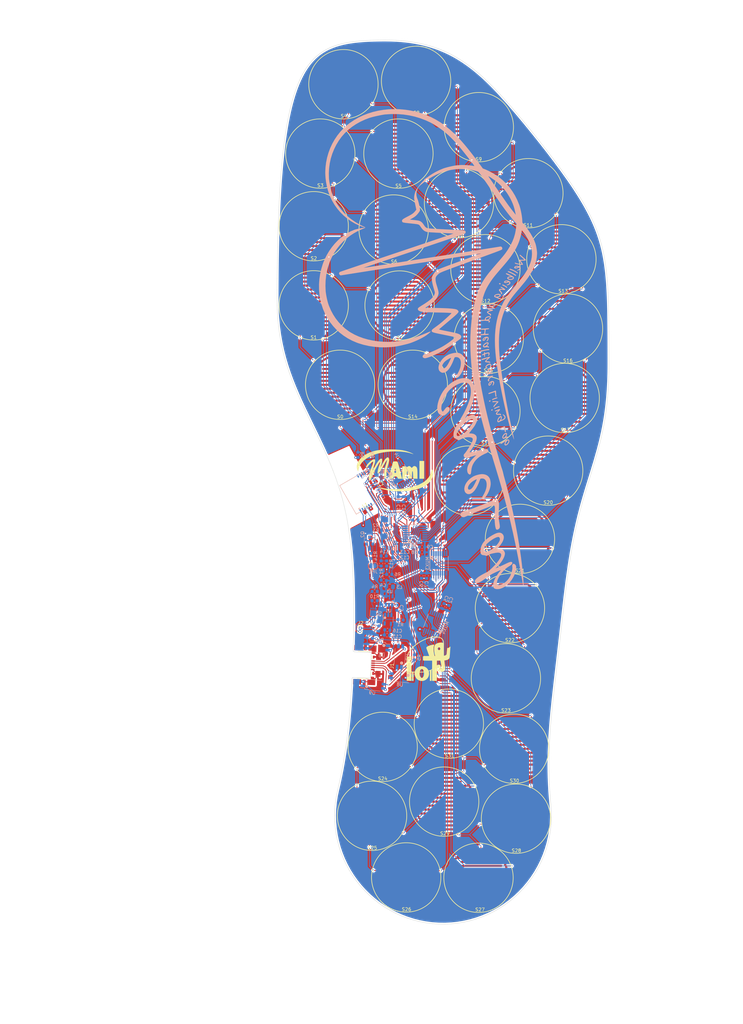
<source format=kicad_pcb>
(kicad_pcb (version 20171130) (host pcbnew "(5.0.0)")
  (layers (0 F.Cu signal) (31 B.Cu signal) (34 B.Paste user) (35 F.Paste user) (36 B.SilkS user) (37 F.SilkS user) (38 B.Mask user) (39 F.Mask user) (44 Edge.Cuts user))
  (net 0 "")
  (net 1 GND)
  (net 2 +3V3)
  (net 3 +5V)
  (net 4 +BATT)
  (net 5 /U1_A7)
  (net 6 /U1_A6)
  (net 7 /U1_A5)
  (net 8 /U1_A4)
  (net 9 /U1_A3)
  (net 10 /U1_A2)
  (net 11 /U1_A1)
  (net 12 /U1_A0)
  (net 13 /U2_A7)
  (net 14 /U2_A6)
  (net 15 /U2_A5)
  (net 16 /U2_A4)
  (net 17 /U2_A3)
  (net 18 /U2_A2)
  (net 19 /U2_A1)
  (net 20 /U2_A0)
  (net 21 /U1_Data)
  (net 22 /U2_Data)
  (net 23 /U3_Data)
  (net 24 /U4_Data)
  (net 25 /U3_A7)
  (net 26 /U3_A6)
  (net 27 /U3_A5)
  (net 28 /U3_A4)
  (net 29 /U3_A3)
  (net 30 /U3_A2)
  (net 31 /U3_A1)
  (net 32 /U3_A0)
  (net 33 /U4_A7)
  (net 34 /U4_A6)
  (net 35 /U4_A5)
  (net 36 /U4_A4)
  (net 37 /U4_A3)
  (net 38 /U4_A2)
  (net 39 /U4_A1)
  (net 40 /U4_A0)
  (net 41 "Net-(L1-Pad2)")
  (net 42 "Net-(L2-Pad2)")
  (net 43 "Net-(L3-Pad1)")
  (net 44 "Net-(R1-Pad1)")
  (net 45 "Net-(R2-Pad2)")
  (net 46 "Net-(R3-Pad2)")
  (net 47 /S0)
  (net 48 /S1)
  (net 49 /S2)
  (net 50 /MUX_E)
  (net 51 -BATT)
  (net 52 "Net-(C1-Pad1)")
  (net 53 Analog_Batt_Lvl)
  (net 54 "Net-(JP1-Pad1)")
  (net 55 Enable_Batt_Lvl)
  (net 56 "Net-(R5-Pad1)")
  (net 57 "Net-(R5-Pad2)")
  (net 58 "Net-(R10-Pad1)")
  (net 59 "Net-(R11-Pad1)")
  (net 60 XRES)
  (net 61 P0.6)
  (net 62 P0.7)
  (net 63 /P0.7_USB)
  (net 64 /P0.6_USB)
  (net 65 /XRES_USB)
  (module fsr_footprints:FSR_Circle_9mm (layer F.Cu) (at 180.749453 119.110707)
    (fp_text reference S0 (at 0.03 9.67 180) (layer F.SilkS))
    (fp_text value FSR)
    (pad 2 smd custom (at 9 0) (size 0.5 0.5) (layers F.Cu F.Mask) (net 12 /U1_A0) (options (clearance outline) (anchor circle)) (primitives (gr_line (start -12 7.2) (end -3.6 7.2) (width 0.6)) (gr_arc (start -9 0) (end -3.6 7.2) (angle -106.2) (width 0.6)) (gr_line (start -15.6 -2.4) (end -0.4 -2.4) (width 0.6)) (gr_line (start -14.2 -4.8) (end -1.5 -4.8) (width 0.6)) (gr_line (start -16.9 0) (end -0.1 0) (width 0.6)) (gr_line (start -14.1 4.8) (end -1.5 4.8) (width 0.6)) (gr_line (start -12.1 -7.2) (end -3.6 -7.2) (width 0.6)) (gr_line (start -15.5 2.4) (end -0.5 2.4) (width 0.6))))
    (pad 1 smd custom (at -9 0) (size 0.5 0.5) (layers F.Cu F.Mask) (net 21 /U1_Data) (options (clearance outline) (anchor circle)) (primitives (gr_line (start 5.8 -8.4) (end 12.1 -8.4) (width 0.6)) (gr_line (start 5.8 8.4) (end 11.9 8.4) (width 0.6)) (gr_line (start 16.7 1.2) (end 0.2 1.2) (width 0.6)) (gr_line (start 15.9 3.6) (end 0.9 3.6) (width 0.6)) (gr_line (start 16.7 -1.2) (end 0.2 -1.2) (width 0.6)) (gr_arc (start 9 0) (end 5.8 -8.4) (angle -138.1) (width 0.6)) (gr_line (start 14 -6) (end 2.4 -6) (width 0.6)) (gr_line (start 13.9 6) (end 2.4 6) (width 0.6)) (gr_line (start 15.9 -3.6) (end 0.9 -3.6) (width 0.6))))
  )
  (module fsr_footprints:FSR_Circle_9mm (layer F.Cu) (at 172.749453 95.060707)
    (fp_text reference S1 (at 0 9.69 180) (layer F.SilkS))
    (fp_text value FSR)
    (pad 2 smd custom (at 9 0) (size 0.5 0.5) (layers F.Cu F.Mask) (net 11 /U1_A1) (options (clearance outline) (anchor circle)) (primitives (gr_line (start -12 7.2) (end -3.6 7.2) (width 0.6)) (gr_arc (start -9 0) (end -3.6 7.2) (angle -106.2) (width 0.6)) (gr_line (start -15.6 -2.4) (end -0.4 -2.4) (width 0.6)) (gr_line (start -14.2 -4.8) (end -1.5 -4.8) (width 0.6)) (gr_line (start -16.9 0) (end -0.1 0) (width 0.6)) (gr_line (start -14.1 4.8) (end -1.5 4.8) (width 0.6)) (gr_line (start -12.1 -7.2) (end -3.6 -7.2) (width 0.6)) (gr_line (start -15.5 2.4) (end -0.5 2.4) (width 0.6))))
    (pad 1 smd custom (at -9 0) (size 0.5 0.5) (layers F.Cu F.Mask) (net 21 /U1_Data) (options (clearance outline) (anchor circle)) (primitives (gr_line (start 5.8 -8.4) (end 12.1 -8.4) (width 0.6)) (gr_line (start 5.8 8.4) (end 11.9 8.4) (width 0.6)) (gr_line (start 16.7 1.2) (end 0.2 1.2) (width 0.6)) (gr_line (start 15.9 3.6) (end 0.9 3.6) (width 0.6)) (gr_line (start 16.7 -1.2) (end 0.2 -1.2) (width 0.6)) (gr_arc (start 9 0) (end 5.8 -8.4) (angle -138.1) (width 0.6)) (gr_line (start 14 -6) (end 2.4 -6) (width 0.6)) (gr_line (start 13.9 6) (end 2.4 6) (width 0.6)) (gr_line (start 15.9 -3.6) (end 0.9 -3.6) (width 0.6))))
  )
  (module fsr_footprints:FSR_Circle_9mm (layer F.Cu) (at 172.749453 71.110707)
    (fp_text reference S2 (at 0.02 9.72 180) (layer F.SilkS))
    (fp_text value FSR)
    (pad 2 smd custom (at 9 0) (size 0.5 0.5) (layers F.Cu F.Mask) (net 10 /U1_A2) (options (clearance outline) (anchor circle)) (primitives (gr_line (start -12 7.2) (end -3.6 7.2) (width 0.6)) (gr_arc (start -9 0) (end -3.6 7.2) (angle -106.2) (width 0.6)) (gr_line (start -15.6 -2.4) (end -0.4 -2.4) (width 0.6)) (gr_line (start -14.2 -4.8) (end -1.5 -4.8) (width 0.6)) (gr_line (start -16.9 0) (end -0.1 0) (width 0.6)) (gr_line (start -14.1 4.8) (end -1.5 4.8) (width 0.6)) (gr_line (start -12.1 -7.2) (end -3.6 -7.2) (width 0.6)) (gr_line (start -15.5 2.4) (end -0.5 2.4) (width 0.6))))
    (pad 1 smd custom (at -9 0) (size 0.5 0.5) (layers F.Cu F.Mask) (net 21 /U1_Data) (options (clearance outline) (anchor circle)) (primitives (gr_line (start 5.8 -8.4) (end 12.1 -8.4) (width 0.6)) (gr_line (start 5.8 8.4) (end 11.9 8.4) (width 0.6)) (gr_line (start 16.7 1.2) (end 0.2 1.2) (width 0.6)) (gr_line (start 15.9 3.6) (end 0.9 3.6) (width 0.6)) (gr_line (start 16.7 -1.2) (end 0.2 -1.2) (width 0.6)) (gr_arc (start 9 0) (end 5.8 -8.4) (angle -138.1) (width 0.6)) (gr_line (start 14 -6) (end 2.4 -6) (width 0.6)) (gr_line (start 13.9 6) (end 2.4 6) (width 0.6)) (gr_line (start 15.9 -3.6) (end 0.9 -3.6) (width 0.6))))
  )
  (module fsr_footprints:FSR_Circle_9mm (layer F.Cu) (at 174.749453 49.110707)
    (fp_text reference S3 (at 0.02 9.65 180) (layer F.SilkS))
    (fp_text value FSR)
    (pad 2 smd custom (at 9 0) (size 0.5 0.5) (layers F.Cu F.Mask) (net 9 /U1_A3) (options (clearance outline) (anchor circle)) (primitives (gr_line (start -12 7.2) (end -3.6 7.2) (width 0.6)) (gr_arc (start -9 0) (end -3.6 7.2) (angle -106.2) (width 0.6)) (gr_line (start -15.6 -2.4) (end -0.4 -2.4) (width 0.6)) (gr_line (start -14.2 -4.8) (end -1.5 -4.8) (width 0.6)) (gr_line (start -16.9 0) (end -0.1 0) (width 0.6)) (gr_line (start -14.1 4.8) (end -1.5 4.8) (width 0.6)) (gr_line (start -12.1 -7.2) (end -3.6 -7.2) (width 0.6)) (gr_line (start -15.5 2.4) (end -0.5 2.4) (width 0.6))))
    (pad 1 smd custom (at -9 0) (size 0.5 0.5) (layers F.Cu F.Mask) (net 21 /U1_Data) (options (clearance outline) (anchor circle)) (primitives (gr_line (start 5.8 -8.4) (end 12.1 -8.4) (width 0.6)) (gr_line (start 5.8 8.4) (end 11.9 8.4) (width 0.6)) (gr_line (start 16.7 1.2) (end 0.2 1.2) (width 0.6)) (gr_line (start 15.9 3.6) (end 0.9 3.6) (width 0.6)) (gr_line (start 16.7 -1.2) (end 0.2 -1.2) (width 0.6)) (gr_arc (start 9 0) (end 5.8 -8.4) (angle -138.1) (width 0.6)) (gr_line (start 14 -6) (end 2.4 -6) (width 0.6)) (gr_line (start 13.9 6) (end 2.4 6) (width 0.6)) (gr_line (start 15.9 -3.6) (end 0.9 -3.6) (width 0.6))))
  )
  (module fsr_footprints:FSR_Circle_9mm (layer F.Cu) (at 181.749453 28.110707)
    (fp_text reference S4 (at 0.13 9.63 180) (layer F.SilkS))
    (fp_text value FSR)
    (pad 2 smd custom (at 9 0) (size 0.5 0.5) (layers F.Cu F.Mask) (net 8 /U1_A4) (options (clearance outline) (anchor circle)) (primitives (gr_line (start -12 7.2) (end -3.6 7.2) (width 0.6)) (gr_arc (start -9 0) (end -3.6 7.2) (angle -106.2) (width 0.6)) (gr_line (start -15.6 -2.4) (end -0.4 -2.4) (width 0.6)) (gr_line (start -14.2 -4.8) (end -1.5 -4.8) (width 0.6)) (gr_line (start -16.9 0) (end -0.1 0) (width 0.6)) (gr_line (start -14.1 4.8) (end -1.5 4.8) (width 0.6)) (gr_line (start -12.1 -7.2) (end -3.6 -7.2) (width 0.6)) (gr_line (start -15.5 2.4) (end -0.5 2.4) (width 0.6))))
    (pad 1 smd custom (at -9 0) (size 0.5 0.5) (layers F.Cu F.Mask) (net 21 /U1_Data) (options (clearance outline) (anchor circle)) (primitives (gr_line (start 5.8 -8.4) (end 12.1 -8.4) (width 0.6)) (gr_line (start 5.8 8.4) (end 11.9 8.4) (width 0.6)) (gr_line (start 16.7 1.2) (end 0.2 1.2) (width 0.6)) (gr_line (start 15.9 3.6) (end 0.9 3.6) (width 0.6)) (gr_line (start 16.7 -1.2) (end 0.2 -1.2) (width 0.6)) (gr_arc (start 9 0) (end 5.8 -8.4) (angle -138.1) (width 0.6)) (gr_line (start 14 -6) (end 2.4 -6) (width 0.6)) (gr_line (start 13.9 6) (end 2.4 6) (width 0.6)) (gr_line (start 15.9 -3.6) (end 0.9 -3.6) (width 0.6))))
  )
  (module fsr_footprints:FSR_Circle_9mm (layer F.Cu) (at 198.399453 49.110707)
    (fp_text reference S5 (at 0.03 9.75 180) (layer F.SilkS))
    (fp_text value FSR)
    (pad 2 smd custom (at 9 0) (size 0.5 0.5) (layers F.Cu F.Mask) (net 7 /U1_A5) (options (clearance outline) (anchor circle)) (primitives (gr_line (start -12 7.2) (end -3.6 7.2) (width 0.6)) (gr_arc (start -9 0) (end -3.6 7.2) (angle -106.2) (width 0.6)) (gr_line (start -15.6 -2.4) (end -0.4 -2.4) (width 0.6)) (gr_line (start -14.2 -4.8) (end -1.5 -4.8) (width 0.6)) (gr_line (start -16.9 0) (end -0.1 0) (width 0.6)) (gr_line (start -14.1 4.8) (end -1.5 4.8) (width 0.6)) (gr_line (start -12.1 -7.2) (end -3.6 -7.2) (width 0.6)) (gr_line (start -15.5 2.4) (end -0.5 2.4) (width 0.6))))
    (pad 1 smd custom (at -9 0) (size 0.5 0.5) (layers F.Cu F.Mask) (net 21 /U1_Data) (options (clearance outline) (anchor circle)) (primitives (gr_line (start 5.8 -8.4) (end 12.1 -8.4) (width 0.6)) (gr_line (start 5.8 8.4) (end 11.9 8.4) (width 0.6)) (gr_line (start 16.7 1.2) (end 0.2 1.2) (width 0.6)) (gr_line (start 15.9 3.6) (end 0.9 3.6) (width 0.6)) (gr_line (start 16.7 -1.2) (end 0.2 -1.2) (width 0.6)) (gr_arc (start 9 0) (end 5.8 -8.4) (angle -138.1) (width 0.6)) (gr_line (start 14 -6) (end 2.4 -6) (width 0.6)) (gr_line (start 13.9 6) (end 2.4 6) (width 0.6)) (gr_line (start 15.9 -3.6) (end 0.9 -3.6) (width 0.6))))
  )
  (module fsr_footprints:FSR_Circle_9mm (layer F.Cu) (at 196.959453 72.100707)
    (fp_text reference S6 (at 0.13 9.72 180) (layer F.SilkS))
    (fp_text value FSR)
    (pad 2 smd custom (at 9 0) (size 0.5 0.5) (layers F.Cu F.Mask) (net 6 /U1_A6) (options (clearance outline) (anchor circle)) (primitives (gr_line (start -12 7.2) (end -3.6 7.2) (width 0.6)) (gr_arc (start -9 0) (end -3.6 7.2) (angle -106.2) (width 0.6)) (gr_line (start -15.6 -2.4) (end -0.4 -2.4) (width 0.6)) (gr_line (start -14.2 -4.8) (end -1.5 -4.8) (width 0.6)) (gr_line (start -16.9 0) (end -0.1 0) (width 0.6)) (gr_line (start -14.1 4.8) (end -1.5 4.8) (width 0.6)) (gr_line (start -12.1 -7.2) (end -3.6 -7.2) (width 0.6)) (gr_line (start -15.5 2.4) (end -0.5 2.4) (width 0.6))))
    (pad 1 smd custom (at -9 0) (size 0.5 0.5) (layers F.Cu F.Mask) (net 21 /U1_Data) (options (clearance outline) (anchor circle)) (primitives (gr_line (start 5.8 -8.4) (end 12.1 -8.4) (width 0.6)) (gr_line (start 5.8 8.4) (end 11.9 8.4) (width 0.6)) (gr_line (start 16.7 1.2) (end 0.2 1.2) (width 0.6)) (gr_line (start 15.9 3.6) (end 0.9 3.6) (width 0.6)) (gr_line (start 16.7 -1.2) (end 0.2 -1.2) (width 0.6)) (gr_arc (start 9 0) (end 5.8 -8.4) (angle -138.1) (width 0.6)) (gr_line (start 14 -6) (end 2.4 -6) (width 0.6)) (gr_line (start 13.9 6) (end 2.4 6) (width 0.6)) (gr_line (start 15.9 -3.6) (end 0.9 -3.6) (width 0.6))))
  )
  (module fsr_footprints:FSR_Circle_9mm (layer F.Cu) (at 198.749453 95.110707)
    (fp_text reference S7 (at 0.1 9.73 180) (layer F.SilkS))
    (fp_text value FSR)
    (pad 2 smd custom (at 9 0) (size 0.5 0.5) (layers F.Cu F.Mask) (net 5 /U1_A7) (options (clearance outline) (anchor circle)) (primitives (gr_line (start -12 7.2) (end -3.6 7.2) (width 0.6)) (gr_arc (start -9 0) (end -3.6 7.2) (angle -106.2) (width 0.6)) (gr_line (start -15.6 -2.4) (end -0.4 -2.4) (width 0.6)) (gr_line (start -14.2 -4.8) (end -1.5 -4.8) (width 0.6)) (gr_line (start -16.9 0) (end -0.1 0) (width 0.6)) (gr_line (start -14.1 4.8) (end -1.5 4.8) (width 0.6)) (gr_line (start -12.1 -7.2) (end -3.6 -7.2) (width 0.6)) (gr_line (start -15.5 2.4) (end -0.5 2.4) (width 0.6))))
    (pad 1 smd custom (at -9 0) (size 0.5 0.5) (layers F.Cu F.Mask) (net 21 /U1_Data) (options (clearance outline) (anchor circle)) (primitives (gr_line (start 5.8 -8.4) (end 12.1 -8.4) (width 0.6)) (gr_line (start 5.8 8.4) (end 11.9 8.4) (width 0.6)) (gr_line (start 16.7 1.2) (end 0.2 1.2) (width 0.6)) (gr_line (start 15.9 3.6) (end 0.9 3.6) (width 0.6)) (gr_line (start 16.7 -1.2) (end 0.2 -1.2) (width 0.6)) (gr_arc (start 9 0) (end 5.8 -8.4) (angle -138.1) (width 0.6)) (gr_line (start 14 -6) (end 2.4 -6) (width 0.6)) (gr_line (start 13.9 6) (end 2.4 6) (width 0.6)) (gr_line (start 15.9 -3.6) (end 0.9 -3.6) (width 0.6))))
  )
  (module fsr_footprints:FSR_Circle_9mm (layer F.Cu) (at 203.749453 27.110707)
    (fp_text reference S8 (at 0.1 9.67 180) (layer F.SilkS))
    (fp_text value FSR)
    (pad 2 smd custom (at 9 0) (size 0.5 0.5) (layers F.Cu F.Mask) (net 20 /U2_A0) (options (clearance outline) (anchor circle)) (primitives (gr_line (start -12 7.2) (end -3.6 7.2) (width 0.6)) (gr_arc (start -9 0) (end -3.6 7.2) (angle -106.2) (width 0.6)) (gr_line (start -15.6 -2.4) (end -0.4 -2.4) (width 0.6)) (gr_line (start -14.2 -4.8) (end -1.5 -4.8) (width 0.6)) (gr_line (start -16.9 0) (end -0.1 0) (width 0.6)) (gr_line (start -14.1 4.8) (end -1.5 4.8) (width 0.6)) (gr_line (start -12.1 -7.2) (end -3.6 -7.2) (width 0.6)) (gr_line (start -15.5 2.4) (end -0.5 2.4) (width 0.6))))
    (pad 1 smd custom (at -9 0) (size 0.5 0.5) (layers F.Cu F.Mask) (net 22 /U2_Data) (options (clearance outline) (anchor circle)) (primitives (gr_line (start 5.8 -8.4) (end 12.1 -8.4) (width 0.6)) (gr_line (start 5.8 8.4) (end 11.9 8.4) (width 0.6)) (gr_line (start 16.7 1.2) (end 0.2 1.2) (width 0.6)) (gr_line (start 15.9 3.6) (end 0.9 3.6) (width 0.6)) (gr_line (start 16.7 -1.2) (end 0.2 -1.2) (width 0.6)) (gr_arc (start 9 0) (end 5.8 -8.4) (angle -138.1) (width 0.6)) (gr_line (start 14 -6) (end 2.4 -6) (width 0.6)) (gr_line (start 13.9 6) (end 2.4 6) (width 0.6)) (gr_line (start 15.9 -3.6) (end 0.9 -3.6) (width 0.6))))
  )
  (module fsr_footprints:FSR_Circle_9mm (layer F.Cu) (at 222.749453 41.110707)
    (fp_text reference S9 (at -0.04 9.7 180) (layer F.SilkS))
    (fp_text value FSR)
    (pad 2 smd custom (at 9 0) (size 0.5 0.5) (layers F.Cu F.Mask) (net 19 /U2_A1) (options (clearance outline) (anchor circle)) (primitives (gr_line (start -12 7.2) (end -3.6 7.2) (width 0.6)) (gr_arc (start -9 0) (end -3.6 7.2) (angle -106.2) (width 0.6)) (gr_line (start -15.6 -2.4) (end -0.4 -2.4) (width 0.6)) (gr_line (start -14.2 -4.8) (end -1.5 -4.8) (width 0.6)) (gr_line (start -16.9 0) (end -0.1 0) (width 0.6)) (gr_line (start -14.1 4.8) (end -1.5 4.8) (width 0.6)) (gr_line (start -12.1 -7.2) (end -3.6 -7.2) (width 0.6)) (gr_line (start -15.5 2.4) (end -0.5 2.4) (width 0.6))))
    (pad 1 smd custom (at -9 0) (size 0.5 0.5) (layers F.Cu F.Mask) (net 22 /U2_Data) (options (clearance outline) (anchor circle)) (primitives (gr_line (start 5.8 -8.4) (end 12.1 -8.4) (width 0.6)) (gr_line (start 5.8 8.4) (end 11.9 8.4) (width 0.6)) (gr_line (start 16.7 1.2) (end 0.2 1.2) (width 0.6)) (gr_line (start 15.9 3.6) (end 0.9 3.6) (width 0.6)) (gr_line (start 16.7 -1.2) (end 0.2 -1.2) (width 0.6)) (gr_arc (start 9 0) (end 5.8 -8.4) (angle -138.1) (width 0.6)) (gr_line (start 14 -6) (end 2.4 -6) (width 0.6)) (gr_line (start 13.9 6) (end 2.4 6) (width 0.6)) (gr_line (start 15.9 -3.6) (end 0.9 -3.6) (width 0.6))))
  )
  (module fsr_footprints:FSR_Circle_9mm (layer F.Cu) (at 216.749453 64.110707)
    (fp_text reference S10 (at -0.01 9.66 180) (layer F.SilkS))
    (fp_text value FSR)
    (pad 2 smd custom (at 9 0) (size 0.5 0.5) (layers F.Cu F.Mask) (net 18 /U2_A2) (options (clearance outline) (anchor circle)) (primitives (gr_line (start -12 7.2) (end -3.6 7.2) (width 0.6)) (gr_arc (start -9 0) (end -3.6 7.2) (angle -106.2) (width 0.6)) (gr_line (start -15.6 -2.4) (end -0.4 -2.4) (width 0.6)) (gr_line (start -14.2 -4.8) (end -1.5 -4.8) (width 0.6)) (gr_line (start -16.9 0) (end -0.1 0) (width 0.6)) (gr_line (start -14.1 4.8) (end -1.5 4.8) (width 0.6)) (gr_line (start -12.1 -7.2) (end -3.6 -7.2) (width 0.6)) (gr_line (start -15.5 2.4) (end -0.5 2.4) (width 0.6))))
    (pad 1 smd custom (at -9 0) (size 0.5 0.5) (layers F.Cu F.Mask) (net 22 /U2_Data) (options (clearance outline) (anchor circle)) (primitives (gr_line (start 5.8 -8.4) (end 12.1 -8.4) (width 0.6)) (gr_line (start 5.8 8.4) (end 11.9 8.4) (width 0.6)) (gr_line (start 16.7 1.2) (end 0.2 1.2) (width 0.6)) (gr_line (start 15.9 3.6) (end 0.9 3.6) (width 0.6)) (gr_line (start 16.7 -1.2) (end 0.2 -1.2) (width 0.6)) (gr_arc (start 9 0) (end 5.8 -8.4) (angle -138.1) (width 0.6)) (gr_line (start 14 -6) (end 2.4 -6) (width 0.6)) (gr_line (start 13.9 6) (end 2.4 6) (width 0.6)) (gr_line (start 15.9 -3.6) (end 0.9 -3.6) (width 0.6))))
  )
  (module fsr_footprints:FSR_Circle_9mm (layer F.Cu) (at 237.749453 61.110707)
    (fp_text reference S11 (at -0.06 9.67 180) (layer F.SilkS))
    (fp_text value FSR)
    (pad 2 smd custom (at 9 0) (size 0.5 0.5) (layers F.Cu F.Mask) (net 17 /U2_A3) (options (clearance outline) (anchor circle)) (primitives (gr_line (start -12 7.2) (end -3.6 7.2) (width 0.6)) (gr_arc (start -9 0) (end -3.6 7.2) (angle -106.2) (width 0.6)) (gr_line (start -15.6 -2.4) (end -0.4 -2.4) (width 0.6)) (gr_line (start -14.2 -4.8) (end -1.5 -4.8) (width 0.6)) (gr_line (start -16.9 0) (end -0.1 0) (width 0.6)) (gr_line (start -14.1 4.8) (end -1.5 4.8) (width 0.6)) (gr_line (start -12.1 -7.2) (end -3.6 -7.2) (width 0.6)) (gr_line (start -15.5 2.4) (end -0.5 2.4) (width 0.6))))
    (pad 1 smd custom (at -9 0) (size 0.5 0.5) (layers F.Cu F.Mask) (net 22 /U2_Data) (options (clearance outline) (anchor circle)) (primitives (gr_line (start 5.8 -8.4) (end 12.1 -8.4) (width 0.6)) (gr_line (start 5.8 8.4) (end 11.9 8.4) (width 0.6)) (gr_line (start 16.7 1.2) (end 0.2 1.2) (width 0.6)) (gr_line (start 15.9 3.6) (end 0.9 3.6) (width 0.6)) (gr_line (start 16.7 -1.2) (end 0.2 -1.2) (width 0.6)) (gr_arc (start 9 0) (end 5.8 -8.4) (angle -138.1) (width 0.6)) (gr_line (start 14 -6) (end 2.4 -6) (width 0.6)) (gr_line (start 13.9 6) (end 2.4 6) (width 0.6)) (gr_line (start 15.9 -3.6) (end 0.9 -3.6) (width 0.6))))
  )
  (module fsr_footprints:FSR_Circle_9mm (layer F.Cu) (at 224.749453 84.110707)
    (fp_text reference S12 (at 0.05 9.62 180) (layer F.SilkS))
    (fp_text value FSR)
    (pad 2 smd custom (at 9 0) (size 0.5 0.5) (layers F.Cu F.Mask) (net 16 /U2_A4) (options (clearance outline) (anchor circle)) (primitives (gr_line (start -12 7.2) (end -3.6 7.2) (width 0.6)) (gr_arc (start -9 0) (end -3.6 7.2) (angle -106.2) (width 0.6)) (gr_line (start -15.6 -2.4) (end -0.4 -2.4) (width 0.6)) (gr_line (start -14.2 -4.8) (end -1.5 -4.8) (width 0.6)) (gr_line (start -16.9 0) (end -0.1 0) (width 0.6)) (gr_line (start -14.1 4.8) (end -1.5 4.8) (width 0.6)) (gr_line (start -12.1 -7.2) (end -3.6 -7.2) (width 0.6)) (gr_line (start -15.5 2.4) (end -0.5 2.4) (width 0.6))))
    (pad 1 smd custom (at -9 0) (size 0.5 0.5) (layers F.Cu F.Mask) (net 22 /U2_Data) (options (clearance outline) (anchor circle)) (primitives (gr_line (start 5.8 -8.4) (end 12.1 -8.4) (width 0.6)) (gr_line (start 5.8 8.4) (end 11.9 8.4) (width 0.6)) (gr_line (start 16.7 1.2) (end 0.2 1.2) (width 0.6)) (gr_line (start 15.9 3.6) (end 0.9 3.6) (width 0.6)) (gr_line (start 16.7 -1.2) (end 0.2 -1.2) (width 0.6)) (gr_arc (start 9 0) (end 5.8 -8.4) (angle -138.1) (width 0.6)) (gr_line (start 14 -6) (end 2.4 -6) (width 0.6)) (gr_line (start 13.9 6) (end 2.4 6) (width 0.6)) (gr_line (start 15.9 -3.6) (end 0.9 -3.6) (width 0.6))))
  )
  (module fsr_footprints:FSR_Circle_9mm (layer F.Cu) (at 247.749453 81.110707)
    (fp_text reference S13 (at 0.53 9.61 180) (layer F.SilkS))
    (fp_text value FSR)
    (pad 2 smd custom (at 9 0) (size 0.5 0.5) (layers F.Cu F.Mask) (net 15 /U2_A5) (options (clearance outline) (anchor circle)) (primitives (gr_line (start -12 7.2) (end -3.6 7.2) (width 0.6)) (gr_arc (start -9 0) (end -3.6 7.2) (angle -106.2) (width 0.6)) (gr_line (start -15.6 -2.4) (end -0.4 -2.4) (width 0.6)) (gr_line (start -14.2 -4.8) (end -1.5 -4.8) (width 0.6)) (gr_line (start -16.9 0) (end -0.1 0) (width 0.6)) (gr_line (start -14.1 4.8) (end -1.5 4.8) (width 0.6)) (gr_line (start -12.1 -7.2) (end -3.6 -7.2) (width 0.6)) (gr_line (start -15.5 2.4) (end -0.5 2.4) (width 0.6))))
    (pad 1 smd custom (at -9 0) (size 0.5 0.5) (layers F.Cu F.Mask) (net 22 /U2_Data) (options (clearance outline) (anchor circle)) (primitives (gr_line (start 5.8 -8.4) (end 12.1 -8.4) (width 0.6)) (gr_line (start 5.8 8.4) (end 11.9 8.4) (width 0.6)) (gr_line (start 16.7 1.2) (end 0.2 1.2) (width 0.6)) (gr_line (start 15.9 3.6) (end 0.9 3.6) (width 0.6)) (gr_line (start 16.7 -1.2) (end 0.2 -1.2) (width 0.6)) (gr_arc (start 9 0) (end 5.8 -8.4) (angle -138.1) (width 0.6)) (gr_line (start 14 -6) (end 2.4 -6) (width 0.6)) (gr_line (start 13.9 6) (end 2.4 6) (width 0.6)) (gr_line (start 15.9 -3.6) (end 0.9 -3.6) (width 0.6))))
  )
  (module fsr_footprints:FSR_Circle_9mm (layer F.Cu) (at 202.749453 119.110707)
    (fp_text reference S14 (at 0.01 9.63 180) (layer F.SilkS))
    (fp_text value FSR)
    (pad 2 smd custom (at 9 0) (size 0.5 0.5) (layers F.Cu F.Mask) (net 14 /U2_A6) (options (clearance outline) (anchor circle)) (primitives (gr_line (start -12 7.2) (end -3.6 7.2) (width 0.6)) (gr_arc (start -9 0) (end -3.6 7.2) (angle -106.2) (width 0.6)) (gr_line (start -15.6 -2.4) (end -0.4 -2.4) (width 0.6)) (gr_line (start -14.2 -4.8) (end -1.5 -4.8) (width 0.6)) (gr_line (start -16.9 0) (end -0.1 0) (width 0.6)) (gr_line (start -14.1 4.8) (end -1.5 4.8) (width 0.6)) (gr_line (start -12.1 -7.2) (end -3.6 -7.2) (width 0.6)) (gr_line (start -15.5 2.4) (end -0.5 2.4) (width 0.6))))
    (pad 1 smd custom (at -9 0) (size 0.5 0.5) (layers F.Cu F.Mask) (net 22 /U2_Data) (options (clearance outline) (anchor circle)) (primitives (gr_line (start 5.8 -8.4) (end 12.1 -8.4) (width 0.6)) (gr_line (start 5.8 8.4) (end 11.9 8.4) (width 0.6)) (gr_line (start 16.7 1.2) (end 0.2 1.2) (width 0.6)) (gr_line (start 15.9 3.6) (end 0.9 3.6) (width 0.6)) (gr_line (start 16.7 -1.2) (end 0.2 -1.2) (width 0.6)) (gr_arc (start 9 0) (end 5.8 -8.4) (angle -138.1) (width 0.6)) (gr_line (start 14 -6) (end 2.4 -6) (width 0.6)) (gr_line (start 13.9 6) (end 2.4 6) (width 0.6)) (gr_line (start 15.9 -3.6) (end 0.9 -3.6) (width 0.6))))
  )
  (module fsr_footprints:FSR_Circle_9mm (layer F.Cu) (at 225.749453 105.110707)
    (fp_text reference S15 (at -0.1 9.65 180) (layer F.SilkS))
    (fp_text value FSR)
    (pad 2 smd custom (at 9 0) (size 0.5 0.5) (layers F.Cu F.Mask) (net 13 /U2_A7) (options (clearance outline) (anchor circle)) (primitives (gr_line (start -12 7.2) (end -3.6 7.2) (width 0.6)) (gr_arc (start -9 0) (end -3.6 7.2) (angle -106.2) (width 0.6)) (gr_line (start -15.6 -2.4) (end -0.4 -2.4) (width 0.6)) (gr_line (start -14.2 -4.8) (end -1.5 -4.8) (width 0.6)) (gr_line (start -16.9 0) (end -0.1 0) (width 0.6)) (gr_line (start -14.1 4.8) (end -1.5 4.8) (width 0.6)) (gr_line (start -12.1 -7.2) (end -3.6 -7.2) (width 0.6)) (gr_line (start -15.5 2.4) (end -0.5 2.4) (width 0.6))))
    (pad 1 smd custom (at -9 0) (size 0.5 0.5) (layers F.Cu F.Mask) (net 22 /U2_Data) (options (clearance outline) (anchor circle)) (primitives (gr_line (start 5.8 -8.4) (end 12.1 -8.4) (width 0.6)) (gr_line (start 5.8 8.4) (end 11.9 8.4) (width 0.6)) (gr_line (start 16.7 1.2) (end 0.2 1.2) (width 0.6)) (gr_line (start 15.9 3.6) (end 0.9 3.6) (width 0.6)) (gr_line (start 16.7 -1.2) (end 0.2 -1.2) (width 0.6)) (gr_arc (start 9 0) (end 5.8 -8.4) (angle -138.1) (width 0.6)) (gr_line (start 14 -6) (end 2.4 -6) (width 0.6)) (gr_line (start 13.9 6) (end 2.4 6) (width 0.6)) (gr_line (start 15.9 -3.6) (end 0.9 -3.6) (width 0.6))))
  )
  (module fsr_footprints:FSR_Circle_9mm (layer F.Cu) (at 249.749453 102.110707)
    (fp_text reference S16 (at -0.01 9.69 180) (layer F.SilkS))
    (fp_text value FSR)
    (pad 2 smd custom (at 9 0) (size 0.5 0.5) (layers F.Cu F.Mask) (net 32 /U3_A0) (options (clearance outline) (anchor circle)) (primitives (gr_line (start -12 7.2) (end -3.6 7.2) (width 0.6)) (gr_arc (start -9 0) (end -3.6 7.2) (angle -106.2) (width 0.6)) (gr_line (start -15.6 -2.4) (end -0.4 -2.4) (width 0.6)) (gr_line (start -14.2 -4.8) (end -1.5 -4.8) (width 0.6)) (gr_line (start -16.9 0) (end -0.1 0) (width 0.6)) (gr_line (start -14.1 4.8) (end -1.5 4.8) (width 0.6)) (gr_line (start -12.1 -7.2) (end -3.6 -7.2) (width 0.6)) (gr_line (start -15.5 2.4) (end -0.5 2.4) (width 0.6))))
    (pad 1 smd custom (at -9 0) (size 0.5 0.5) (layers F.Cu F.Mask) (net 23 /U3_Data) (options (clearance outline) (anchor circle)) (primitives (gr_line (start 5.8 -8.4) (end 12.1 -8.4) (width 0.6)) (gr_line (start 5.8 8.4) (end 11.9 8.4) (width 0.6)) (gr_line (start 16.7 1.2) (end 0.2 1.2) (width 0.6)) (gr_line (start 15.9 3.6) (end 0.9 3.6) (width 0.6)) (gr_line (start 16.7 -1.2) (end 0.2 -1.2) (width 0.6)) (gr_arc (start 9 0) (end 5.8 -8.4) (angle -138.1) (width 0.6)) (gr_line (start 14 -6) (end 2.4 -6) (width 0.6)) (gr_line (start 13.9 6) (end 2.4 6) (width 0.6)) (gr_line (start 15.9 -3.6) (end 0.9 -3.6) (width 0.6))))
  )
  (module fsr_footprints:FSR_Circle_9mm (layer F.Cu) (at 248.749453 123.110707)
    (fp_text reference S17 (at 0.22 9.65 180) (layer F.SilkS))
    (fp_text value FSR)
    (pad 2 smd custom (at 9 0) (size 0.5 0.5) (layers F.Cu F.Mask) (net 31 /U3_A1) (options (clearance outline) (anchor circle)) (primitives (gr_line (start -12 7.2) (end -3.6 7.2) (width 0.6)) (gr_arc (start -9 0) (end -3.6 7.2) (angle -106.2) (width 0.6)) (gr_line (start -15.6 -2.4) (end -0.4 -2.4) (width 0.6)) (gr_line (start -14.2 -4.8) (end -1.5 -4.8) (width 0.6)) (gr_line (start -16.9 0) (end -0.1 0) (width 0.6)) (gr_line (start -14.1 4.8) (end -1.5 4.8) (width 0.6)) (gr_line (start -12.1 -7.2) (end -3.6 -7.2) (width 0.6)) (gr_line (start -15.5 2.4) (end -0.5 2.4) (width 0.6))))
    (pad 1 smd custom (at -9 0) (size 0.5 0.5) (layers F.Cu F.Mask) (net 23 /U3_Data) (options (clearance outline) (anchor circle)) (primitives (gr_line (start 5.8 -8.4) (end 12.1 -8.4) (width 0.6)) (gr_line (start 5.8 8.4) (end 11.9 8.4) (width 0.6)) (gr_line (start 16.7 1.2) (end 0.2 1.2) (width 0.6)) (gr_line (start 15.9 3.6) (end 0.9 3.6) (width 0.6)) (gr_line (start 16.7 -1.2) (end 0.2 -1.2) (width 0.6)) (gr_arc (start 9 0) (end 5.8 -8.4) (angle -138.1) (width 0.6)) (gr_line (start 14 -6) (end 2.4 -6) (width 0.6)) (gr_line (start 13.9 6) (end 2.4 6) (width 0.6)) (gr_line (start 15.9 -3.6) (end 0.9 -3.6) (width 0.6))))
  )
  (module fsr_footprints:FSR_Circle_9mm (layer F.Cu) (at 224.749453 127.110707)
    (fp_text reference S18 (at 0.2 9.66 180) (layer F.SilkS))
    (fp_text value FSR)
    (pad 2 smd custom (at 9 0) (size 0.5 0.5) (layers F.Cu F.Mask) (net 30 /U3_A2) (options (clearance outline) (anchor circle)) (primitives (gr_line (start -12 7.2) (end -3.6 7.2) (width 0.6)) (gr_arc (start -9 0) (end -3.6 7.2) (angle -106.2) (width 0.6)) (gr_line (start -15.6 -2.4) (end -0.4 -2.4) (width 0.6)) (gr_line (start -14.2 -4.8) (end -1.5 -4.8) (width 0.6)) (gr_line (start -16.9 0) (end -0.1 0) (width 0.6)) (gr_line (start -14.1 4.8) (end -1.5 4.8) (width 0.6)) (gr_line (start -12.1 -7.2) (end -3.6 -7.2) (width 0.6)) (gr_line (start -15.5 2.4) (end -0.5 2.4) (width 0.6))))
    (pad 1 smd custom (at -9 0) (size 0.5 0.5) (layers F.Cu F.Mask) (net 23 /U3_Data) (options (clearance outline) (anchor circle)) (primitives (gr_line (start 5.8 -8.4) (end 12.1 -8.4) (width 0.6)) (gr_line (start 5.8 8.4) (end 11.9 8.4) (width 0.6)) (gr_line (start 16.7 1.2) (end 0.2 1.2) (width 0.6)) (gr_line (start 15.9 3.6) (end 0.9 3.6) (width 0.6)) (gr_line (start 16.7 -1.2) (end 0.2 -1.2) (width 0.6)) (gr_arc (start 9 0) (end 5.8 -8.4) (angle -138.1) (width 0.6)) (gr_line (start 14 -6) (end 2.4 -6) (width 0.6)) (gr_line (start 13.9 6) (end 2.4 6) (width 0.6)) (gr_line (start 15.9 -3.6) (end 0.9 -3.6) (width 0.6))))
  )
  (module fsr_footprints:FSR_Circle_9mm (layer F.Cu) (at 219.749453 148.110707)
    (fp_text reference S19 (at 0.08 9.62 180) (layer F.SilkS))
    (fp_text value FSR)
    (pad 2 smd custom (at 9 0) (size 0.5 0.5) (layers F.Cu F.Mask) (net 29 /U3_A3) (options (clearance outline) (anchor circle)) (primitives (gr_line (start -12 7.2) (end -3.6 7.2) (width 0.6)) (gr_arc (start -9 0) (end -3.6 7.2) (angle -106.2) (width 0.6)) (gr_line (start -15.6 -2.4) (end -0.4 -2.4) (width 0.6)) (gr_line (start -14.2 -4.8) (end -1.5 -4.8) (width 0.6)) (gr_line (start -16.9 0) (end -0.1 0) (width 0.6)) (gr_line (start -14.1 4.8) (end -1.5 4.8) (width 0.6)) (gr_line (start -12.1 -7.2) (end -3.6 -7.2) (width 0.6)) (gr_line (start -15.5 2.4) (end -0.5 2.4) (width 0.6))))
    (pad 1 smd custom (at -9 0) (size 0.5 0.5) (layers F.Cu F.Mask) (net 23 /U3_Data) (options (clearance outline) (anchor circle)) (primitives (gr_line (start 5.8 -8.4) (end 12.1 -8.4) (width 0.6)) (gr_line (start 5.8 8.4) (end 11.9 8.4) (width 0.6)) (gr_line (start 16.7 1.2) (end 0.2 1.2) (width 0.6)) (gr_line (start 15.9 3.6) (end 0.9 3.6) (width 0.6)) (gr_line (start 16.7 -1.2) (end 0.2 -1.2) (width 0.6)) (gr_arc (start 9 0) (end 5.8 -8.4) (angle -138.1) (width 0.6)) (gr_line (start 14 -6) (end 2.4 -6) (width 0.6)) (gr_line (start 13.9 6) (end 2.4 6) (width 0.6)) (gr_line (start 15.9 -3.6) (end 0.9 -3.6) (width 0.6))))
  )
  (module fsr_footprints:FSR_Circle_9mm (layer F.Cu) (at 243.749453 145.110707)
    (fp_text reference S20 (at 0.01 9.62 180) (layer F.SilkS))
    (fp_text value FSR)
    (pad 2 smd custom (at 9 0) (size 0.5 0.5) (layers F.Cu F.Mask) (net 28 /U3_A4) (options (clearance outline) (anchor circle)) (primitives (gr_line (start -12 7.2) (end -3.6 7.2) (width 0.6)) (gr_arc (start -9 0) (end -3.6 7.2) (angle -106.2) (width 0.6)) (gr_line (start -15.6 -2.4) (end -0.4 -2.4) (width 0.6)) (gr_line (start -14.2 -4.8) (end -1.5 -4.8) (width 0.6)) (gr_line (start -16.9 0) (end -0.1 0) (width 0.6)) (gr_line (start -14.1 4.8) (end -1.5 4.8) (width 0.6)) (gr_line (start -12.1 -7.2) (end -3.6 -7.2) (width 0.6)) (gr_line (start -15.5 2.4) (end -0.5 2.4) (width 0.6))))
    (pad 1 smd custom (at -9 0) (size 0.5 0.5) (layers F.Cu F.Mask) (net 23 /U3_Data) (options (clearance outline) (anchor circle)) (primitives (gr_line (start 5.8 -8.4) (end 12.1 -8.4) (width 0.6)) (gr_line (start 5.8 8.4) (end 11.9 8.4) (width 0.6)) (gr_line (start 16.7 1.2) (end 0.2 1.2) (width 0.6)) (gr_line (start 15.9 3.6) (end 0.9 3.6) (width 0.6)) (gr_line (start 16.7 -1.2) (end 0.2 -1.2) (width 0.6)) (gr_arc (start 9 0) (end 5.8 -8.4) (angle -138.1) (width 0.6)) (gr_line (start 14 -6) (end 2.4 -6) (width 0.6)) (gr_line (start 13.9 6) (end 2.4 6) (width 0.6)) (gr_line (start 15.9 -3.6) (end 0.9 -3.6) (width 0.6))))
  )
  (module fsr_footprints:FSR_Circle_9mm (layer F.Cu) (at 235.199453 165.760707)
    (fp_text reference S21 (at 0 9.63 180) (layer F.SilkS))
    (fp_text value FSR)
    (pad 2 smd custom (at 9 0) (size 0.5 0.5) (layers F.Cu F.Mask) (net 27 /U3_A5) (options (clearance outline) (anchor circle)) (primitives (gr_line (start -12 7.2) (end -3.6 7.2) (width 0.6)) (gr_arc (start -9 0) (end -3.6 7.2) (angle -106.2) (width 0.6)) (gr_line (start -15.6 -2.4) (end -0.4 -2.4) (width 0.6)) (gr_line (start -14.2 -4.8) (end -1.5 -4.8) (width 0.6)) (gr_line (start -16.9 0) (end -0.1 0) (width 0.6)) (gr_line (start -14.1 4.8) (end -1.5 4.8) (width 0.6)) (gr_line (start -12.1 -7.2) (end -3.6 -7.2) (width 0.6)) (gr_line (start -15.5 2.4) (end -0.5 2.4) (width 0.6))))
    (pad 1 smd custom (at -9 0) (size 0.5 0.5) (layers F.Cu F.Mask) (net 23 /U3_Data) (options (clearance outline) (anchor circle)) (primitives (gr_line (start 5.8 -8.4) (end 12.1 -8.4) (width 0.6)) (gr_line (start 5.8 8.4) (end 11.9 8.4) (width 0.6)) (gr_line (start 16.7 1.2) (end 0.2 1.2) (width 0.6)) (gr_line (start 15.9 3.6) (end 0.9 3.6) (width 0.6)) (gr_line (start 16.7 -1.2) (end 0.2 -1.2) (width 0.6)) (gr_arc (start 9 0) (end 5.8 -8.4) (angle -138.1) (width 0.6)) (gr_line (start 14 -6) (end 2.4 -6) (width 0.6)) (gr_line (start 13.9 6) (end 2.4 6) (width 0.6)) (gr_line (start 15.9 -3.6) (end 0.9 -3.6) (width 0.6))))
  )
  (module fsr_footprints:FSR_Circle_9mm (layer F.Cu) (at 232.169453 186.740707)
    (fp_text reference S22 (at -0.01 9.67 180) (layer F.SilkS))
    (fp_text value FSR)
    (pad 2 smd custom (at 9 0) (size 0.5 0.5) (layers F.Cu F.Mask) (net 26 /U3_A6) (options (clearance outline) (anchor circle)) (primitives (gr_line (start -12 7.2) (end -3.6 7.2) (width 0.6)) (gr_arc (start -9 0) (end -3.6 7.2) (angle -106.2) (width 0.6)) (gr_line (start -15.6 -2.4) (end -0.4 -2.4) (width 0.6)) (gr_line (start -14.2 -4.8) (end -1.5 -4.8) (width 0.6)) (gr_line (start -16.9 0) (end -0.1 0) (width 0.6)) (gr_line (start -14.1 4.8) (end -1.5 4.8) (width 0.6)) (gr_line (start -12.1 -7.2) (end -3.6 -7.2) (width 0.6)) (gr_line (start -15.5 2.4) (end -0.5 2.4) (width 0.6))))
    (pad 1 smd custom (at -9 0) (size 0.5 0.5) (layers F.Cu F.Mask) (net 23 /U3_Data) (options (clearance outline) (anchor circle)) (primitives (gr_line (start 5.8 -8.4) (end 12.1 -8.4) (width 0.6)) (gr_line (start 5.8 8.4) (end 11.9 8.4) (width 0.6)) (gr_line (start 16.7 1.2) (end 0.2 1.2) (width 0.6)) (gr_line (start 15.9 3.6) (end 0.9 3.6) (width 0.6)) (gr_line (start 16.7 -1.2) (end 0.2 -1.2) (width 0.6)) (gr_arc (start 9 0) (end 5.8 -8.4) (angle -138.1) (width 0.6)) (gr_line (start 14 -6) (end 2.4 -6) (width 0.6)) (gr_line (start 13.9 6) (end 2.4 6) (width 0.6)) (gr_line (start 15.9 -3.6) (end 0.9 -3.6) (width 0.6))))
  )
  (module fsr_footprints:FSR_Circle_9mm (layer F.Cu) (at 230.949453 207.990707)
    (fp_text reference S23 (at 0.02 9.69 180) (layer F.SilkS))
    (fp_text value FSR)
    (pad 2 smd custom (at 9 0) (size 0.5 0.5) (layers F.Cu F.Mask) (net 25 /U3_A7) (options (clearance outline) (anchor circle)) (primitives (gr_line (start -12 7.2) (end -3.6 7.2) (width 0.6)) (gr_arc (start -9 0) (end -3.6 7.2) (angle -106.2) (width 0.6)) (gr_line (start -15.6 -2.4) (end -0.4 -2.4) (width 0.6)) (gr_line (start -14.2 -4.8) (end -1.5 -4.8) (width 0.6)) (gr_line (start -16.9 0) (end -0.1 0) (width 0.6)) (gr_line (start -14.1 4.8) (end -1.5 4.8) (width 0.6)) (gr_line (start -12.1 -7.2) (end -3.6 -7.2) (width 0.6)) (gr_line (start -15.5 2.4) (end -0.5 2.4) (width 0.6))))
    (pad 1 smd custom (at -9 0) (size 0.5 0.5) (layers F.Cu F.Mask) (net 23 /U3_Data) (options (clearance outline) (anchor circle)) (primitives (gr_line (start 5.8 -8.4) (end 12.1 -8.4) (width 0.6)) (gr_line (start 5.8 8.4) (end 11.9 8.4) (width 0.6)) (gr_line (start 16.7 1.2) (end 0.2 1.2) (width 0.6)) (gr_line (start 15.9 3.6) (end 0.9 3.6) (width 0.6)) (gr_line (start 16.7 -1.2) (end 0.2 -1.2) (width 0.6)) (gr_arc (start 9 0) (end 5.8 -8.4) (angle -138.1) (width 0.6)) (gr_line (start 14 -6) (end 2.4 -6) (width 0.6)) (gr_line (start 13.9 6) (end 2.4 6) (width 0.6)) (gr_line (start 15.9 -3.6) (end 0.9 -3.6) (width 0.6))))
  )
  (module fsr_footprints:FSR_Circle_9mm (layer F.Cu) (at 193.629453 228.730707)
    (fp_text reference S24 (at 0.02 9.61 180) (layer F.SilkS))
    (fp_text value FSR)
    (pad 2 smd custom (at 9 0) (size 0.5 0.5) (layers F.Cu F.Mask) (net 40 /U4_A0) (options (clearance outline) (anchor circle)) (primitives (gr_line (start -12 7.2) (end -3.6 7.2) (width 0.6)) (gr_arc (start -9 0) (end -3.6 7.2) (angle -106.2) (width 0.6)) (gr_line (start -15.6 -2.4) (end -0.4 -2.4) (width 0.6)) (gr_line (start -14.2 -4.8) (end -1.5 -4.8) (width 0.6)) (gr_line (start -16.9 0) (end -0.1 0) (width 0.6)) (gr_line (start -14.1 4.8) (end -1.5 4.8) (width 0.6)) (gr_line (start -12.1 -7.2) (end -3.6 -7.2) (width 0.6)) (gr_line (start -15.5 2.4) (end -0.5 2.4) (width 0.6))))
    (pad 1 smd custom (at -9 0) (size 0.5 0.5) (layers F.Cu F.Mask) (net 24 /U4_Data) (options (clearance outline) (anchor circle)) (primitives (gr_line (start 5.8 -8.4) (end 12.1 -8.4) (width 0.6)) (gr_line (start 5.8 8.4) (end 11.9 8.4) (width 0.6)) (gr_line (start 16.7 1.2) (end 0.2 1.2) (width 0.6)) (gr_line (start 15.9 3.6) (end 0.9 3.6) (width 0.6)) (gr_line (start 16.7 -1.2) (end 0.2 -1.2) (width 0.6)) (gr_arc (start 9 0) (end 5.8 -8.4) (angle -138.1) (width 0.6)) (gr_line (start 14 -6) (end 2.4 -6) (width 0.6)) (gr_line (start 13.9 6) (end 2.4 6) (width 0.6)) (gr_line (start 15.9 -3.6) (end 0.9 -3.6) (width 0.6))))
  )
  (module fsr_footprints:FSR_Circle_9mm (layer F.Cu) (at 190.419453 249.600707)
    (fp_text reference S25 (at 0.1 9.71 180) (layer F.SilkS))
    (fp_text value FSR)
    (pad 2 smd custom (at 9 0) (size 0.5 0.5) (layers F.Cu F.Mask) (net 39 /U4_A1) (options (clearance outline) (anchor circle)) (primitives (gr_line (start -12 7.2) (end -3.6 7.2) (width 0.6)) (gr_arc (start -9 0) (end -3.6 7.2) (angle -106.2) (width 0.6)) (gr_line (start -15.6 -2.4) (end -0.4 -2.4) (width 0.6)) (gr_line (start -14.2 -4.8) (end -1.5 -4.8) (width 0.6)) (gr_line (start -16.9 0) (end -0.1 0) (width 0.6)) (gr_line (start -14.1 4.8) (end -1.5 4.8) (width 0.6)) (gr_line (start -12.1 -7.2) (end -3.6 -7.2) (width 0.6)) (gr_line (start -15.5 2.4) (end -0.5 2.4) (width 0.6))))
    (pad 1 smd custom (at -9 0) (size 0.5 0.5) (layers F.Cu F.Mask) (net 24 /U4_Data) (options (clearance outline) (anchor circle)) (primitives (gr_line (start 5.8 -8.4) (end 12.1 -8.4) (width 0.6)) (gr_line (start 5.8 8.4) (end 11.9 8.4) (width 0.6)) (gr_line (start 16.7 1.2) (end 0.2 1.2) (width 0.6)) (gr_line (start 15.9 3.6) (end 0.9 3.6) (width 0.6)) (gr_line (start 16.7 -1.2) (end 0.2 -1.2) (width 0.6)) (gr_arc (start 9 0) (end 5.8 -8.4) (angle -138.1) (width 0.6)) (gr_line (start 14 -6) (end 2.4 -6) (width 0.6)) (gr_line (start 13.9 6) (end 2.4 6) (width 0.6)) (gr_line (start 15.9 -3.6) (end 0.9 -3.6) (width 0.6))))
  )
  (module fsr_footprints:FSR_Circle_9mm (layer F.Cu) (at 200.749453 268.260707)
    (fp_text reference S26 (at 0.11 9.67 180) (layer F.SilkS))
    (fp_text value FSR)
    (pad 2 smd custom (at 9 0) (size 0.5 0.5) (layers F.Cu F.Mask) (net 38 /U4_A2) (options (clearance outline) (anchor circle)) (primitives (gr_line (start -12 7.2) (end -3.6 7.2) (width 0.6)) (gr_arc (start -9 0) (end -3.6 7.2) (angle -106.2) (width 0.6)) (gr_line (start -15.6 -2.4) (end -0.4 -2.4) (width 0.6)) (gr_line (start -14.2 -4.8) (end -1.5 -4.8) (width 0.6)) (gr_line (start -16.9 0) (end -0.1 0) (width 0.6)) (gr_line (start -14.1 4.8) (end -1.5 4.8) (width 0.6)) (gr_line (start -12.1 -7.2) (end -3.6 -7.2) (width 0.6)) (gr_line (start -15.5 2.4) (end -0.5 2.4) (width 0.6))))
    (pad 1 smd custom (at -9 0) (size 0.5 0.5) (layers F.Cu F.Mask) (net 24 /U4_Data) (options (clearance outline) (anchor circle)) (primitives (gr_line (start 5.8 -8.4) (end 12.1 -8.4) (width 0.6)) (gr_line (start 5.8 8.4) (end 11.9 8.4) (width 0.6)) (gr_line (start 16.7 1.2) (end 0.2 1.2) (width 0.6)) (gr_line (start 15.9 3.6) (end 0.9 3.6) (width 0.6)) (gr_line (start 16.7 -1.2) (end 0.2 -1.2) (width 0.6)) (gr_arc (start 9 0) (end 5.8 -8.4) (angle -138.1) (width 0.6)) (gr_line (start 14 -6) (end 2.4 -6) (width 0.6)) (gr_line (start 13.9 6) (end 2.4 6) (width 0.6)) (gr_line (start 15.9 -3.6) (end 0.9 -3.6) (width 0.6))))
  )
  (module fsr_footprints:FSR_Circle_9mm (layer F.Cu) (at 222.649453 268.360707)
    (fp_text reference S27 (at 0.45 9.65 180) (layer F.SilkS))
    (fp_text value FSR)
    (pad 2 smd custom (at 9 0) (size 0.5 0.5) (layers F.Cu F.Mask) (net 37 /U4_A3) (options (clearance outline) (anchor circle)) (primitives (gr_line (start -12 7.2) (end -3.6 7.2) (width 0.6)) (gr_arc (start -9 0) (end -3.6 7.2) (angle -106.2) (width 0.6)) (gr_line (start -15.6 -2.4) (end -0.4 -2.4) (width 0.6)) (gr_line (start -14.2 -4.8) (end -1.5 -4.8) (width 0.6)) (gr_line (start -16.9 0) (end -0.1 0) (width 0.6)) (gr_line (start -14.1 4.8) (end -1.5 4.8) (width 0.6)) (gr_line (start -12.1 -7.2) (end -3.6 -7.2) (width 0.6)) (gr_line (start -15.5 2.4) (end -0.5 2.4) (width 0.6))))
    (pad 1 smd custom (at -9 0) (size 0.5 0.5) (layers F.Cu F.Mask) (net 24 /U4_Data) (options (clearance outline) (anchor circle)) (primitives (gr_line (start 5.8 -8.4) (end 12.1 -8.4) (width 0.6)) (gr_line (start 5.8 8.4) (end 11.9 8.4) (width 0.6)) (gr_line (start 16.7 1.2) (end 0.2 1.2) (width 0.6)) (gr_line (start 15.9 3.6) (end 0.9 3.6) (width 0.6)) (gr_line (start 16.7 -1.2) (end 0.2 -1.2) (width 0.6)) (gr_arc (start 9 0) (end 5.8 -8.4) (angle -138.1) (width 0.6)) (gr_line (start 14 -6) (end 2.4 -6) (width 0.6)) (gr_line (start 13.9 6) (end 2.4 6) (width 0.6)) (gr_line (start 15.9 -3.6) (end 0.9 -3.6) (width 0.6))))
  )
  (module fsr_footprints:FSR_Circle_9mm (layer F.Cu) (at 233.999453 250.480707)
    (fp_text reference S28 (at 0.13 9.66 180) (layer F.SilkS))
    (fp_text value FSR)
    (pad 2 smd custom (at 9 0) (size 0.5 0.5) (layers F.Cu F.Mask) (net 36 /U4_A4) (options (clearance outline) (anchor circle)) (primitives (gr_line (start -12 7.2) (end -3.6 7.2) (width 0.6)) (gr_arc (start -9 0) (end -3.6 7.2) (angle -106.2) (width 0.6)) (gr_line (start -15.6 -2.4) (end -0.4 -2.4) (width 0.6)) (gr_line (start -14.2 -4.8) (end -1.5 -4.8) (width 0.6)) (gr_line (start -16.9 0) (end -0.1 0) (width 0.6)) (gr_line (start -14.1 4.8) (end -1.5 4.8) (width 0.6)) (gr_line (start -12.1 -7.2) (end -3.6 -7.2) (width 0.6)) (gr_line (start -15.5 2.4) (end -0.5 2.4) (width 0.6))))
    (pad 1 smd custom (at -9 0) (size 0.5 0.5) (layers F.Cu F.Mask) (net 24 /U4_Data) (options (clearance outline) (anchor circle)) (primitives (gr_line (start 5.8 -8.4) (end 12.1 -8.4) (width 0.6)) (gr_line (start 5.8 8.4) (end 11.9 8.4) (width 0.6)) (gr_line (start 16.7 1.2) (end 0.2 1.2) (width 0.6)) (gr_line (start 15.9 3.6) (end 0.9 3.6) (width 0.6)) (gr_line (start 16.7 -1.2) (end 0.2 -1.2) (width 0.6)) (gr_arc (start 9 0) (end 5.8 -8.4) (angle -138.1) (width 0.6)) (gr_line (start 14 -6) (end 2.4 -6) (width 0.6)) (gr_line (start 13.9 6) (end 2.4 6) (width 0.6)) (gr_line (start 15.9 -3.6) (end 0.9 -3.6) (width 0.6))))
  )
  (module fsr_footprints:FSR_Circle_9mm (layer F.Cu) (at 212.249453 245.310707)
    (fp_text reference S29 (at 0.22 9.65 180) (layer F.SilkS))
    (fp_text value FSR)
    (pad 2 smd custom (at 9 0) (size 0.5 0.5) (layers F.Cu F.Mask) (net 35 /U4_A5) (options (clearance outline) (anchor circle)) (primitives (gr_line (start -12 7.2) (end -3.6 7.2) (width 0.6)) (gr_arc (start -9 0) (end -3.6 7.2) (angle -106.2) (width 0.6)) (gr_line (start -15.6 -2.4) (end -0.4 -2.4) (width 0.6)) (gr_line (start -14.2 -4.8) (end -1.5 -4.8) (width 0.6)) (gr_line (start -16.9 0) (end -0.1 0) (width 0.6)) (gr_line (start -14.1 4.8) (end -1.5 4.8) (width 0.6)) (gr_line (start -12.1 -7.2) (end -3.6 -7.2) (width 0.6)) (gr_line (start -15.5 2.4) (end -0.5 2.4) (width 0.6))))
    (pad 1 smd custom (at -9 0) (size 0.5 0.5) (layers F.Cu F.Mask) (net 24 /U4_Data) (options (clearance outline) (anchor circle)) (primitives (gr_line (start 5.8 -8.4) (end 12.1 -8.4) (width 0.6)) (gr_line (start 5.8 8.4) (end 11.9 8.4) (width 0.6)) (gr_line (start 16.7 1.2) (end 0.2 1.2) (width 0.6)) (gr_line (start 15.9 3.6) (end 0.9 3.6) (width 0.6)) (gr_line (start 16.7 -1.2) (end 0.2 -1.2) (width 0.6)) (gr_arc (start 9 0) (end 5.8 -8.4) (angle -138.1) (width 0.6)) (gr_line (start 14 -6) (end 2.4 -6) (width 0.6)) (gr_line (start 13.9 6) (end 2.4 6) (width 0.6)) (gr_line (start 15.9 -3.6) (end 0.9 -3.6) (width 0.6))))
  )
  (module fsr_footprints:FSR_Circle_9mm (layer F.Cu) (at 233.449453 229.310707)
    (fp_text reference S30 (at 0.09 9.67 180) (layer F.SilkS))
    (fp_text value FSR)
    (pad 2 smd custom (at 9 0) (size 0.5 0.5) (layers F.Cu F.Mask) (net 34 /U4_A6) (options (clearance outline) (anchor circle)) (primitives (gr_line (start -12 7.2) (end -3.6 7.2) (width 0.6)) (gr_arc (start -9 0) (end -3.6 7.2) (angle -106.2) (width 0.6)) (gr_line (start -15.6 -2.4) (end -0.4 -2.4) (width 0.6)) (gr_line (start -14.2 -4.8) (end -1.5 -4.8) (width 0.6)) (gr_line (start -16.9 0) (end -0.1 0) (width 0.6)) (gr_line (start -14.1 4.8) (end -1.5 4.8) (width 0.6)) (gr_line (start -12.1 -7.2) (end -3.6 -7.2) (width 0.6)) (gr_line (start -15.5 2.4) (end -0.5 2.4) (width 0.6))))
    (pad 1 smd custom (at -9 0) (size 0.5 0.5) (layers F.Cu F.Mask) (net 24 /U4_Data) (options (clearance outline) (anchor circle)) (primitives (gr_line (start 5.8 -8.4) (end 12.1 -8.4) (width 0.6)) (gr_line (start 5.8 8.4) (end 11.9 8.4) (width 0.6)) (gr_line (start 16.7 1.2) (end 0.2 1.2) (width 0.6)) (gr_line (start 15.9 3.6) (end 0.9 3.6) (width 0.6)) (gr_line (start 16.7 -1.2) (end 0.2 -1.2) (width 0.6)) (gr_arc (start 9 0) (end 5.8 -8.4) (angle -138.1) (width 0.6)) (gr_line (start 14 -6) (end 2.4 -6) (width 0.6)) (gr_line (start 13.9 6) (end 2.4 6) (width 0.6)) (gr_line (start 15.9 -3.6) (end 0.9 -3.6) (width 0.6))))
  )
  (module fsr_footprints:FSR_Circle_9mm (layer F.Cu) (at 213.669453 221.710707)
    (fp_text reference S31 (at 0.19 9.68 180) (layer F.SilkS))
    (fp_text value FSR)
    (pad 2 smd custom (at 9 0) (size 0.5 0.5) (layers F.Cu F.Mask) (net 33 /U4_A7) (options (clearance outline) (anchor circle)) (primitives (gr_line (start -12 7.2) (end -3.6 7.2) (width 0.6)) (gr_arc (start -9 0) (end -3.6 7.2) (angle -106.2) (width 0.6)) (gr_line (start -15.6 -2.4) (end -0.4 -2.4) (width 0.6)) (gr_line (start -14.2 -4.8) (end -1.5 -4.8) (width 0.6)) (gr_line (start -16.9 0) (end -0.1 0) (width 0.6)) (gr_line (start -14.1 4.8) (end -1.5 4.8) (width 0.6)) (gr_line (start -12.1 -7.2) (end -3.6 -7.2) (width 0.6)) (gr_line (start -15.5 2.4) (end -0.5 2.4) (width 0.6))))
    (pad 1 smd custom (at -9 0) (size 0.5 0.5) (layers F.Cu F.Mask) (net 24 /U4_Data) (options (clearance outline) (anchor circle)) (primitives (gr_line (start 5.8 -8.4) (end 12.1 -8.4) (width 0.6)) (gr_line (start 5.8 8.4) (end 11.9 8.4) (width 0.6)) (gr_line (start 16.7 1.2) (end 0.2 1.2) (width 0.6)) (gr_line (start 15.9 3.6) (end 0.9 3.6) (width 0.6)) (gr_line (start 16.7 -1.2) (end 0.2 -1.2) (width 0.6)) (gr_arc (start 9 0) (end 5.8 -8.4) (angle -138.1) (width 0.6)) (gr_line (start 14 -6) (end 2.4 -6) (width 0.6)) (gr_line (start 13.9 6) (end 2.4 6) (width 0.6)) (gr_line (start 15.9 -3.6) (end 0.9 -3.6) (width 0.6))))
  )
  (module Connector_PinHeader_1.00mm:PinHeader_1x02_P1.00mm_Vertical (layer F.Cu) (at 186.829453 192.770707 356)
    (fp_text reference J2 (at 0 -1.56 356) (layer F.SilkS))
    (fp_text value 3V7_Battery)
    (pad 2 thru_hole oval (at 0 1 356) (size 0.85 0.85) (drill 0.5) (layers *.Cu *.Mask) (net 4 +BATT))
    (pad 1 thru_hole rect (at 0 0 356) (size 0.85 0.85) (drill 0.5) (layers *.Cu *.Mask) (net 51 -BATT))
  )
  (module Package_LGA:Bosch_LGA-14_3x2.5mm_P0.5mm (layer B.Cu) (at 195.749453 167.210707 180)
    (fp_text reference U2 (at 0 2.5 180) (layer B.SilkS) (effects (justify mirror)))
    (fp_text value ISM330DLC)
    (pad 11 smd rect (at 1.2625 0.75 180) (size 0.675 0.25) (layers B.Cu B.Paste B.Mask))
    (pad 10 smd rect (at 1.2625 0.25 180) (size 0.675 0.25) (layers B.Cu B.Paste B.Mask))
    (pad 9 smd rect (at 1.2625 -0.25 180) (size 0.675 0.25) (layers B.Cu B.Paste B.Mask))
    (pad 8 smd rect (at 1.2625 -0.75 180) (size 0.675 0.25) (layers B.Cu B.Paste B.Mask) (net 2 +3V3))
    (pad 4 smd rect (at -1.2625 -0.75 180) (size 0.675 0.25) (layers B.Cu B.Paste B.Mask))
    (pad 3 smd rect (at -1.2625 -0.25 180) (size 0.675 0.25) (layers B.Cu B.Paste B.Mask) (net 1 GND))
    (pad 2 smd rect (at -1.2625 0.25 180) (size 0.675 0.25) (layers B.Cu B.Paste B.Mask) (net 1 GND))
    (pad 1 smd rect (at -1.2625 0.75 180) (size 0.675 0.25) (layers B.Cu B.Paste B.Mask) (net 1 GND))
    (pad 7 smd rect (at 0.5 -1.0125 180) (size 0.25 0.675) (layers B.Cu B.Paste B.Mask) (net 1 GND))
    (pad 6 smd rect (at 0 -1.0125 180) (size 0.25 0.675) (layers B.Cu B.Paste B.Mask) (net 1 GND))
    (pad 5 smd rect (at -0.5 -1.0125 180) (size 0.25 0.675) (layers B.Cu B.Paste B.Mask) (net 2 +3V3))
    (pad 12 smd rect (at 0.5 1.0125 180) (size 0.25 0.675) (layers B.Cu B.Paste B.Mask))
    (pad 14 smd rect (at -0.5 1.0125 180) (size 0.25 0.675) (layers B.Cu B.Paste B.Mask) (net 45 "Net-(R2-Pad2)"))
    (pad 13 smd rect (at 0 1.0125 180) (size 0.25 0.675) (layers B.Cu B.Paste B.Mask) (net 46 "Net-(R3-Pad2)"))
  )
  (module Capacitor_SMD:C_0603_1608Metric (layer B.Cu) (at 192.449453 192.910707 266)
    (fp_text reference C1 (at 0 1.43 266) (layer B.SilkS) (effects (justify mirror)))
    (fp_text value 0.1uF)
    (pad 2 smd roundrect (at 0.7875 0 266) (size 0.875 0.95) (layers B.Cu B.Paste B.Mask) (net 51 -BATT))
    (pad 1 smd roundrect (at -0.7875 0 266) (size 0.875 0.95) (layers B.Cu B.Paste B.Mask) (net 52 "Net-(C1-Pad1)"))
  )
  (module Capacitor_SMD:C_0603_1608Metric (layer B.Cu) (at 213.399453 186.660707 250)
    (fp_text reference C2 (at -2.498995 0.005009 250) (layer B.SilkS) (effects (justify mirror)))
    (fp_text value 1uF)
    (pad 2 smd roundrect (at 0.7875 0 250) (size 0.875 0.95) (layers B.Cu B.Paste B.Mask) (net 2 +3V3))
    (pad 1 smd roundrect (at -0.7875 0 250) (size 0.875 0.95) (layers B.Cu B.Paste B.Mask) (net 1 GND))
  )
  (module Capacitor_SMD:C_0603_1608Metric (layer B.Cu) (at 197.960668 186.594286 87)
    (fp_text reference C3 (at 0 1.43 87) (layer B.SilkS) (effects (justify mirror)))
    (fp_text value 4.7uF)
    (pad 2 smd roundrect (at 0.7875 0 87) (size 0.875 0.95) (layers B.Cu B.Paste B.Mask) (net 4 +BATT))
    (pad 1 smd roundrect (at -0.7875 0 87) (size 0.875 0.95) (layers B.Cu B.Paste B.Mask) (net 1 GND))
  )
  (module Capacitor_SMD:C_0603_1608Metric (layer B.Cu) (at 193.963871 178.305774 176)
    (fp_text reference C4 (at 0.144756 -1.513785 176) (layer B.SilkS) (effects (justify mirror)))
    (fp_text value 10uF)
    (pad 2 smd roundrect (at 0.7875 0 176) (size 0.875 0.95) (layers B.Cu B.Paste B.Mask) (net 1 GND))
    (pad 1 smd roundrect (at -0.7875 0 176) (size 0.875 0.95) (layers B.Cu B.Paste B.Mask) (net 2 +3V3))
  )
  (module Capacitor_SMD:C_0603_1608Metric (layer B.Cu) (at 211.949453 186.110707 250)
    (fp_text reference C5 (at -2.392243 -0.140264 250) (layer B.SilkS) (effects (justify mirror)))
    (fp_text value 0.1uF)
    (pad 2 smd roundrect (at 0.7875 0 250) (size 0.875 0.95) (layers B.Cu B.Paste B.Mask) (net 2 +3V3))
    (pad 1 smd roundrect (at -0.7875 0 250) (size 0.875 0.95) (layers B.Cu B.Paste B.Mask) (net 1 GND))
  )
  (module Capacitor_SMD:C_0603_1608Metric (layer B.Cu) (at 205.349453 176.898207 90)
    (fp_text reference C6 (at -2.5125 0 90) (layer B.SilkS) (effects (justify mirror)))
    (fp_text value 1uF)
    (pad 2 smd roundrect (at 0.7875 0 90) (size 0.875 0.95) (layers B.Cu B.Paste B.Mask) (net 2 +3V3))
    (pad 1 smd roundrect (at -0.7875 0 90) (size 0.875 0.95) (layers B.Cu B.Paste B.Mask) (net 1 GND))
  )
  (module Capacitor_SMD:C_0603_1608Metric (layer B.Cu) (at 206.949453 176.910707 90)
    (fp_text reference C7 (at -2.5 0 90) (layer B.SilkS) (effects (justify mirror)))
    (fp_text value 0.1uF)
    (pad 2 smd roundrect (at 0.7875 0 90) (size 0.875 0.95) (layers B.Cu B.Paste B.Mask) (net 2 +3V3))
    (pad 1 smd roundrect (at -0.7875 0 90) (size 0.875 0.95) (layers B.Cu B.Paste B.Mask) (net 1 GND))
  )
  (module Capacitor_SMD:C_0603_1608Metric (layer B.Cu) (at 205.561953 169.810707)
    (fp_text reference C8 (at -2.3125 0) (layer B.SilkS) (effects (justify mirror)))
    (fp_text value 1uF)
    (pad 2 smd roundrect (at 0.7875 0) (size 0.875 0.95) (layers B.Cu B.Paste B.Mask) (net 2 +3V3))
    (pad 1 smd roundrect (at -0.7875 0) (size 0.875 0.95) (layers B.Cu B.Paste B.Mask) (net 1 GND))
  )
  (module Capacitor_SMD:C_0603_1608Metric (layer B.Cu) (at 205.561953 168.210707)
    (fp_text reference C9 (at 2.3875 0) (layer B.SilkS) (effects (justify mirror)))
    (fp_text value 0.1uF)
    (pad 2 smd roundrect (at 0.7875 0) (size 0.875 0.95) (layers B.Cu B.Paste B.Mask) (net 2 +3V3))
    (pad 1 smd roundrect (at -0.7875 0) (size 0.875 0.95) (layers B.Cu B.Paste B.Mask) (net 1 GND))
  )
  (module Capacitor_SMD:C_0603_1608Metric (layer B.Cu) (at 199.974453 153.773207 90)
    (fp_text reference C10 (at -2.9375 0.075 90) (layer B.SilkS) (effects (justify mirror)))
    (fp_text value 1uF)
    (pad 2 smd roundrect (at 0.7875 0 90) (size 0.875 0.95) (layers B.Cu B.Paste B.Mask) (net 2 +3V3))
    (pad 1 smd roundrect (at -0.7875 0 90) (size 0.875 0.95) (layers B.Cu B.Paste B.Mask) (net 1 GND))
  )
  (module Capacitor_SMD:C_0603_1608Metric (layer B.Cu) (at 198.349453 153.785707 90)
    (fp_text reference C11 (at -2.95 0.075 90) (layer B.SilkS) (effects (justify mirror)))
    (fp_text value 0.1uF)
    (pad 2 smd roundrect (at 0.7875 0 90) (size 0.875 0.95) (layers B.Cu B.Paste B.Mask) (net 2 +3V3))
    (pad 1 smd roundrect (at -0.7875 0 90) (size 0.875 0.95) (layers B.Cu B.Paste B.Mask) (net 1 GND))
  )
  (module Capacitor_SMD:C_0603_1608Metric (layer B.Cu) (at 197.436953 171.310707 180)
    (fp_text reference C12 (at -2.9125 -0.1 180) (layer B.SilkS) (effects (justify mirror)))
    (fp_text value 1uF)
    (pad 2 smd roundrect (at 0.7875 0 180) (size 0.875 0.95) (layers B.Cu B.Paste B.Mask) (net 2 +3V3))
    (pad 1 smd roundrect (at -0.7875 0 180) (size 0.875 0.95) (layers B.Cu B.Paste B.Mask) (net 1 GND))
  )
  (module Capacitor_SMD:C_0603_1608Metric (layer B.Cu) (at 197.436953 169.710707 180)
    (fp_text reference C13 (at -2.9225 -0.03 180) (layer B.SilkS) (effects (justify mirror)))
    (fp_text value 0.1uF)
    (pad 2 smd roundrect (at 0.7875 0 180) (size 0.875 0.95) (layers B.Cu B.Paste B.Mask) (net 2 +3V3))
    (pad 1 smd roundrect (at -0.7875 0 180) (size 0.875 0.95) (layers B.Cu B.Paste B.Mask) (net 1 GND))
  )
  (module Capacitor_SMD:C_0603_1608Metric (layer B.Cu) (at 193.949453 170.910707)
    (fp_text reference C14 (at 0.22 -1.35) (layer B.SilkS) (effects (justify mirror)))
    (fp_text value 0.1uF)
    (pad 2 smd roundrect (at 0.7875 0) (size 0.875 0.95) (layers B.Cu B.Paste B.Mask) (net 1 GND))
    (pad 1 smd roundrect (at -0.7875 0) (size 0.875 0.95) (layers B.Cu B.Paste B.Mask) (net 53 Analog_Batt_Lvl))
  )
  (module Jumper:SolderJumper-2_P1.3mm_Open_RoundedPad1.0x1.5mm (layer B.Cu) (at 190.699453 173.910707 180)
    (fp_text reference JP1 (at -0.05 -1.8 180) (layer B.SilkS) (effects (justify mirror)))
    (fp_text value Jumper_NO_Small)
    (pad 2 smd custom (at 0.65 0 180) (size 1 0.5) (layers B.Cu B.Mask) (net 4 +BATT) (options (clearance outline) (anchor rect)) (primitives (gr_circle (center 0 -0.25) (end 0.5 -0.25) (width 0)) (gr_circle (center 0 0.25) (end 0.5 0.25) (width 0)) (gr_poly (pts (xy 0 0.75) (xy -0.5 0.75) (xy -0.5 -0.75) (xy 0 -0.75)) (width 0))))
    (pad 1 smd custom (at -0.65 0 180) (size 1 0.5) (layers B.Cu B.Mask) (net 54 "Net-(JP1-Pad1)") (options (clearance outline) (anchor rect)) (primitives (gr_circle (center 0 -0.25) (end 0.5 -0.25) (width 0)) (gr_circle (center 0 0.25) (end 0.5 0.25) (width 0)) (gr_poly (pts (xy 0 0.75) (xy 0.5 0.75) (xy 0.5 -0.75) (xy 0 -0.75)) (width 0))))
  )
  (module Inductor_SMD:L_0805_2012Metric_Pad1.15x1.40mm_HandSolder (layer F.Cu) (at 189.137129 156.998207 30)
    (fp_text reference L1 (at 0 -1.65 30) (layer F.SilkS))
    (fp_text value "300ohm 100MHz")
    (pad 2 smd roundrect (at 1.025 0 30) (size 1.15 1.4) (layers F.Cu F.Paste F.Mask) (roundrect_rratio 0.217391) (net 41 "Net-(L1-Pad2)"))
    (pad 1 smd roundrect (at -1.025 0 30) (size 1.15 1.4) (layers F.Cu F.Paste F.Mask) (roundrect_rratio 0.217391) (net 2 +3V3))
  )
  (module Inductor_SMD:L_0805_2012Metric_Pad1.15x1.40mm_HandSolder (layer F.Cu) (at 192.337129 147.718207 210)
    (fp_text reference L2 (at 0 -1.65 210) (layer F.SilkS))
    (fp_text value "300ohm 100MHz")
    (pad 2 smd roundrect (at 1.025 0 210) (size 1.15 1.4) (layers F.Cu F.Paste F.Mask) (roundrect_rratio 0.217391) (net 42 "Net-(L2-Pad2)"))
    (pad 1 smd roundrect (at -1.025 0 210) (size 1.15 1.4) (layers F.Cu F.Paste F.Mask) (roundrect_rratio 0.217391) (net 2 +3V3))
  )
  (module Inductor_SMD:L_0805_2012Metric_Pad1.15x1.40mm_HandSolder (layer B.Cu) (at 195.721956 180.182207 176)
    (fp_text reference L3 (at -3.001949 0.041005 176) (layer B.SilkS) (effects (justify mirror)))
    (fp_text value 1uH)
    (pad 2 smd roundrect (at 1.025 0 176) (size 1.15 1.4) (layers B.Cu B.Paste B.Mask) (roundrect_rratio 0.217391) (net 2 +3V3))
    (pad 1 smd roundrect (at -1.025 0 176) (size 1.15 1.4) (layers B.Cu B.Paste B.Mask) (roundrect_rratio 0.217391) (net 43 "Net-(L3-Pad1)"))
  )
  (module Package_SO:TSSOP-16_4.4x5mm_P0.65mm (layer B.Cu) (at 198.849453 146.410707 300)
    (fp_text reference MUX1 (at 0 3.55 300) (layer B.SilkS) (effects (justify mirror)))
    (fp_text value CD74HC4051)
    (pad 16 smd rect (at 2.95 2.275 300) (size 1.5 0.45) (layers B.Cu B.Paste B.Mask) (net 2 +3V3))
    (pad 15 smd rect (at 2.95 1.625 300) (size 1.5 0.45) (layers B.Cu B.Paste B.Mask) (net 10 /U1_A2))
    (pad 14 smd rect (at 2.95 0.975 300) (size 1.5 0.45) (layers B.Cu B.Paste B.Mask) (net 11 /U1_A1))
    (pad 13 smd rect (at 2.95 0.325 300) (size 1.5 0.45) (layers B.Cu B.Paste B.Mask) (net 12 /U1_A0))
    (pad 12 smd rect (at 2.95 -0.325 300) (size 1.5 0.45) (layers B.Cu B.Paste B.Mask) (net 9 /U1_A3))
    (pad 11 smd rect (at 2.95 -0.975 300) (size 1.5 0.45) (layers B.Cu B.Paste B.Mask) (net 47 /S0))
    (pad 10 smd rect (at 2.95 -1.625 300) (size 1.5 0.45) (layers B.Cu B.Paste B.Mask) (net 48 /S1))
    (pad 9 smd rect (at 2.95 -2.275 300) (size 1.5 0.45) (layers B.Cu B.Paste B.Mask) (net 49 /S2))
    (pad 8 smd rect (at -2.95 -2.275 300) (size 1.5 0.45) (layers B.Cu B.Paste B.Mask) (net 1 GND))
    (pad 7 smd rect (at -2.95 -1.625 300) (size 1.5 0.45) (layers B.Cu B.Paste B.Mask) (net 1 GND))
    (pad 6 smd rect (at -2.95 -0.975 300) (size 1.5 0.45) (layers B.Cu B.Paste B.Mask) (net 50 /MUX_E))
    (pad 5 smd rect (at -2.95 -0.325 300) (size 1.5 0.45) (layers B.Cu B.Paste B.Mask) (net 7 /U1_A5))
    (pad 4 smd rect (at -2.95 0.325 300) (size 1.5 0.45) (layers B.Cu B.Paste B.Mask) (net 5 /U1_A7))
    (pad 3 smd rect (at -2.95 0.975 300) (size 1.5 0.45) (layers B.Cu B.Paste B.Mask) (net 2 +3V3))
    (pad 2 smd rect (at -2.95 1.625 300) (size 1.5 0.45) (layers B.Cu B.Paste B.Mask) (net 6 /U1_A6))
    (pad 1 smd rect (at -2.95 2.275 300) (size 1.5 0.45) (layers B.Cu B.Paste B.Mask) (net 8 /U1_A4))
  )
  (module Package_SO:TSSOP-16_4.4x5mm_P0.65mm (layer B.Cu) (at 203.449453 164.210707)
    (fp_text reference MUX2 (at -1.7 3.6) (layer B.SilkS) (effects (justify mirror)))
    (fp_text value CD74HC4051)
    (pad 16 smd rect (at 2.95 2.275) (size 1.5 0.45) (layers B.Cu B.Paste B.Mask) (net 2 +3V3))
    (pad 15 smd rect (at 2.95 1.625) (size 1.5 0.45) (layers B.Cu B.Paste B.Mask) (net 18 /U2_A2))
    (pad 14 smd rect (at 2.95 0.975) (size 1.5 0.45) (layers B.Cu B.Paste B.Mask) (net 19 /U2_A1))
    (pad 13 smd rect (at 2.95 0.325) (size 1.5 0.45) (layers B.Cu B.Paste B.Mask) (net 20 /U2_A0))
    (pad 12 smd rect (at 2.95 -0.325) (size 1.5 0.45) (layers B.Cu B.Paste B.Mask) (net 17 /U2_A3))
    (pad 11 smd rect (at 2.95 -0.975) (size 1.5 0.45) (layers B.Cu B.Paste B.Mask) (net 47 /S0))
    (pad 10 smd rect (at 2.95 -1.625) (size 1.5 0.45) (layers B.Cu B.Paste B.Mask) (net 48 /S1))
    (pad 9 smd rect (at 2.95 -2.275) (size 1.5 0.45) (layers B.Cu B.Paste B.Mask) (net 49 /S2))
    (pad 8 smd rect (at -2.95 -2.275) (size 1.5 0.45) (layers B.Cu B.Paste B.Mask) (net 1 GND))
    (pad 7 smd rect (at -2.95 -1.625) (size 1.5 0.45) (layers B.Cu B.Paste B.Mask) (net 1 GND))
    (pad 6 smd rect (at -2.95 -0.975) (size 1.5 0.45) (layers B.Cu B.Paste B.Mask) (net 50 /MUX_E))
    (pad 5 smd rect (at -2.95 -0.325) (size 1.5 0.45) (layers B.Cu B.Paste B.Mask) (net 15 /U2_A5))
    (pad 4 smd rect (at -2.95 0.325) (size 1.5 0.45) (layers B.Cu B.Paste B.Mask) (net 13 /U2_A7))
    (pad 3 smd rect (at -2.95 0.975) (size 1.5 0.45) (layers B.Cu B.Paste B.Mask) (net 2 +3V3))
    (pad 2 smd rect (at -2.95 1.625) (size 1.5 0.45) (layers B.Cu B.Paste B.Mask) (net 14 /U2_A6))
    (pad 1 smd rect (at -2.95 2.275) (size 1.5 0.45) (layers B.Cu B.Paste B.Mask) (net 16 /U2_A4))
  )
  (module Package_SO:TSSOP-16_4.4x5mm_P0.65mm (layer B.Cu) (at 210.749453 173.160707 270)
    (fp_text reference MUX3 (at 0 3.55 270) (layer B.SilkS) (effects (justify mirror)))
    (fp_text value CD74HC4051)
    (pad 16 smd rect (at 2.95 2.275 270) (size 1.5 0.45) (layers B.Cu B.Paste B.Mask) (net 2 +3V3))
    (pad 15 smd rect (at 2.95 1.625 270) (size 1.5 0.45) (layers B.Cu B.Paste B.Mask) (net 30 /U3_A2))
    (pad 14 smd rect (at 2.95 0.975 270) (size 1.5 0.45) (layers B.Cu B.Paste B.Mask) (net 31 /U3_A1))
    (pad 13 smd rect (at 2.95 0.325 270) (size 1.5 0.45) (layers B.Cu B.Paste B.Mask) (net 32 /U3_A0))
    (pad 12 smd rect (at 2.95 -0.325 270) (size 1.5 0.45) (layers B.Cu B.Paste B.Mask) (net 29 /U3_A3))
    (pad 11 smd rect (at 2.95 -0.975 270) (size 1.5 0.45) (layers B.Cu B.Paste B.Mask) (net 47 /S0))
    (pad 10 smd rect (at 2.95 -1.625 270) (size 1.5 0.45) (layers B.Cu B.Paste B.Mask) (net 48 /S1))
    (pad 9 smd rect (at 2.95 -2.275 270) (size 1.5 0.45) (layers B.Cu B.Paste B.Mask) (net 49 /S2))
    (pad 8 smd rect (at -2.95 -2.275 270) (size 1.5 0.45) (layers B.Cu B.Paste B.Mask) (net 1 GND))
    (pad 7 smd rect (at -2.95 -1.625 270) (size 1.5 0.45) (layers B.Cu B.Paste B.Mask) (net 1 GND))
    (pad 6 smd rect (at -2.95 -0.975 270) (size 1.5 0.45) (layers B.Cu B.Paste B.Mask) (net 50 /MUX_E))
    (pad 5 smd rect (at -2.95 -0.325 270) (size 1.5 0.45) (layers B.Cu B.Paste B.Mask) (net 27 /U3_A5))
    (pad 4 smd rect (at -2.95 0.325 270) (size 1.5 0.45) (layers B.Cu B.Paste B.Mask) (net 25 /U3_A7))
    (pad 3 smd rect (at -2.95 0.975 270) (size 1.5 0.45) (layers B.Cu B.Paste B.Mask) (net 2 +3V3))
    (pad 2 smd rect (at -2.95 1.625 270) (size 1.5 0.45) (layers B.Cu B.Paste B.Mask) (net 26 /U3_A6))
    (pad 1 smd rect (at -2.95 2.275 270) (size 1.5 0.45) (layers B.Cu B.Paste B.Mask) (net 28 /U3_A4))
  )
  (module Package_SO:TSSOP-16_4.4x5mm_P0.65mm (layer B.Cu) (at 209.299453 191.460707 70)
    (fp_text reference MUX4 (at 0 3.55 70) (layer B.SilkS) (effects (justify mirror)))
    (fp_text value CD74HC4051)
    (pad 16 smd rect (at 2.95 2.275 70) (size 1.5 0.45) (layers B.Cu B.Paste B.Mask) (net 2 +3V3))
    (pad 15 smd rect (at 2.95 1.625 70) (size 1.5 0.45) (layers B.Cu B.Paste B.Mask) (net 38 /U4_A2))
    (pad 14 smd rect (at 2.95 0.975 70) (size 1.5 0.45) (layers B.Cu B.Paste B.Mask) (net 39 /U4_A1))
    (pad 13 smd rect (at 2.95 0.325 70) (size 1.5 0.45) (layers B.Cu B.Paste B.Mask) (net 40 /U4_A0))
    (pad 12 smd rect (at 2.95 -0.325 70) (size 1.5 0.45) (layers B.Cu B.Paste B.Mask) (net 37 /U4_A3))
    (pad 11 smd rect (at 2.95 -0.975 70) (size 1.5 0.45) (layers B.Cu B.Paste B.Mask) (net 47 /S0))
    (pad 10 smd rect (at 2.95 -1.625 70) (size 1.5 0.45) (layers B.Cu B.Paste B.Mask) (net 48 /S1))
    (pad 9 smd rect (at 2.95 -2.275 70) (size 1.5 0.45) (layers B.Cu B.Paste B.Mask) (net 49 /S2))
    (pad 8 smd rect (at -2.95 -2.275 70) (size 1.5 0.45) (layers B.Cu B.Paste B.Mask) (net 1 GND))
    (pad 7 smd rect (at -2.95 -1.625 70) (size 1.5 0.45) (layers B.Cu B.Paste B.Mask) (net 1 GND))
    (pad 6 smd rect (at -2.95 -0.975 70) (size 1.5 0.45) (layers B.Cu B.Paste B.Mask) (net 50 /MUX_E))
    (pad 5 smd rect (at -2.95 -0.325 70) (size 1.5 0.45) (layers B.Cu B.Paste B.Mask) (net 35 /U4_A5))
    (pad 4 smd rect (at -2.95 0.325 70) (size 1.5 0.45) (layers B.Cu B.Paste B.Mask) (net 33 /U4_A7))
    (pad 3 smd rect (at -2.95 0.975 70) (size 1.5 0.45) (layers B.Cu B.Paste B.Mask) (net 2 +3V3))
    (pad 2 smd rect (at -2.95 1.625 70) (size 1.5 0.45) (layers B.Cu B.Paste B.Mask) (net 34 /U4_A6))
    (pad 1 smd rect (at -2.95 2.275 70) (size 1.5 0.45) (layers B.Cu B.Paste B.Mask) (net 36 /U4_A4))
  )
  (module Package_TO_SOT_SMD:SOT-23 (layer B.Cu) (at 189.649453 166.310707 90)
    (fp_text reference Q2 (at 1.9 -2.1 90) (layer B.SilkS) (effects (justify mirror)))
    (fp_text value Q_PMOS_GSD)
    (pad 3 smd rect (at 1 0 90) (size 0.9 0.8) (layers B.Cu B.Paste B.Mask) (net 54 "Net-(JP1-Pad1)"))
    (pad 2 smd rect (at -1 -0.95 90) (size 0.9 0.8) (layers B.Cu B.Paste B.Mask) (net 4 +BATT))
    (pad 1 smd rect (at -1 0.95 90) (size 0.9 0.8) (layers B.Cu B.Paste B.Mask) (net 55 Enable_Batt_Lvl))
  )
  (module Resistor_SMD:R_0603_1608Metric (layer B.Cu) (at 199.083453 190.294707 356)
    (fp_text reference R1 (at 0 1.43 356) (layer B.SilkS) (effects (justify mirror)))
    (fp_text value 10k)
    (pad 2 smd roundrect (at 0.7875 0 356) (size 0.875 0.95) (layers B.Cu B.Paste B.Mask) (net 1 GND))
    (pad 1 smd roundrect (at -0.7875 0 356) (size 0.875 0.95) (layers B.Cu B.Paste B.Mask) (net 44 "Net-(R1-Pad1)"))
  )
  (module Resistor_SMD:R_0603_1608Metric (layer B.Cu) (at 194.036953 161.610707)
    (fp_text reference R2 (at -2.4875 0.1) (layer B.SilkS) (effects (justify mirror)))
    (fp_text value 10k)
    (pad 2 smd roundrect (at 0.7875 0) (size 0.875 0.95) (layers B.Cu B.Paste B.Mask) (net 45 "Net-(R2-Pad2)"))
    (pad 1 smd roundrect (at -0.7875 0) (size 0.875 0.95) (layers B.Cu B.Paste B.Mask) (net 2 +3V3))
  )
  (module Resistor_SMD:R_0603_1608Metric (layer B.Cu) (at 194.049453 163.210707)
    (fp_text reference R3 (at -2.4 0) (layer B.SilkS) (effects (justify mirror)))
    (fp_text value 10k)
    (pad 2 smd roundrect (at 0.7875 0) (size 0.875 0.95) (layers B.Cu B.Paste B.Mask) (net 46 "Net-(R3-Pad2)"))
    (pad 1 smd roundrect (at -0.7875 0) (size 0.875 0.95) (layers B.Cu B.Paste B.Mask) (net 2 +3V3))
  )
  (module Resistor_SMD:R_0603_1608Metric (layer B.Cu) (at 191.209453 181.658707 180)
    (fp_text reference R4 (at 0 1.43 180) (layer B.SilkS) (effects (justify mirror)))
    (fp_text value "390 ohm")
    (pad 2 smd roundrect (at 0.7875 0 180) (size 0.875 0.95) (layers B.Cu B.Paste B.Mask) (net 52 "Net-(C1-Pad1)"))
    (pad 1 smd roundrect (at -0.7875 0 180) (size 0.875 0.95) (layers B.Cu B.Paste B.Mask) (net 4 +BATT))
  )
  (module Resistor_SMD:R_0603_1608Metric (layer B.Cu) (at 203.249453 201.610707 86)
    (fp_text reference R5 (at 0 1.43 86) (layer B.SilkS) (effects (justify mirror)))
    (fp_text value 0-1k)
    (pad 2 smd roundrect (at 0.7875 0 86) (size 0.875 0.95) (layers B.Cu B.Paste B.Mask) (net 57 "Net-(R5-Pad2)"))
    (pad 1 smd roundrect (at -0.7875 0 86) (size 0.875 0.95) (layers B.Cu B.Paste B.Mask) (net 56 "Net-(R5-Pad1)"))
  )
  (module Resistor_SMD:R_0603_1608Metric (layer B.Cu) (at 195.636953 176.510707)
    (fp_text reference R6 (at 2.5125 0) (layer B.SilkS) (effects (justify mirror)))
    (fp_text value 10k)
    (pad 2 smd roundrect (at 0.7875 0) (size 0.875 0.95) (layers B.Cu B.Paste B.Mask) (net 24 /U4_Data))
    (pad 1 smd roundrect (at -0.7875 0) (size 0.875 0.95) (layers B.Cu B.Paste B.Mask) (net 1 GND))
  )
  (module Resistor_SMD:R_0603_1608Metric (layer B.Cu) (at 203.549453 160.060707)
    (fp_text reference R7 (at 2.5 0.05) (layer B.SilkS) (effects (justify mirror)))
    (fp_text value 10k)
    (pad 2 smd roundrect (at 0.7875 0) (size 0.875 0.95) (layers B.Cu B.Paste B.Mask) (net 23 /U3_Data))
    (pad 1 smd roundrect (at -0.7875 0) (size 0.875 0.95) (layers B.Cu B.Paste B.Mask) (net 1 GND))
  )
  (module Resistor_SMD:R_0603_1608Metric (layer B.Cu) (at 189.149453 140.298207 90)
    (fp_text reference R8 (at 0 1.43 90) (layer B.SilkS) (effects (justify mirror)))
    (fp_text value 10k)
    (pad 2 smd roundrect (at 0.7875 0 90) (size 0.875 0.95) (layers B.Cu B.Paste B.Mask) (net 22 /U2_Data))
    (pad 1 smd roundrect (at -0.7875 0 90) (size 0.875 0.95) (layers B.Cu B.Paste B.Mask) (net 1 GND))
  )
  (module Resistor_SMD:R_0603_1608Metric (layer B.Cu) (at 186.149453 140.310707 90)
    (fp_text reference R9 (at 0 1.43 90) (layer B.SilkS) (effects (justify mirror)))
    (fp_text value 10k)
    (pad 2 smd roundrect (at 0.7875 0 90) (size 0.875 0.95) (layers B.Cu B.Paste B.Mask) (net 21 /U1_Data))
    (pad 1 smd roundrect (at -0.7875 0 90) (size 0.875 0.95) (layers B.Cu B.Paste B.Mask) (net 1 GND))
  )
  (module Resistor_SMD:R_0603_1608Metric (layer B.Cu) (at 191.183953 184.452707)
    (fp_text reference R10 (at 0 -1.27) (layer B.SilkS) (effects (justify mirror)))
    (fp_text value 2.7k)
    (pad 2 smd roundrect (at 0.7875 0) (size 0.875 0.95) (layers B.Cu B.Paste B.Mask) (net 1 GND))
    (pad 1 smd roundrect (at -0.7875 0) (size 0.875 0.95) (layers B.Cu B.Paste B.Mask) (net 58 "Net-(R10-Pad1)"))
  )
  (module Resistor_SMD:R_0603_1608Metric (layer B.Cu) (at 189.733956 195.810707 175)
    (fp_text reference R11 (at -2.848361 -0.252711 175) (layer B.SilkS) (effects (justify mirror)))
    (fp_text value "100-500 ohm")
    (pad 2 smd roundrect (at 0.7875 0 175) (size 0.875 0.95) (layers B.Cu B.Paste B.Mask) (net 2 +3V3))
    (pad 1 smd roundrect (at -0.7875 0 175) (size 0.875 0.95) (layers B.Cu B.Paste B.Mask) (net 59 "Net-(R11-Pad1)"))
  )
  (module Resistor_SMD:R_0603_1608Metric (layer B.Cu) (at 193.149453 173.198207 90)
    (fp_text reference R12 (at -2.9125 0.1 90) (layer B.SilkS) (effects (justify mirror)))
    (fp_text value 10k)
    (pad 2 smd roundrect (at 0.7875 0 90) (size 0.875 0.95) (layers B.Cu B.Paste B.Mask) (net 53 Analog_Batt_Lvl))
    (pad 1 smd roundrect (at -0.7875 0 90) (size 0.875 0.95) (layers B.Cu B.Paste B.Mask) (net 54 "Net-(JP1-Pad1)"))
  )
  (module Resistor_SMD:R_0603_1608Metric (layer B.Cu) (at 194.849453 173.210707 270)
    (fp_text reference R13 (at 0.1 -1.4 270) (layer B.SilkS) (effects (justify mirror)))
    (fp_text value 10k)
    (pad 2 smd roundrect (at 0.7875 0 270) (size 0.875 0.95) (layers B.Cu B.Paste B.Mask) (net 1 GND))
    (pad 1 smd roundrect (at -0.7875 0 270) (size 0.875 0.95) (layers B.Cu B.Paste B.Mask) (net 53 Analog_Batt_Lvl))
  )
  (module Resistor_SMD:R_0603_1608Metric (layer B.Cu) (at 190.049453 170.923207 90)
    (fp_text reference R14 (at 0 1.43 90) (layer B.SilkS) (effects (justify mirror)))
    (fp_text value 100k)
    (pad 2 smd roundrect (at 0.7875 0 90) (size 0.875 0.95) (layers B.Cu B.Paste B.Mask) (net 55 Enable_Batt_Lvl))
    (pad 1 smd roundrect (at -0.7875 0 90) (size 0.875 0.95) (layers B.Cu B.Paste B.Mask) (net 4 +BATT))
  )
  (module Package_TO_SOT_SMD:TSOT-23-5 (layer B.Cu) (at 195.249453 190.110707 267)
    (fp_text reference U1 (at -2.60167 0.036211 357) (layer B.SilkS) (effects (font (size 0.9 0.9)) (justify mirror)))
    (fp_text value STC4054-4.2)
    (pad 5 smd rect (at 1.31 0.95 267) (size 1.22 0.65) (layers B.Cu B.Paste B.Mask) (net 44 "Net-(R1-Pad1)"))
    (pad 4 smd rect (at 1.31 -0.95 267) (size 1.22 0.65) (layers B.Cu B.Paste B.Mask) (net 3 +5V))
    (pad 3 smd rect (at -1.31 -0.95 267) (size 1.22 0.65) (layers B.Cu B.Paste B.Mask) (net 4 +BATT))
    (pad 2 smd rect (at -1.31 0 267) (size 1.22 0.65) (layers B.Cu B.Paste B.Mask) (net 1 GND))
    (pad 1 smd rect (at -1.31 0.95 267) (size 1.22 0.65) (layers B.Cu B.Paste B.Mask))
  )
  (module Package_TO_SOT_SMD:TSOT-23-5 (layer B.Cu) (at 195.599453 184.410707 87)
    (fp_text reference U3 (at 2.70415 0.008487 177) (layer B.SilkS) (effects (font (size 0.9 0.9)) (justify mirror)))
    (fp_text value ADP2108AUJ-3.3)
    (pad 5 smd rect (at 1.31 0.95 87) (size 1.22 0.65) (layers B.Cu B.Paste B.Mask) (net 43 "Net-(L3-Pad1)"))
    (pad 4 smd rect (at 1.31 -0.95 87) (size 1.22 0.65) (layers B.Cu B.Paste B.Mask) (net 2 +3V3))
    (pad 3 smd rect (at -1.31 -0.95 87) (size 1.22 0.65) (layers B.Cu B.Paste B.Mask) (net 4 +BATT))
    (pad 2 smd rect (at -1.31 0 87) (size 1.22 0.65) (layers B.Cu B.Paste B.Mask) (net 1 GND))
    (pad 1 smd rect (at -1.31 0.95 87) (size 1.22 0.65) (layers B.Cu B.Paste B.Mask) (net 4 +BATT))
  )
  (module Digikey_EZ_BLE:CYBLE-222014-01 (layer B.Cu) (at 188.719453 150.550707 300)
    (fp_text reference U4 (at -4 -13 300) (layer B.SilkS) (effects (justify mirror)))
    (fp_text value CYBLE-222014-01)
    (pad 1 smd rect (at 4.89 4.91 300) (size 1 0.41) (layers B.Cu B.Paste B.Mask) (net 1 GND))
    (pad 2 smd rect (at 4.89 4.14 300) (size 1 0.41) (layers B.Cu B.Paste B.Mask))
    (pad 3 smd rect (at 4.89 3.38 300) (size 1 0.41) (layers B.Cu B.Paste B.Mask) (net 55 Enable_Batt_Lvl))
    (pad 4 smd rect (at 4.89 2.62 300) (size 1 0.41) (layers B.Cu B.Paste B.Mask) (net 53 Analog_Batt_Lvl))
    (pad 5 smd rect (at 4.89 1.86 300) (size 1 0.41) (layers B.Cu B.Paste B.Mask) (net 41 "Net-(L1-Pad2)"))
    (pad 7 smd rect (at 4.34 -3.19 210) (size 1 0.41) (layers B.Cu B.Paste B.Mask) (net 50 /MUX_E))
    (pad 8 smd rect (at 3.58 -3.19 210) (size 1 0.41) (layers B.Cu B.Paste B.Mask) (net 62 P0.7))
    (pad 9 smd rect (at 2.81 -3.19 210) (size 1 0.41) (layers B.Cu B.Paste B.Mask) (net 45 "Net-(R2-Pad2)"))
    (pad 10 smd rect (at 2.05 -3.19 210) (size 1 0.41) (layers B.Cu B.Paste B.Mask) (net 46 "Net-(R3-Pad2)"))
    (pad 11 smd rect (at 1.29 -3.19 210) (size 1 0.41) (layers B.Cu B.Paste B.Mask) (net 1 GND))
    (pad 12 smd rect (at 0.53 -3.19 210) (size 1 0.41) (layers B.Cu B.Paste B.Mask) (net 61 P0.6))
    (pad 13 smd rect (at -0.23 -3.19 210) (size 1 0.41) (layers B.Cu B.Paste B.Mask) (net 24 /U4_Data))
    (pad 14 smd rect (at -1 -3.19 210) (size 1 0.41) (layers B.Cu B.Paste B.Mask) (net 42 "Net-(L2-Pad2)"))
    (pad 15 smd rect (at -1.76 -3.19 210) (size 1 0.41) (layers B.Cu B.Paste B.Mask) (net 60 XRES))
    (pad 16 smd rect (at -2.52 -3.19 210) (size 1 0.41) (layers B.Cu B.Paste B.Mask) (net 23 /U3_Data))
    (pad 17 smd rect (at -3.28 -3.19 210) (size 1 0.41) (layers B.Cu B.Paste B.Mask) (net 22 /U2_Data))
    (pad 18 smd rect (at -4.04 -3.19 210) (size 1 0.41) (layers B.Cu B.Paste B.Mask) (net 21 /U1_Data))
    (pad 19 smd rect (at -4.6 -1.95 300) (size 1 0.41) (layers B.Cu B.Paste B.Mask) (net 47 /S0))
    (pad 20 smd rect (at -4.6 -1.19 300) (size 1 0.41) (layers B.Cu B.Paste B.Mask) (net 48 /S1))
    (pad 21 smd rect (at -4.6 -0.43 300) (size 1 0.41) (layers B.Cu B.Paste B.Mask) (net 49 /S2))
    (pad 22 smd rect (at -4.6 0.33 300) (size 1 0.41) (layers B.Cu B.Paste B.Mask))
    (pad 6 smd rect (at 4.89 1.1 300) (size 1 0.41) (layers B.Cu B.Paste B.Mask))
  )
  (module SamacSys_Parts:AP9211SAACHAC7 (layer B.Cu) (at 190.799453 188.260707 176)
    (fp_text reference U5 (at -1.955713 -0.013605 266) (layer B.SilkS) (effects (font (size 0.9 0.9)) (justify mirror)))
    (fp_text value AP9211SA-AN-HAC-7 hide)
    (pad 7 smd rect (at 0 0 86) (size 1.8 1.8) (layers B.Cu B.Paste B.Mask))
    (pad 6 smd rect (at -0.599 1.35 86) (size 0.5 0.75) (layers B.Cu B.Paste B.Mask) (net 1 GND))
    (pad 5 smd rect (at 0.176 1.35 176) (size 0.4 0.5) (layers B.Cu B.Paste B.Mask) (net 58 "Net-(R10-Pad1)"))
    (pad 4 smd rect (at 0.776 1.35 176) (size 0.4 0.5) (layers B.Cu B.Paste B.Mask))
    (pad 3 smd rect (at 0.776 -1.35 176) (size 0.4 0.5) (layers B.Cu B.Paste B.Mask) (net 52 "Net-(C1-Pad1)"))
    (pad 2 smd rect (at 0.176004 -1.35 176) (size 0.4 0.5) (layers B.Cu B.Paste B.Mask) (net 51 -BATT))
    (pad 1 smd rect (at -0.599 -1.35 86) (size 0.5 0.75) (layers B.Cu B.Paste B.Mask) (net 51 -BATT))
  )
  (module Package_SO:SOP-4_4.4x2.8mm_P1.27mm (layer B.Cu) (at 192.049453 198.510707 175)
    (fp_text reference U6 (at -1.521658 -2.476804 175) (layer B.SilkS) (effects (justify mirror)))
    (fp_text value TCMT1100)
    (pad 4 smd rect (at 3.15 0.64 175) (size 1.3 0.8) (layers B.Cu B.Paste B.Mask) (net 2 +3V3))
    (pad 3 smd rect (at 3.15 -0.64 175) (size 1.3 0.8) (layers B.Cu B.Paste B.Mask) (net 57 "Net-(R5-Pad2)"))
    (pad 2 smd rect (at -3.15 -0.64 175) (size 1.3 0.8) (layers B.Cu B.Paste B.Mask) (net 3 +5V))
    (pad 1 smd rect (at -3.15 0.64 175) (size 1.3 0.8) (layers B.Cu B.Paste B.Mask) (net 59 "Net-(R11-Pad1)"))
  )
  (module Package_SO:SOP-4_4.4x2.8mm_P1.27mm (layer B.Cu) (at 198.849453 201.410707 86)
    (fp_text reference U7 (at 0 2.4 86) (layer B.SilkS) (effects (justify mirror)))
    (fp_text value TCMT1100)
    (pad 4 smd rect (at 3.15 0.64 86) (size 1.3 0.8) (layers B.Cu B.Paste B.Mask) (net 65 /XRES_USB))
    (pad 3 smd rect (at 3.15 -0.64 86) (size 1.3 0.8) (layers B.Cu B.Paste B.Mask) (net 60 XRES))
    (pad 2 smd rect (at -3.15 -0.64 86) (size 1.3 0.8) (layers B.Cu B.Paste B.Mask) (net 1 GND))
    (pad 1 smd rect (at -3.15 0.64 86) (size 1.3 0.8) (layers B.Cu B.Paste B.Mask) (net 56 "Net-(R5-Pad1)"))
  )
  (module Package_SO:SOP-4_4.4x2.8mm_P1.27mm (layer B.Cu) (at 199.349453 207.510707 174)
    (fp_text reference U8 (at 0.246393 -2.439117 174) (layer B.SilkS) (effects (justify mirror)))
    (fp_text value TCMT1100)
    (pad 4 smd rect (at 3.15 0.64 174) (size 1.3 0.8) (layers B.Cu B.Paste B.Mask) (net 64 /P0.6_USB))
    (pad 3 smd rect (at 3.15 -0.64 174) (size 1.3 0.8) (layers B.Cu B.Paste B.Mask) (net 61 P0.6))
    (pad 2 smd rect (at -3.15 -0.64 174) (size 1.3 0.8) (layers B.Cu B.Paste B.Mask) (net 1 GND))
    (pad 1 smd rect (at -3.15 0.64 174) (size 1.3 0.8) (layers B.Cu B.Paste B.Mask) (net 56 "Net-(R5-Pad1)"))
  )
  (module Package_SO:SOP-4_4.4x2.8mm_P1.27mm (layer B.Cu) (at 190.749453 210.010707 353)
    (fp_text reference U9 (at 0 2.4 353) (layer B.SilkS) (effects (justify mirror)))
    (fp_text value TCMT1100)
    (pad 4 smd rect (at 3.15 0.64 353) (size 1.3 0.8) (layers B.Cu B.Paste B.Mask) (net 63 /P0.7_USB))
    (pad 3 smd rect (at 3.15 -0.64 353) (size 1.3 0.8) (layers B.Cu B.Paste B.Mask) (net 62 P0.7))
    (pad 2 smd rect (at -3.15 -0.64 353) (size 1.3 0.8) (layers B.Cu B.Paste B.Mask) (net 1 GND))
    (pad 1 smd rect (at -3.15 0.64 353) (size 1.3 0.8) (layers B.Cu B.Paste B.Mask) (net 56 "Net-(R5-Pad1)"))
  )
  (module Capacitor_SMD:C_0603_1608Metric (layer B.Cu) (at 194.935035 194.91564 356)
    (fp_text reference C15 (at 3.094999 0.155001 356) (layer B.SilkS) (effects (justify mirror)))
    (fp_text value 1uF)
    (pad 2 smd roundrect (at 0.7875 0 356) (size 0.875 0.95) (layers B.Cu B.Paste B.Mask) (net 3 +5V))
    (pad 1 smd roundrect (at -0.7875 0 356) (size 0.875 0.95) (layers B.Cu B.Paste B.Mask) (net 1 GND))
  )
  (module Capacitor_SMD:C_0603_1608Metric (layer B.Cu) (at 195.054454 193.345706 356)
    (fp_text reference C16 (at 3.044999 0.015001 356) (layer B.SilkS) (effects (justify mirror)))
    (fp_text value 0.1uF)
    (pad 2 smd roundrect (at 0.7875 0 356) (size 0.875 0.95) (layers B.Cu B.Paste B.Mask) (net 3 +5V))
    (pad 1 smd roundrect (at -0.7875 0 356) (size 0.875 0.95) (layers B.Cu B.Paste B.Mask) (net 1 GND))
  )
  (module Graphics:logo_mamiot_V3. (layer F.Cu) (at 207.499453 202.060707)
    (fp_text reference G*** hide)
    (fp_text value LOGO hide)
  )
  (module Graphics:logo_WeCareLab (layer B.Cu) (at 212.545453 101.648707 282)
    (fp_text reference G*** hide)
    (fp_text value LOGO hide)
  )
  (module Graphics:logo_mamiV2 (layer F.Cu) (at 197.349453 145.010707)
    (fp_text reference G*** hide)
    (fp_text value LOGO hide)
  )
  (module Connector_USB:USB_Micro_CustomV2 (layer F.Cu) (at 187.769453 203.930707 268)
    (fp_text reference J1 (at 0 -8.7 268) (layer F.SilkS))
    (fp_text value Conn_Micro_USB)
    (pad 6 smd custom (at -5.2 -2.6 268) (size 1.6 2.4) (layers F.Cu F.Paste F.Mask) (net 1 GND) (options (clearance outline) (anchor rect)) (primitives (gr_poly (pts (xy 0.8 -1.2) (xy 1.025 -1.2) (xy 1.75 -0.6) (xy 1.75 0.2) (xy 0.8 0.2)) (width 0))))
    (pad 6 smd custom (at 5.2 -2.6 268) (size 1.6 2.4) (layers F.Cu F.Paste F.Mask) (net 1 GND) (options (clearance outline) (anchor rect)) (primitives (gr_poly (pts (xy -0.8 -1.2) (xy -1.025 -1.2) (xy -1.75 -0.6) (xy -1.75 0.2) (xy -0.8 0.2)) (width 0))))
    (pad 6 smd rect (at 2.55 -4.55 268) (size 1.8 1.5) (layers F.Cu F.Paste F.Mask) (net 1 GND))
    (pad 6 smd rect (at -2.55 -4.55 268) (size 1.8 1.5) (layers F.Cu F.Paste F.Mask) (net 1 GND))
    (pad 6 smd rect (at 5.15 1.7 268) (size 1.6 2.4) (layers F.Cu F.Paste F.Mask) (net 1 GND))
    (pad 6 smd rect (at -5.15 1.7 268) (size 1.6 2.4) (layers F.Cu F.Paste F.Mask) (net 1 GND))
    (pad 5 smd rect (at 1.3 -2.925 268) (size 0.4 1.05) (layers F.Cu F.Paste F.Mask) (net 1 GND))
    (pad 4 smd rect (at 0.65 -2.925 268) (size 0.4 1.05) (layers F.Cu F.Paste F.Mask) (net 63 /P0.7_USB))
    (pad 3 smd rect (at 0 -2.925 268) (size 0.4 1.05) (layers F.Cu F.Paste F.Mask) (net 64 /P0.6_USB))
    (pad 2 smd rect (at -0.65 -2.925 268) (size 0.4 1.05) (layers F.Cu F.Paste F.Mask) (net 65 /XRES_USB))
    (pad 1 smd rect (at -1.3 -2.925 268) (size 0.4 1.05) (layers F.Cu F.Paste F.Mask) (net 3 +5V))
  )
  (gr_line (start 189.889453 207.530707) (end 190.139453 200.400707) (layer Edge.Cuts) (width 0.1))
  (gr_arc (start 189.488391 207.490281) (end 189.443259 207.890707) (angle -90.86524726) (layer Edge.Cuts) (width 0.1))
  (gr_line (start 184.699453 207.720707) (end 189.449453 207.890707) (layer Edge.Cuts) (width 0.1))
  (gr_arc (start 189.832508 200.409145) (end 190.139453 200.390707) (angle -81.56973778) (layer Edge.Cuts) (width 0.1))
  (gr_arc (start 184.669453 208.040707) (end 184.699453 207.720707) (angle -91.0584055) (layer Edge.Cuts) (width 0.1))
  (gr_arc (start 185.019453 199.610207) (end 184.699453 199.580207) (angle -91.0584055) (layer Edge.Cuts) (width 0.1))
  (gr_line (start 184.684613 177.942495) (end 184.766813 180.432475) (layer Edge.Cuts) (width 0.1))
  (gr_line (start 168.899403 124.098413) (end 169.870443 126.190097) (layer Edge.Cuts) (width 0.1))
  (gr_line (start 182.079193 156.240449) (end 182.586203 158.562824) (layer Edge.Cuts) (width 0.1))
  (gr_line (start 163.983403 111.047105) (end 164.653229 113.305871) (layer Edge.Cuts) (width 0.1))
  (gr_line (start 164.653229 113.305871) (end 165.393811 115.52453) (layer Edge.Cuts) (width 0.1))
  (gr_line (start 165.393811 115.52453) (end 166.196957 117.708434) (layer Edge.Cuts) (width 0.1))
  (gr_line (start 163.390187 108.742711) (end 163.983403 111.047105) (layer Edge.Cuts) (width 0.1))
  (gr_line (start 181.504183 153.947558) (end 182.079193 156.240449) (layer Edge.Cuts) (width 0.1))
  (gr_line (start 180.158013 149.450612) (end 180.862323 151.684697) (layer Edge.Cuts) (width 0.1))
  (gr_line (start 183.411883 163.287228) (end 183.738963 165.684945) (layer Edge.Cuts) (width 0.1))
  (gr_line (start 184.014453 168.103467) (end 184.242573 170.540639) (layer Edge.Cuts) (width 0.1))
  (gr_line (start 181.360523 235.538945) (end 180.940713 237.656758) (layer Edge.Cuts) (width 0.1))
  (gr_line (start 183.029033 160.912469) (end 183.411883 163.287228) (layer Edge.Cuts) (width 0.1))
  (gr_line (start 182.586203 158.562824) (end 183.029033 160.912469) (layer Edge.Cuts) (width 0.1))
  (gr_line (start 184.573453 175.462306) (end 184.684613 177.942495) (layer Edge.Cuts) (width 0.1))
  (gr_line (start 183.292913 222.157247) (end 183.035243 224.462224) (layer Edge.Cuts) (width 0.1))
  (gr_line (start 184.349453 208.020707) (end 184.252133 210.273976) (layer Edge.Cuts) (width 0.1))
  (gr_line (start 177.714913 142.90804) (end 178.579853 145.063581) (layer Edge.Cuts) (width 0.1))
  (gr_line (start 179.395703 147.244006) (end 180.158013 149.450612) (layer Edge.Cuts) (width 0.1))
  (gr_line (start 183.035243 224.462224) (end 182.753243 226.7394) (layer Edge.Cuts) (width 0.1))
  (gr_line (start 182.112113 231.203687) (end 181.750783 233.387723) (layer Edge.Cuts) (width 0.1))
  (gr_line (start 169.870443 126.190097) (end 171.868443 130.344083) (layer Edge.Cuts) (width 0.1))
  (gr_line (start 167.957985 121.990695) (end 168.899403 124.098413) (layer Edge.Cuts) (width 0.1))
  (gr_line (start 162.877522 106.389146) (end 163.390187 108.742711) (layer Edge.Cuts) (width 0.1))
  (gr_line (start 184.252133 210.273976) (end 183.930163 215.092282) (layer Edge.Cuts) (width 0.1))
  (gr_line (start 184.427503 172.994302) (end 184.573453 175.462306) (layer Edge.Cuts) (width 0.1))
  (gr_line (start 183.527273 219.826154) (end 183.292913 222.157247) (layer Edge.Cuts) (width 0.1))
  (gr_line (start 184.242573 170.540639) (end 184.427503 172.994302) (layer Edge.Cuts) (width 0.1))
  (gr_line (start 184.862413 185.431997) (end 184.874513 190.443746) (layer Edge.Cuts) (width 0.1))
  (gr_line (start 166.196957 117.708434) (end 167.054425 119.862262) (layer Edge.Cuts) (width 0.1))
  (gr_line (start 180.010363 241.789518) (end 179.607493 243.683381) (layer Edge.Cuts) (width 0.1))
  (gr_line (start 180.490843 239.740499) (end 180.010363 241.789518) (layer Edge.Cuts) (width 0.1))
  (gr_line (start 171.868443 130.344083) (end 173.886113 134.490096) (layer Edge.Cuts) (width 0.1))
  (gr_line (start 183.739343 217.470609) (end 183.527273 219.826154) (layer Edge.Cuts) (width 0.1))
  (gr_line (start 175.857573 138.665579) (end 176.805333 140.776086) (layer Edge.Cuts) (width 0.1))
  (gr_line (start 167.054425 119.862262) (end 167.957985 121.990695) (layer Edge.Cuts) (width 0.1))
  (gr_line (start 173.886113 134.490096) (end 175.857573 138.665579) (layer Edge.Cuts) (width 0.1))
  (gr_line (start 180.940713 237.656758) (end 180.490843 239.740499) (layer Edge.Cuts) (width 0.1))
  (gr_line (start 180.862323 151.684697) (end 181.504183 153.947558) (layer Edge.Cuts) (width 0.1))
  (gr_line (start 181.750783 233.387723) (end 181.360523 235.538945) (layer Edge.Cuts) (width 0.1))
  (gr_line (start 183.738963 165.684945) (end 184.014453 168.103467) (layer Edge.Cuts) (width 0.1))
  (gr_line (start 178.579853 145.063581) (end 179.395703 147.244006) (layer Edge.Cuts) (width 0.1))
  (gr_line (start 176.805333 140.776086) (end 177.714913 142.90804) (layer Edge.Cuts) (width 0.1))
  (gr_line (start 182.445873 228.987111) (end 182.112113 231.203687) (layer Edge.Cuts) (width 0.1))
  (gr_line (start 182.753243 226.7394) (end 182.445873 228.987111) (layer Edge.Cuts) (width 0.1))
  (gr_line (start 183.930163 215.092282) (end 183.739343 217.470609) (layer Edge.Cuts) (width 0.1))
  (gr_line (start 184.999453 199.930707) (end 189.859453 200.100707) (layer Edge.Cuts) (width 0.1))
  (gr_line (start 184.819453 195.050707) (end 184.699453 199.570707) (layer Edge.Cuts) (width 0.1))
  (gr_line (start 184.874513 190.443746) (end 184.819453 195.070707) (layer Edge.Cuts) (width 0.1))
  (gr_line (start 184.766813 180.432475) (end 184.862413 185.431997) (layer Edge.Cuts) (width 0.1))
  (gr_line (start 162.071653 68.770971) (end 161.973493 71.562207) (layer Edge.Cuts) (width 0.1))
  (gr_line (start 177.110693 17.332788) (end 176.405543 17.694858) (layer Edge.Cuts) (width 0.1))
  (gr_line (start 164.104345 43.770228) (end 163.844091 45.635948) (layer Edge.Cuts) (width 0.1))
  (gr_line (start 177.839613 17.000118) (end 177.110693 17.332788) (layer Edge.Cuts) (width 0.1))
  (gr_line (start 163.156389 51.702535) (end 162.957575 53.885747) (layer Edge.Cuts) (width 0.1))
  (gr_line (start 184.640453 15.249088) (end 183.691583 15.388038) (layer Edge.Cuts) (width 0.1))
  (gr_line (start 164.672438 40.265368) (end 164.3804 41.980498) (layer Edge.Cuts) (width 0.1))
  (gr_line (start 173.198323 20.011678) (end 172.612933 20.589428) (layer Edge.Cuts) (width 0.1))
  (gr_line (start 186.624453 15.028538) (end 185.618033 15.129628) (layer Edge.Cuts) (width 0.1))
  (gr_line (start 161.684133 86.930223) (end 161.665293 90.295716) (layer Edge.Cuts) (width 0.1))
  (gr_line (start 163.370294 49.600743) (end 163.156389 51.702535) (layer Edge.Cuts) (width 0.1))
  (gr_line (start 166.374903 32.768498) (end 166.002355 34.128018) (layer Edge.Cuts) (width 0.1))
  (gr_line (start 166.763239 31.475818) (end 166.374903 32.768498) (layer Edge.Cuts) (width 0.1))
  (gr_line (start 174.421873 18.976168) (end 173.800933 19.474538) (layer Edge.Cuts) (width 0.1))
  (gr_line (start 175.062223 18.514688) (end 174.421873 18.976168) (layer Edge.Cuts) (width 0.1))
  (gr_line (start 179.373203 16.415518) (end 178.593413 16.694958) (layer Edge.Cuts) (width 0.1))
  (gr_line (start 183.691583 15.388038) (end 182.771293 15.547648) (layer Edge.Cuts) (width 0.1))
  (gr_line (start 161.715743 83.663839) (end 161.684133 86.930223) (layer Edge.Cuts) (width 0.1))
  (gr_line (start 168.472185 26.941568) (end 168.021845 27.982848) (layer Edge.Cuts) (width 0.1))
  (gr_line (start 161.818003 77.422963) (end 161.760303 80.495206) (layer Edge.Cuts) (width 0.1))
  (gr_line (start 164.3804 41.980498) (end 164.104345 43.770228) (layer Edge.Cuts) (width 0.1))
  (gr_line (start 178.593413 16.694958) (end 177.839613 17.000118) (layer Edge.Cuts) (width 0.1))
  (gr_line (start 161.760303 80.495206) (end 161.715743 83.663839) (layer Edge.Cuts) (width 0.1))
  (gr_line (start 170.424463 23.349198) (end 169.913983 24.164568) (layer Edge.Cuts) (width 0.1))
  (gr_line (start 172.043693 21.209688) (end 171.489503 21.874318) (layer Edge.Cuts) (width 0.1))
  (gr_line (start 176.405543 17.694858) (end 175.723093 18.088198) (layer Edge.Cuts) (width 0.1))
  (gr_line (start 164.980638 38.623478) (end 164.672438 40.265368) (layer Edge.Cuts) (width 0.1))
  (gr_line (start 165.645716 35.555958) (end 165.305105 37.053918) (layer Edge.Cuts) (width 0.1))
  (gr_line (start 162.183657 66.070676) (end 162.071653 68.770971) (layer Edge.Cuts) (width 0.1))
  (gr_line (start 163.844091 45.635948) (end 163.59947 47.579008) (layer Edge.Cuts) (width 0.1))
  (gr_line (start 166.002355 34.128018) (end 165.645716 35.555958) (layer Edge.Cuts) (width 0.1))
  (gr_line (start 172.612933 20.589428) (end 172.043693 21.209688) (layer Edge.Cuts) (width 0.1))
  (gr_line (start 182.771293 15.547648) (end 181.879433 15.729038) (layer Edge.Cuts) (width 0.1))
  (gr_line (start 162.449907 60.937482) (end 162.309683 63.459966) (layer Edge.Cuts) (width 0.1))
  (gr_line (start 180.180533 16.161828) (end 179.373203 16.415518) (layer Edge.Cuts) (width 0.1))
  (gr_line (start 162.449307 103.982919) (end 162.877522 106.389146) (layer Edge.Cuts) (width 0.1))
  (gr_line (start 162.109452 101.520543) (end 162.449307 103.982919) (layer Edge.Cuts) (width 0.1))
  (gr_line (start 162.309683 63.459966) (end 162.183657 66.070676) (layer Edge.Cuts) (width 0.1))
  (gr_line (start 169.418375 25.034018) (end 168.937734 25.959158) (layer Edge.Cuts) (width 0.1))
  (gr_line (start 161.861863 98.998536) (end 162.109452 101.520543) (layer Edge.Cuts) (width 0.1))
  (gr_line (start 161.773883 97.714086) (end 161.861863 98.998536) (layer Edge.Cuts) (width 0.1))
  (gr_line (start 161.710443 96.413415) (end 161.773883 97.714086) (layer Edge.Cuts) (width 0.1))
  (gr_line (start 162.604513 58.501859) (end 162.449907 60.937482) (layer Edge.Cuts) (width 0.1))
  (gr_line (start 161.665293 90.295716) (end 161.659093 93.761689) (layer Edge.Cuts) (width 0.1))
  (gr_line (start 168.021845 27.982848) (end 167.586828 29.084588) (layer Edge.Cuts) (width 0.1))
  (gr_line (start 161.672013 95.096093) (end 161.710443 96.413415) (layer Edge.Cuts) (width 0.1))
  (gr_line (start 167.586828 29.084588) (end 167.167253 30.248378) (layer Edge.Cuts) (width 0.1))
  (gr_line (start 173.800933 19.474538) (end 173.198323 20.011678) (layer Edge.Cuts) (width 0.1))
  (gr_line (start 181.015893 15.933388) (end 180.180533 16.161828) (layer Edge.Cuts) (width 0.1))
  (gr_line (start 168.937734 25.959158) (end 168.472185 26.941568) (layer Edge.Cuts) (width 0.1))
  (gr_line (start 161.973493 71.562207) (end 161.889003 74.445752) (layer Edge.Cuts) (width 0.1))
  (gr_line (start 162.773676 56.151731) (end 162.604513 58.501859) (layer Edge.Cuts) (width 0.1))
  (gr_line (start 162.957575 53.885747) (end 162.773676 56.151731) (layer Edge.Cuts) (width 0.1))
  (gr_line (start 161.889003 74.445752) (end 161.818003 77.422963) (layer Edge.Cuts) (width 0.1))
  (gr_line (start 163.59947 47.579008) (end 163.370294 49.600743) (layer Edge.Cuts) (width 0.1))
  (gr_line (start 167.167253 30.248378) (end 166.763239 31.475818) (layer Edge.Cuts) (width 0.1))
  (gr_line (start 170.949673 22.586318) (end 170.424463 23.349198) (layer Edge.Cuts) (width 0.1))
  (gr_line (start 175.723093 18.088198) (end 175.062223 18.514688) (layer Edge.Cuts) (width 0.1))
  (gr_line (start 165.305105 37.053918) (end 164.980638 38.623478) (layer Edge.Cuts) (width 0.1))
  (gr_line (start 169.913983 24.164568) (end 169.418375 25.034018) (layer Edge.Cuts) (width 0.1))
  (gr_line (start 171.489503 21.874318) (end 170.949673 22.586318) (layer Edge.Cuts) (width 0.1))
  (gr_line (start 185.618033 15.129628) (end 184.640453 15.249088) (layer Edge.Cuts) (width 0.1))
  (gr_line (start 181.879433 15.729038) (end 181.015893 15.933388) (layer Edge.Cuts) (width 0.1))
  (gr_line (start 161.659093 93.761689) (end 161.672013 95.096093) (layer Edge.Cuts) (width 0.1))
  (gr_line (start 259.876893 76.684636) (end 259.433933 75.147313) (layer Edge.Cuts) (width 0.1))
  (gr_line (start 241.293133 45.555668) (end 238.984073 42.670278) (layer Edge.Cuts) (width 0.1))
  (gr_line (start 254.317143 63.879216) (end 253.490353 62.501317) (layer Edge.Cuts) (width 0.1))
  (gr_line (start 255.105653 65.25636) (end 254.317143 63.879216) (layer Edge.Cuts) (width 0.1))
  (gr_line (start 258.416343 72.212224) (end 257.841653 70.79527) (layer Edge.Cuts) (width 0.1))
  (gr_line (start 220.975813 23.411668) (end 219.429233 22.243548) (layer Edge.Cuts) (width 0.1))
  (gr_line (start 225.285743 27.182658) (end 223.897143 25.886438) (layer Edge.Cuts) (width 0.1))
  (gr_line (start 203.394513 15.458428) (end 202.059103 15.246378) (layer Edge.Cuts) (width 0.1))
  (gr_line (start 205.911283 15.977428) (end 204.677543 15.702748) (layer Edge.Cuts) (width 0.1))
  (gr_line (start 197.707653 14.823238) (end 196.131803 14.759638) (layer Edge.Cuts) (width 0.1))
  (gr_line (start 238.984073 42.670278) (end 236.631093 39.780338) (layer Edge.Cuts) (width 0.1))
  (gr_line (start 190.941193 14.784738) (end 189.818083 14.823938) (layer Edge.Cuts) (width 0.1))
  (gr_line (start 199.218753 14.926838) (end 197.707653 14.823238) (layer Edge.Cuts) (width 0.1))
  (gr_line (start 200.668213 15.068538) (end 199.218753 14.926838) (layer Edge.Cuts) (width 0.1))
  (gr_line (start 227.953503 29.866758) (end 226.635553 28.511168) (layer Edge.Cuts) (width 0.1))
  (gr_line (start 187.659843 14.944638) (end 186.624453 15.028538) (layer Edge.Cuts) (width 0.1))
  (gr_line (start 188.724343 14.876838) (end 187.659843 14.944638) (layer Edge.Cuts) (width 0.1))
  (gr_line (start 189.818083 14.823938) (end 188.724343 14.876838) (layer Edge.Cuts) (width 0.1))
  (gr_line (start 209.348313 16.965128) (end 208.243793 16.610098) (layer Edge.Cuts) (width 0.1))
  (gr_line (start 207.098883 16.280478) (end 205.911283 15.977428) (layer Edge.Cuts) (width 0.1))
  (gr_line (start 250.799013 58.347661) (end 249.837843 56.951306) (layer Edge.Cuts) (width 0.1))
  (gr_line (start 255.854003 66.634305) (end 255.105653 65.25636) (layer Edge.Cuts) (width 0.1))
  (gr_line (start 192.093813 14.758138) (end 190.941193 14.784738) (layer Edge.Cuts) (width 0.1))
  (gr_line (start 193.276083 14.743038) (end 192.093813 14.758138) (layer Edge.Cuts) (width 0.1))
  (gr_line (start 194.488113 14.738038) (end 193.276083 14.743038) (layer Edge.Cuts) (width 0.1))
  (gr_line (start 214.338203 19.084238) (end 213.404303 18.618098) (layer Edge.Cuts) (width 0.1))
  (gr_line (start 245.730073 51.29266) (end 243.546153 48.431428) (layer Edge.Cuts) (width 0.1))
  (gr_line (start 216.124493 20.072518) (end 215.244233 19.569388) (layer Edge.Cuts) (width 0.1))
  (gr_line (start 260.276013 78.28127) (end 259.876893 76.684636) (layer Edge.Cuts) (width 0.1))
  (gr_line (start 226.635553 28.511168) (end 225.285743 27.182658) (layer Edge.Cuts) (width 0.1))
  (gr_line (start 249.837843 56.951306) (end 247.831813 54.134465) (layer Edge.Cuts) (width 0.1))
  (gr_line (start 247.831813 54.134465) (end 245.730073 51.29266) (layer Edge.Cuts) (width 0.1))
  (gr_line (start 196.131803 14.759638) (end 194.488113 14.738038) (layer Edge.Cuts) (width 0.1))
  (gr_line (start 202.059103 15.246378) (end 200.668213 15.068538) (layer Edge.Cuts) (width 0.1))
  (gr_line (start 204.677543 15.702748) (end 203.394513 15.458428) (layer Edge.Cuts) (width 0.1))
  (gr_line (start 208.243793 16.610098) (end 207.098883 16.280478) (layer Edge.Cuts) (width 0.1))
  (gr_line (start 210.414543 17.344508) (end 209.348313 16.965128) (layer Edge.Cuts) (width 0.1))
  (gr_line (start 211.444553 17.747168) (end 210.414543 17.344508) (layer Edge.Cuts) (width 0.1))
  (gr_line (start 212.440443 18.172068) (end 211.444553 17.747168) (layer Edge.Cuts) (width 0.1))
  (gr_line (start 213.404303 18.618098) (end 212.440443 18.172068) (layer Edge.Cuts) (width 0.1))
  (gr_line (start 219.429233 22.243548) (end 217.816003 21.128418) (layer Edge.Cuts) (width 0.1))
  (gr_line (start 215.244233 19.569388) (end 214.338203 19.084238) (layer Edge.Cuts) (width 0.1))
  (gr_line (start 229.246493 31.244218) (end 227.953503 29.866758) (layer Edge.Cuts) (width 0.1))
  (gr_line (start 243.546153 48.431428) (end 241.293133 45.555668) (layer Edge.Cuts) (width 0.1))
  (gr_line (start 261.336583 84.548367) (end 261.215703 83.569668) (layer Edge.Cuts) (width 0.1))
  (gr_line (start 260.944083 81.705243) (end 260.631373 79.948826) (layer Edge.Cuts) (width 0.1))
  (gr_line (start 261.447773 85.561249) (end 261.336583 84.548367) (layer Edge.Cuts) (width 0.1))
  (gr_line (start 234.231213 36.899798) (end 231.773373 34.047968) (layer Edge.Cuts) (width 0.1))
  (gr_line (start 217.816003 21.128418) (end 216.124493 20.072518) (layer Edge.Cuts) (width 0.1))
  (gr_line (start 222.462803 24.627698) (end 220.975813 23.411668) (layer Edge.Cuts) (width 0.1))
  (gr_line (start 252.627153 61.121121) (end 251.729413 59.737088) (layer Edge.Cuts) (width 0.1))
  (gr_line (start 261.084933 82.622761) (end 260.944083 81.705243) (layer Edge.Cuts) (width 0.1))
  (gr_line (start 236.631093 39.780338) (end 234.231213 36.899798) (layer Edge.Cuts) (width 0.1))
  (gr_line (start 257.222993 69.399251) (end 256.560323 68.014592) (layer Edge.Cuts) (width 0.1))
  (gr_line (start 257.841653 70.79527) (end 257.222993 69.399251) (layer Edge.Cuts) (width 0.1))
  (gr_line (start 251.729413 59.737088) (end 250.799013 58.347661) (layer Edge.Cuts) (width 0.1))
  (gr_line (start 256.560323 68.014592) (end 255.854003 66.634305) (layer Edge.Cuts) (width 0.1))
  (gr_line (start 261.215703 83.569668) (end 261.084933 82.622761) (layer Edge.Cuts) (width 0.1))
  (gr_line (start 259.433933 75.147313) (end 258.947093 73.659703) (layer Edge.Cuts) (width 0.1))
  (gr_line (start 223.897143 25.886438) (end 222.462803 24.627698) (layer Edge.Cuts) (width 0.1))
  (gr_line (start 231.773373 34.047968) (end 229.246493 31.244218) (layer Edge.Cuts) (width 0.1))
  (gr_line (start 253.490353 62.501317) (end 252.627153 61.121121) (layer Edge.Cuts) (width 0.1))
  (gr_line (start 258.947093 73.659703) (end 258.416343 72.212224) (layer Edge.Cuts) (width 0.1))
  (gr_line (start 260.631373 79.948826) (end 260.276013 78.28127) (layer Edge.Cuts) (width 0.1))
  (gr_line (start 220.174163 281.345788) (end 222.033063 280.802828) (layer Edge.Cuts) (width 0.1))
  (gr_line (start 179.957893 257.140638) (end 180.459533 259.011108) (layer Edge.Cuts) (width 0.1))
  (gr_line (start 227.373033 278.531438) (end 229.053473 277.568918) (layer Edge.Cuts) (width 0.1))
  (gr_line (start 179.567413 255.243838) (end 179.957893 257.140638) (layer Edge.Cuts) (width 0.1))
  (gr_line (start 240.867363 265.030068) (end 241.728213 263.295348) (layer Edge.Cuts) (width 0.1))
  (gr_line (start 216.376583 282.098518) (end 218.286473 281.778178) (layer Edge.Cuts) (width 0.1))
  (gr_line (start 184.560913 267.745268) (end 185.679833 269.325878) (layer Edge.Cuts) (width 0.1))
  (gr_line (start 225.638773 279.393208) (end 227.373033 278.531438) (layer Edge.Cuts) (width 0.1))
  (gr_line (start 243.135953 259.688898) (end 243.677933 257.829708) (layer Edge.Cuts) (width 0.1))
  (gr_line (start 204.825433 281.632668) (end 206.727953 281.994238) (layer Edge.Cuts) (width 0.1))
  (gr_line (start 238.846623 268.332308) (end 239.905713 266.710998) (layer Edge.Cuts) (width 0.1))
  (gr_line (start 182.612073 264.400088) (end 183.537143 266.101428) (layer Edge.Cuts) (width 0.1))
  (gr_line (start 206.727953 281.994238) (end 208.648483 282.243008) (layer Edge.Cuts) (width 0.1))
  (gr_line (start 181.788933 262.647158) (end 182.612073 264.400088) (layer Edge.Cuts) (width 0.1))
  (gr_line (start 197.526443 279.089248) (end 199.291693 279.885618) (layer Edge.Cuts) (width 0.1))
  (gr_line (start 237.693773 269.888348) (end 238.846623 268.332308) (layer Edge.Cuts) (width 0.1))
  (gr_line (start 218.286473 281.778178) (end 220.174163 281.345788) (layer Edge.Cuts) (width 0.1))
  (gr_line (start 214.451123 282.305688) (end 216.376583 282.098518) (layer Edge.Cuts) (width 0.1))
  (gr_line (start 179.289463 253.327308) (end 179.567413 255.243838) (layer Edge.Cuts) (width 0.1))
  (gr_line (start 210.580343 282.378088) (end 212.516793 282.398988) (layer Edge.Cuts) (width 0.1))
  (gr_line (start 186.890003 270.837758) (end 188.187223 272.275648) (layer Edge.Cuts) (width 0.1))
  (gr_line (start 180.459533 259.011108) (end 181.070583 260.848738) (layer Edge.Cuts) (width 0.1))
  (gr_line (start 191.024433 274.909748) (end 192.554553 276.096778) (layer Edge.Cuts) (width 0.1))
  (gr_line (start 241.728213 263.295348) (end 242.485293 261.512888) (layer Edge.Cuts) (width 0.1))
  (gr_line (start 222.033063 280.802828) (end 223.856713 280.151218) (layer Edge.Cuts) (width 0.1))
  (gr_line (start 208.648483 282.243008) (end 210.580343 282.378088) (layer Edge.Cuts) (width 0.1))
  (gr_line (start 236.451183 271.373698) (end 237.693773 269.888348) (layer Edge.Cuts) (width 0.1))
  (gr_line (start 185.679833 269.325878) (end 186.890003 270.837758) (layer Edge.Cuts) (width 0.1))
  (gr_line (start 233.714363 274.111948) (end 235.123173 272.783208) (layer Edge.Cuts) (width 0.1))
  (gr_line (start 244.224563 242.162243) (end 244.107083 240.126858) (layer Edge.Cuts) (width 0.1))
  (gr_line (start 244.569043 246.30359) (end 244.378133 244.220402) (layer Edge.Cuts) (width 0.1))
  (gr_line (start 235.123173 272.783208) (end 236.451183 271.373698) (layer Edge.Cuts) (width 0.1))
  (gr_line (start 194.152003 277.191528) (end 195.811223 278.190168) (layer Edge.Cuts) (width 0.1))
  (gr_line (start 244.378133 244.220402) (end 244.224563 242.162243) (layer Edge.Cuts) (width 0.1))
  (gr_line (start 244.705143 248.235364) (end 244.569043 246.30359) (layer Edge.Cuts) (width 0.1))
  (gr_line (start 232.229663 275.355318) (end 233.714363 274.111948) (layer Edge.Cuts) (width 0.1))
  (gr_line (start 244.727143 250.171808) (end 244.705143 248.235364) (layer Edge.Cuts) (width 0.1))
  (gr_line (start 199.291693 279.885618) (end 201.100823 280.576518) (layer Edge.Cuts) (width 0.1))
  (gr_line (start 244.634843 252.106178) (end 244.727143 250.171808) (layer Edge.Cuts) (width 0.1))
  (gr_line (start 201.100823 280.576518) (end 202.947543 281.159558) (layer Edge.Cuts) (width 0.1))
  (gr_line (start 244.428673 254.031748) (end 244.634843 252.106178) (layer Edge.Cuts) (width 0.1))
  (gr_line (start 195.811223 278.190168) (end 197.526443 279.089248) (layer Edge.Cuts) (width 0.1))
  (gr_line (start 183.537143 266.101428) (end 184.560913 267.745268) (layer Edge.Cuts) (width 0.1))
  (gr_line (start 244.109333 255.941798) (end 244.428673 254.031748) (layer Edge.Cuts) (width 0.1))
  (gr_line (start 230.674223 276.508978) (end 232.229663 275.355318) (layer Edge.Cuts) (width 0.1))
  (gr_line (start 229.053473 277.568918) (end 230.674223 276.508978) (layer Edge.Cuts) (width 0.1))
  (gr_line (start 243.677933 257.829708) (end 244.109333 255.941798) (layer Edge.Cuts) (width 0.1))
  (gr_line (start 223.856713 280.151218) (end 225.638773 279.393208) (layer Edge.Cuts) (width 0.1))
  (gr_line (start 202.947543 281.159558) (end 204.825433 281.632668) (layer Edge.Cuts) (width 0.1))
  (gr_line (start 189.566963 273.634558) (end 191.024433 274.909748) (layer Edge.Cuts) (width 0.1))
  (gr_line (start 181.070583 260.848738) (end 181.788933 262.647158) (layer Edge.Cuts) (width 0.1))
  (gr_line (start 242.485293 261.512888) (end 243.135953 259.688898) (layer Edge.Cuts) (width 0.1))
  (gr_line (start 188.187223 272.275648) (end 189.566963 273.634558) (layer Edge.Cuts) (width 0.1))
  (gr_line (start 212.516793 282.398988) (end 214.451123 282.305688) (layer Edge.Cuts) (width 0.1))
  (gr_line (start 239.905713 266.710998) (end 240.867363 265.030068) (layer Edge.Cuts) (width 0.1))
  (gr_line (start 192.554553 276.096778) (end 194.152003 277.191528) (layer Edge.Cuts) (width 0.1))
  (gr_line (start 179.124993 251.397738) (end 179.289463 253.327308) (layer Edge.Cuts) (width 0.1))
  (gr_line (start 179.074593 249.461818) (end 179.124993 251.397738) (layer Edge.Cuts) (width 0.1))
  (gr_line (start 179.138393 247.526307) (end 179.074593 249.461818) (layer Edge.Cuts) (width 0.1))
  (gr_line (start 179.316243 245.59792) (end 179.138393 247.526307) (layer Edge.Cuts) (width 0.1))
  (gr_line (start 179.607493 243.683381) (end 179.316243 245.59792) (layer Edge.Cuts) (width 0.1))
  (gr_line (start 244.107083 240.126858) (end 244.024483 238.112019) (layer Edge.Cuts) (width 0.1))
  (gr_line (start 250.807463 169.331627) (end 251.211173 167.098506) (layer Edge.Cuts) (width 0.1))
  (gr_line (start 246.913713 199.784997) (end 247.174183 197.540589) (layer Edge.Cuts) (width 0.1))
  (gr_line (start 246.656233 201.995328) (end 246.913713 199.784997) (layer Edge.Cuts) (width 0.1))
  (gr_line (start 245.210483 214.551518) (end 245.665483 210.489724) (layer Edge.Cuts) (width 0.1))
  (gr_line (start 256.806023 145.77476) (end 257.872423 142.278834) (layer Edge.Cuts) (width 0.1))
  (gr_line (start 254.616953 152.931978) (end 255.161623 151.102404) (layer Edge.Cuts) (width 0.1))
  (gr_line (start 262.140623 114.135151) (end 262.146623 112.789628) (layer Edge.Cuts) (width 0.1))
  (gr_line (start 262.088823 116.744357) (end 262.121123 115.453251) (layer Edge.Cuts) (width 0.1))
  (gr_line (start 261.922153 92.49041) (end 261.865053 91.222176) (layer Edge.Cuts) (width 0.1))
  (gr_line (start 251.211173 167.098506) (end 251.638503 164.917418) (layer Edge.Cuts) (width 0.1))
  (gr_line (start 261.970953 93.809964) (end 261.922153 92.49041) (layer Edge.Cuts) (width 0.1))
  (gr_line (start 262.144253 108.616189) (end 262.141253 106.66507) (layer Edge.Cuts) (width 0.1))
  (gr_line (start 262.146253 110.656441) (end 262.144253 108.616189) (layer Edge.Cuts) (width 0.1))
  (gr_line (start 253.556173 156.718763) (end 254.080453 154.801464) (layer Edge.Cuts) (width 0.1))
  (gr_line (start 262.012153 95.184517) (end 261.970953 93.809964) (layer Edge.Cuts) (width 0.1))
  (gr_line (start 262.046353 96.617867) (end 262.012153 95.184517) (layer Edge.Cuts) (width 0.1))
  (gr_line (start 262.074253 98.113808) (end 262.046353 96.617867) (layer Edge.Cuts) (width 0.1))
  (gr_line (start 261.741303 122.81029) (end 261.916753 120.460087) (layer Edge.Cuts) (width 0.1))
  (gr_line (start 262.043823 118.008906) (end 262.088823 116.744357) (layer Edge.Cuts) (width 0.1))
  (gr_line (start 248.240483 188.238068) (end 248.802423 183.453454) (layer Edge.Cuts) (width 0.1))
  (gr_line (start 246.402143 204.171101) (end 246.656233 201.995328) (layer Edge.Cuts) (width 0.1))
  (gr_line (start 262.096453 99.676125) (end 262.074253 98.113808) (layer Edge.Cuts) (width 0.1))
  (gr_line (start 262.113553 101.308621) (end 262.096453 99.676125) (layer Edge.Cuts) (width 0.1))
  (gr_line (start 262.126253 103.01508) (end 262.113553 101.308621) (layer Edge.Cuts) (width 0.1))
  (gr_line (start 260.210853 133.239754) (end 260.594353 131.302443) (layer Edge.Cuts) (width 0.1))
  (gr_line (start 250.068513 173.934594) (end 250.427353 171.613234) (layer Edge.Cuts) (width 0.1))
  (gr_line (start 259.349953 136.956203) (end 259.794993 135.121253) (layer Edge.Cuts) (width 0.1))
  (gr_line (start 244.017783 230.213582) (end 244.190123 226.32758) (layer Edge.Cuts) (width 0.1))
  (gr_line (start 254.080453 154.801464) (end 254.616953 152.931978) (layer Edge.Cuts) (width 0.1))
  (gr_line (start 248.802423 183.453454) (end 249.405973 178.66375) (layer Edge.Cuts) (width 0.1))
  (gr_line (start 249.405973 178.66375) (end 250.068513 173.934594) (layer Edge.Cuts) (width 0.1))
  (gr_line (start 262.135253 104.799302) (end 262.126253 103.01508) (layer Edge.Cuts) (width 0.1))
  (gr_line (start 262.141253 106.66507) (end 262.135253 104.799302) (layer Edge.Cuts) (width 0.1))
  (gr_line (start 262.146623 112.789628) (end 262.146253 110.656441) (layer Edge.Cuts) (width 0.1))
  (gr_line (start 262.121123 115.453251) (end 262.140623 114.135151) (layer Edge.Cuts) (width 0.1))
  (gr_line (start 261.916753 120.460087) (end 262.043823 118.008906) (layer Edge.Cuts) (width 0.1))
  (gr_line (start 261.518903 125.063006) (end 261.741303 122.81029) (layer Edge.Cuts) (width 0.1))
  (gr_line (start 261.251553 127.223332) (end 261.518903 125.063006) (layer Edge.Cuts) (width 0.1))
  (gr_line (start 260.942313 129.300057) (end 261.251553 127.223332) (layer Edge.Cuts) (width 0.1))
  (gr_line (start 257.872423 142.278834) (end 258.878893 138.753868) (layer Edge.Cuts) (width 0.1))
  (gr_line (start 260.594353 131.302443) (end 260.942313 129.300057) (layer Edge.Cuts) (width 0.1))
  (gr_line (start 253.048273 158.689036) (end 253.556173 156.718763) (layer Edge.Cuts) (width 0.1))
  (gr_line (start 259.794993 135.121253) (end 260.210853 133.239754) (layer Edge.Cuts) (width 0.1))
  (gr_line (start 250.427353 171.613234) (end 250.807463 169.331627) (layer Edge.Cuts) (width 0.1))
  (gr_line (start 258.878893 138.753868) (end 259.349953 136.956203) (layer Edge.Cuts) (width 0.1))
  (gr_line (start 243.958883 234.135083) (end 243.973383 232.168515) (layer Edge.Cuts) (width 0.1))
  (gr_line (start 252.088043 162.788631) (end 252.558433 160.712414) (layer Edge.Cuts) (width 0.1))
  (gr_line (start 255.710583 149.304903) (end 256.806023 145.77476) (layer Edge.Cuts) (width 0.1))
  (gr_line (start 255.161623 151.102404) (end 255.710583 149.304903) (layer Edge.Cuts) (width 0.1))
  (gr_line (start 247.437253 195.262585) (end 247.702523 192.95147) (layer Edge.Cuts) (width 0.1))
  (gr_line (start 243.975483 236.115506) (end 243.958883 234.135083) (layer Edge.Cuts) (width 0.1))
  (gr_line (start 251.638503 164.917418) (end 252.088043 162.788631) (layer Edge.Cuts) (width 0.1))
  (gr_line (start 245.905753 208.41718) (end 246.151833 206.311833) (layer Edge.Cuts) (width 0.1))
  (gr_line (start 245.665483 210.489724) (end 245.905753 208.41718) (layer Edge.Cuts) (width 0.1))
  (gr_line (start 247.702523 192.95147) (end 248.240483 188.238068) (layer Edge.Cuts) (width 0.1))
  (gr_line (start 246.151833 206.311833) (end 246.402143 204.171101) (layer Edge.Cuts) (width 0.1))
  (gr_line (start 244.024483 238.112019) (end 243.975483 236.115506) (layer Edge.Cuts) (width 0.1))
  (gr_line (start 244.457213 222.441891) (end 244.802533 218.526059) (layer Edge.Cuts) (width 0.1))
  (gr_line (start 252.558433 160.712414) (end 253.048273 158.689036) (layer Edge.Cuts) (width 0.1))
  (gr_line (start 247.174183 197.540589) (end 247.437253 195.262585) (layer Edge.Cuts) (width 0.1))
  (gr_line (start 244.802533 218.526059) (end 245.210483 214.551518) (layer Edge.Cuts) (width 0.1))
  (gr_line (start 244.190123 226.32758) (end 244.457213 222.441891) (layer Edge.Cuts) (width 0.1))
  (gr_line (start 243.973383 232.168515) (end 244.017783 230.213582) (layer Edge.Cuts) (width 0.1))
  (gr_line (start 261.641853 87.699135) (end 261.549453 86.610707) (layer Edge.Cuts) (width 0.1))
  (gr_line (start 261.725153 88.828927) (end 261.641853 87.699135) (layer Edge.Cuts) (width 0.1))
  (gr_line (start 261.865053 91.222176) (end 261.799453 90.002476) (layer Edge.Cuts) (width 0.1))
  (gr_line (start 261.799453 90.002476) (end 261.725153 88.828927) (layer Edge.Cuts) (width 0.1))
  (gr_line (start 261.549453 86.610707) (end 261.447773 85.561249) (layer Edge.Cuts) (width 0.1))
  (via (at 195.399453 187.260707) (size 0.5) (drill 0.37) (layers F.Cu B.Cu) (net 1))
  (segment (start 195.349453 188.010707) (end 195.399453 187.260707) (width 0.25) (layer B.Cu) (net 1))
  (segment (start 195.318013 188.802502) (end 195.349453 188.010707) (width 0.25) (layer B.Cu) (net 1))
  (segment (start 195.499453 186.410707) (end 195.399453 187.260707) (width 0.25) (layer B.Cu) (net 1))
  (segment (start 195.530893 185.718912) (end 195.499453 186.410707) (width 0.25) (layer B.Cu) (net 1))
  (via (at 199.149453 188.310707) (size 0.8) (drill 0.4) (layers F.Cu B.Cu) (net 1))
  (via (at 197.849453 205.460707) (size 0.8) (drill 0.4) (layers F.Cu B.Cu) (net 1))
  (segment (start 197.991279 204.50839) (end 197.991279 205.318881) (width 0.25) (layer B.Cu) (net 1))
  (segment (start 197.991279 205.318881) (end 197.849453 205.460707) (width 0.25) (layer B.Cu) (net 1))
  (via (at 200.549453 207.810707) (size 0.8) (drill 0.4) (layers F.Cu B.Cu) (net 1))
  (segment (start 201.365212 208.476466) (end 202.415299 208.476466) (width 0.25) (layer B.Cu) (net 1))
  (segment (start 200.549453 207.810707) (end 201.365212 208.476466) (width 0.25) (layer B.Cu) (net 1))
  (via (at 191.799453 186.060707) (size 0.8) (drill 0.4) (layers F.Cu B.Cu) (net 1))
  (segment (start 191.491165 186.95578) (end 191.491165 186.368995) (width 0.25) (layer B.Cu) (net 1))
  (segment (start 191.491165 186.368995) (end 191.799453 186.060707) (width 0.25) (layer B.Cu) (net 1))
  (segment (start 191.971453 185.888707) (end 191.799453 186.060707) (width 0.16) (layer B.Cu) (net 1))
  (segment (start 191.971453 184.452707) (end 191.971453 185.888707) (width 0.16) (layer B.Cu) (net 1))
  (segment (start 199.869035 189.030289) (end 199.149453 188.310707) (width 0.16) (layer B.Cu) (net 1))
  (segment (start 199.869035 190.34964) (end 199.869035 189.030289) (width 0.16) (layer B.Cu) (net 1))
  (via (at 194.849453 175.010707) (size 0.5) (drill 0.37) (layers F.Cu B.Cu) (net 1))
  (segment (start 194.849453 173.998207) (end 194.849453 175.010707) (width 0.16) (layer B.Cu) (net 1))
  (segment (start 212.949453 185.660707) (end 212.218794 185.370699) (width 0.25) (layer B.Cu) (net 1))
  (segment (start 213.668794 185.920699) (end 212.949453 185.660707) (width 0.25) (layer B.Cu) (net 1))
  (via (at 212.949453 185.660707) (size 0.5) (drill 0.37) (layers F.Cu B.Cu) (net 1))
  (segment (start 205.849453 194.310707) (end 206.149453 193.460707) (width 0.25) (layer B.Cu) (net 1))
  (segment (start 205.749453 194.560707) (end 205.849453 194.310707) (width 0.25) (layer B.Cu) (net 1))
  (segment (start 205.949453 194.910707) (end 205.749453 194.560707) (width 0.25) (layer B.Cu) (net 1))
  (segment (start 206.749453 193.710707) (end 206.349453 194.760707) (width 0.25) (layer B.Cu) (net 1))
  (segment (start 206.349453 194.760707) (end 205.949453 194.910707) (width 0.25) (layer B.Cu) (net 1))
  (via (at 204.899453 193.110707) (size 0.8) (drill 0.4) (layers F.Cu B.Cu) (net 1))
  (segment (start 205.449453 193.260707) (end 204.899453 193.110707) (width 0.25) (layer B.Cu) (net 1))
  (segment (start 206.152692 193.454704) (end 205.449453 193.260707) (width 0.25) (layer B.Cu) (net 1))
  (segment (start 194.199453 194.260707) (end 194.149453 194.860707) (width 0.25) (layer B.Cu) (net 1))
  (segment (start 194.268872 193.290773) (end 194.199453 194.260707) (width 0.25) (layer B.Cu) (net 1))
  (via (at 193.099453 194.960707) (size 0.5) (drill 0.37) (layers F.Cu B.Cu) (net 1))
  (segment (start 194.149453 194.860707) (end 193.199453 194.860707) (width 0.25) (layer B.Cu) (net 1))
  (segment (start 193.199453 194.860707) (end 193.099453 194.960707) (width 0.25) (layer B.Cu) (net 1))
  (segment (start 205.361953 177.698207) (end 205.349453 177.685707) (width 0.25) (layer B.Cu) (net 1))
  (via (at 206.149453 177.698207) (size 0.5) (drill 0.37) (layers F.Cu B.Cu) (net 1))
  (segment (start 206.149453 177.698207) (end 205.361953 177.698207) (width 0.25) (layer B.Cu) (net 1))
  (segment (start 206.949453 177.698207) (end 206.149453 177.698207) (width 0.25) (layer B.Cu) (net 1))
  (segment (start 212.374453 169.160707) (end 212.374453 170.210707) (width 0.25) (layer B.Cu) (net 1))
  (segment (start 212.699453 168.810707) (end 212.374453 169.160707) (width 0.25) (layer B.Cu) (net 1))
  (segment (start 213.024453 170.210707) (end 213.024453 169.210707) (width 0.25) (layer B.Cu) (net 1))
  (segment (start 213.024453 169.210707) (end 212.699453 168.810707) (width 0.25) (layer B.Cu) (net 1))
  (via (at 212.699453 168.810707) (size 0.5) (drill 0.37) (layers F.Cu B.Cu) (net 1))
  (segment (start 204.774453 169.810707) (end 204.774453 168.210707) (width 0.25) (layer B.Cu) (net 1))
  (via (at 204.749453 170.660707) (size 0.5) (drill 0.37) (layers F.Cu B.Cu) (net 1))
  (segment (start 204.774453 169.810707) (end 204.774453 170.635707) (width 0.25) (layer B.Cu) (net 1))
  (segment (start 204.774453 170.635707) (end 204.749453 170.660707) (width 0.25) (layer B.Cu) (net 1))
  (segment (start 199.961953 154.573207) (end 199.974453 154.560707) (width 0.25) (layer B.Cu) (net 1))
  (segment (start 198.349453 154.573207) (end 199.961953 154.573207) (width 0.25) (layer B.Cu) (net 1))
  (via (at 200.799453 154.510707) (size 0.5) (drill 0.37) (layers F.Cu B.Cu) (net 1))
  (segment (start 199.974453 154.560707) (end 200.749453 154.560707) (width 0.25) (layer B.Cu) (net 1))
  (segment (start 200.749453 154.560707) (end 200.799453 154.510707) (width 0.25) (layer B.Cu) (net 1))
  (via (at 185.449453 141.110707) (size 0.8) (drill 0.4) (layers F.Cu B.Cu) (net 1))
  (segment (start 186.149453 141.098207) (end 185.461953 141.098207) (width 0.25) (layer B.Cu) (net 1))
  (segment (start 185.461953 141.098207) (end 185.449453 141.110707) (width 0.25) (layer B.Cu) (net 1))
  (segment (start 190.024453 141.085707) (end 189.149453 141.085707) (width 0.25) (layer B.Cu) (net 1))
  (via (at 189.949453 141.110707) (size 0.8) (drill 0.4) (layers F.Cu B.Cu) (net 1))
  (segment (start 198.249453 142.010707) (end 198.749453 143.010707) (width 0.25) (layer B.Cu) (net 1))
  (segment (start 198.249453 141.510707) (end 198.249453 142.010707) (width 0.25) (layer B.Cu) (net 1))
  (segment (start 199.344662 142.718432) (end 198.749453 141.710707) (width 0.25) (layer B.Cu) (net 1))
  (segment (start 198.749453 141.710707) (end 198.249453 141.510707) (width 0.25) (layer B.Cu) (net 1))
  (via (at 198.249453 141.510707) (size 0.5) (drill 0.37) (layers F.Cu B.Cu) (net 1))
  (segment (start 197.599453 167.460707) (end 197.011953 167.460707) (width 0.25) (layer B.Cu) (net 1))
  (segment (start 197.949453 167.310707) (end 197.599453 167.460707) (width 0.25) (layer B.Cu) (net 1))
  (segment (start 198.224453 170.510707) (end 198.224453 171.310707) (width 0.25) (layer B.Cu) (net 1))
  (segment (start 198.224453 169.710707) (end 198.224453 170.510707) (width 0.25) (layer B.Cu) (net 1))
  (segment (start 194.849453 176.510707) (end 194.849453 175.010707) (width 0.25) (layer B.Cu) (net 1))
  (segment (start 198.224453 167.585707) (end 197.949453 167.310707) (width 0.25) (layer B.Cu) (net 1))
  (segment (start 198.224453 169.710707) (end 198.224453 167.585707) (width 0.25) (layer B.Cu) (net 1))
  (via (at 198.699453 162.400707) (size 0.5) (drill 0.37) (layers F.Cu B.Cu) (net 1))
  (segment (start 199.499453 161.935707) (end 200.499453 161.935707) (width 0.25) (layer B.Cu) (net 1))
  (segment (start 198.709453 162.400707) (end 199.499453 161.935707) (width 0.25) (layer B.Cu) (net 1))
  (segment (start 200.499453 162.585707) (end 199.499453 162.585707) (width 0.25) (layer B.Cu) (net 1))
  (segment (start 199.499453 162.585707) (end 198.709453 162.400707) (width 0.25) (layer B.Cu) (net 1))
  (segment (start 198.179453 166.890707) (end 197.899453 166.960707) (width 0.25) (layer B.Cu) (net 1))
  (segment (start 197.899453 166.960707) (end 197.011953 166.960707) (width 0.25) (layer B.Cu) (net 1))
  (segment (start 198.179453 166.890707) (end 197.949453 167.310707) (width 0.25) (layer B.Cu) (net 1))
  (segment (start 197.699453 166.460707) (end 197.011953 166.460707) (width 0.25) (layer B.Cu) (net 1))
  (segment (start 198.179453 166.890707) (end 197.949453 166.610707) (width 0.25) (layer B.Cu) (net 1))
  (segment (start 197.949453 166.610707) (end 197.699453 166.460707) (width 0.25) (layer B.Cu) (net 1))
  (via (at 198.179453 166.890707) (size 0.5) (drill 0.37) (layers F.Cu B.Cu) (net 1))
  (segment (start 194.736953 169.823207) (end 194.736953 170.910707) (width 0.25) (layer B.Cu) (net 1))
  (segment (start 195.149453 169.440707) (end 194.736953 169.823207) (width 0.25) (layer B.Cu) (net 1))
  (segment (start 195.749453 168.910707) (end 195.749453 168.223207) (width 0.25) (layer B.Cu) (net 1))
  (segment (start 195.149453 169.440707) (end 195.649453 169.110707) (width 0.25) (layer B.Cu) (net 1))
  (segment (start 195.649453 169.110707) (end 195.749453 168.910707) (width 0.25) (layer B.Cu) (net 1))
  (via (at 195.149453 169.440707) (size 0.5) (drill 0.37) (layers F.Cu B.Cu) (net 1))
  (segment (start 195.249453 168.910707) (end 195.249453 168.223207) (width 0.25) (layer B.Cu) (net 1))
  (via (at 192.799453 149.710707) (size 0.5) (drill 0.37) (layers F.Cu B.Cu) (net 1))
  (segment (start 192.619453 149.810707) (end 192.135087 150.077142) (width 0.25) (layer B.Cu) (net 1))
  (segment (start 192.799453 149.710707) (end 192.619453 149.810707) (width 0.25) (layer B.Cu) (net 1))
  (segment (start 195.149453 169.440707) (end 195.249453 168.910707) (width 0.25) (layer B.Cu) (net 1))
  (via (at 187.749453 161.610707) (size 0.5) (drill 0.37) (layers F.Cu B.Cu) (net 1))
  (segment (start 187.749453 158.610707) (end 186.920282 157.244833) (width 0.25) (layer B.Cu) (net 1))
  (segment (start 187.749453 161.610707) (end 187.749453 158.610707) (width 0.25) (layer B.Cu) (net 1))
  (via (at 201.769453 159.620707) (size 0.5) (drill 0.37) (layers F.Cu B.Cu) (net 1))
  (segment (start 201.924453 160.060707) (end 202.761953 160.060707) (width 0.25) (layer B.Cu) (net 1))
  (segment (start 201.769453 159.620707) (end 201.924453 160.060707) (width 0.25) (layer B.Cu) (net 1))
  (segment (start 193.719453 176.510707) (end 194.849453 176.510707) (width 0.25) (layer B.Cu) (net 1))
  (segment (start 193.178289 178.250841) (end 193.178289 177.051871) (width 0.25) (layer B.Cu) (net 1))
  (segment (start 193.178289 177.051871) (end 193.719453 176.510707) (width 0.25) (layer B.Cu) (net 1))
  (segment (start 197.949453 187.380707) (end 199.149453 188.310707) (width 0.25) (layer B.Cu) (net 1))
  (segment (start 191.953252 206.637946) (end 190.647302 205.331996) (width 0.25) (layer F.Cu) (net 1))
  (segment (start 192.227688 206.637946) (end 191.953252 206.637946) (width 0.25) (layer F.Cu) (net 1))
  (segment (start 190.549347 199.684725) (end 190.549347 198.824613) (width 0.25) (layer F.Cu) (net 1))
  (segment (start 192.405675 201.541053) (end 190.549347 199.684725) (width 0.25) (layer F.Cu) (net 1))
  (via (at 187.700929 208.991589) (size 0.8) (drill 0.4) (layers F.Cu B.Cu) (net 1))
  (segment (start 185.890756 209.018241) (end 187.674277 209.018241) (width 0.25) (layer F.Cu) (net 1))
  (segment (start 187.674277 209.018241) (end 187.700929 208.991589) (width 0.25) (layer F.Cu) (net 1))
  (segment (start 189.959703 208.991589) (end 190.186392 209.218278) (width 0.25) (layer F.Cu) (net 1))
  (segment (start 187.700929 208.991589) (end 189.959703 208.991589) (width 0.25) (layer F.Cu) (net 1))
  (segment (start 192.227688 207.176982) (end 192.227688 206.637946) (width 0.25) (layer F.Cu) (net 1))
  (segment (start 190.186392 209.218278) (end 192.227688 207.176982) (width 0.25) (layer F.Cu) (net 1))
  (segment (start 190.449249 198.724515) (end 190.549347 198.824613) (width 0.25) (layer F.Cu) (net 1))
  (segment (start 186.250221 198.724515) (end 190.449249 198.724515) (width 0.25) (layer F.Cu) (net 1))
  (segment (start 188.967219 195.759838) (end 188.949453 195.742072) (width 0.25) (layer B.Cu) (net 2))
  (segment (start 188.967219 197.598602) (end 188.967219 195.759838) (width 0.25) (layer B.Cu) (net 2))
  (segment (start 194.661391 183.110707) (end 194.719315 183.052783) (width 0.16) (layer B.Cu) (net 2))
  (segment (start 193.349453 183.110707) (end 194.661391 183.110707) (width 0.16) (layer B.Cu) (net 2))
  (via (at 190.649453 177.510707) (size 0.5) (drill 0.37) (layers F.Cu B.Cu) (net 2))
  (segment (start 193.349453 183.110707) (end 193.349453 180.210707) (width 0.25) (layer B.Cu) (net 2))
  (segment (start 193.349453 180.210707) (end 190.649453 177.510707) (width 0.25) (layer B.Cu) (net 2))
  (segment (start 212.399453 187.110707) (end 213.130112 187.400715) (width 0.25) (layer B.Cu) (net 2))
  (segment (start 211.680112 186.850715) (end 212.399453 187.110707) (width 0.25) (layer B.Cu) (net 2))
  (segment (start 212.799453 188.510707) (end 213.130112 187.400715) (width 0.25) (layer B.Cu) (net 2))
  (segment (start 212.446214 189.46671) (end 212.799453 188.510707) (width 0.25) (layer B.Cu) (net 2))
  (segment (start 208.649453 196.010707) (end 209.249453 194.460707) (width 0.25) (layer B.Cu) (net 2))
  (via (at 208.649453 196.010707) (size 0.5) (drill 0.37) (layers F.Cu B.Cu) (net 2))
  (segment (start 211.899453 191.110707) (end 212.849453 188.260707) (width 0.25) (layer F.Cu) (net 2))
  (segment (start 208.649453 196.010707) (end 211.149453 193.510707) (width 0.25) (layer F.Cu) (net 2))
  (segment (start 211.149453 193.510707) (end 211.899453 191.110707) (width 0.25) (layer F.Cu) (net 2))
  (via (at 212.849453 188.260707) (size 0.5) (drill 0.37) (layers F.Cu B.Cu) (net 2))
  (segment (start 193.449453 180.110707) (end 194.699453 180.110707) (width 0.25) (layer B.Cu) (net 2))
  (segment (start 193.349453 180.210707) (end 193.449453 180.110707) (width 0.25) (layer B.Cu) (net 2))
  (segment (start 196.199453 178.510707) (end 194.699453 180.110707) (width 0.25) (layer B.Cu) (net 2))
  (segment (start 197.578536 178.610707) (end 196.199453 178.510707) (width 0.25) (layer B.Cu) (net 2))
  (segment (start 206.936953 176.110707) (end 206.949453 176.123207) (width 0.25) (layer B.Cu) (net 2))
  (segment (start 205.349453 176.110707) (end 206.936953 176.110707) (width 0.25) (layer B.Cu) (net 2))
  (segment (start 206.961953 176.110707) (end 206.949453 176.123207) (width 0.25) (layer B.Cu) (net 2))
  (segment (start 208.474453 176.110707) (end 206.961953 176.110707) (width 0.25) (layer B.Cu) (net 2))
  (segment (start 206.349453 169.810707) (end 206.349453 168.210707) (width 0.25) (layer B.Cu) (net 2))
  (segment (start 206.349453 166.535707) (end 206.399453 166.485707) (width 0.25) (layer B.Cu) (net 2))
  (segment (start 206.349453 168.210707) (end 206.349453 166.535707) (width 0.25) (layer B.Cu) (net 2))
  (via (at 209.799453 173.660707) (size 0.5) (drill 0.37) (layers F.Cu B.Cu) (net 2))
  (segment (start 206.949453 176.123207) (end 209.411953 173.660707) (width 0.25) (layer B.Cu) (net 2))
  (segment (start 209.411953 173.660707) (end 209.799453 173.660707) (width 0.25) (layer B.Cu) (net 2))
  (via (at 209.749453 171.685707) (size 0.5) (drill 0.37) (layers F.Cu B.Cu) (net 2))
  (segment (start 209.799453 171.860707) (end 209.799453 173.660707) (width 0.25) (layer F.Cu) (net 2))
  (segment (start 209.749453 171.685707) (end 209.799453 171.860707) (width 0.25) (layer F.Cu) (net 2))
  (segment (start 209.774453 170.785707) (end 209.774453 170.210707) (width 0.25) (layer B.Cu) (net 2))
  (segment (start 209.749453 171.685707) (end 209.774453 170.785707) (width 0.25) (layer B.Cu) (net 2))
  (via (at 201.574453 165.185707) (size 0.5) (drill 0.37) (layers F.Cu B.Cu) (net 2))
  (segment (start 200.499453 165.185707) (end 201.574453 165.185707) (width 0.25) (layer B.Cu) (net 2))
  (via (at 204.699453 166.510707) (size 0.5) (drill 0.37) (layers F.Cu B.Cu) (net 2))
  (segment (start 201.574453 165.185707) (end 203.374453 165.185707) (width 0.25) (layer F.Cu) (net 2))
  (segment (start 203.374453 165.185707) (end 204.699453 166.510707) (width 0.25) (layer F.Cu) (net 2))
  (segment (start 206.374453 166.510707) (end 206.399453 166.485707) (width 0.25) (layer B.Cu) (net 2))
  (segment (start 204.699453 166.510707) (end 206.374453 166.510707) (width 0.25) (layer B.Cu) (net 2))
  (segment (start 198.361953 152.985707) (end 198.349453 152.998207) (width 0.25) (layer B.Cu) (net 2))
  (segment (start 199.974453 152.985707) (end 198.361953 152.985707) (width 0.25) (layer B.Cu) (net 2))
  (segment (start 198.118823 150.338403) (end 198.118823 151.455077) (width 0.25) (layer B.Cu) (net 2))
  (segment (start 198.354244 150.102982) (end 198.118823 150.338403) (width 0.25) (layer B.Cu) (net 2))
  (segment (start 198.349453 151.685707) (end 198.349453 152.998207) (width 0.25) (layer B.Cu) (net 2))
  (segment (start 198.118823 151.455077) (end 198.349453 151.685707) (width 0.25) (layer B.Cu) (net 2))
  (segment (start 197.049453 145.210707) (end 196.549453 144.310707) (width 0.25) (layer B.Cu) (net 2))
  (segment (start 194.849453 146.910707) (end 196.849453 145.810707) (width 0.25) (layer B.Cu) (net 2))
  (segment (start 196.849453 145.810707) (end 197.049453 145.210707) (width 0.25) (layer B.Cu) (net 2))
  (via (at 194.849453 146.910707) (size 0.5) (drill 0.37) (layers F.Cu B.Cu) (net 2))
  (segment (start 193.249805 146.910707) (end 193.224805 146.885707) (width 0.25) (layer F.Cu) (net 2))
  (via (at 197.549453 150.110707) (size 0.5) (drill 0.37) (layers F.Cu B.Cu) (net 2))
  (segment (start 198.354244 150.102982) (end 197.557178 150.102982) (width 0.25) (layer B.Cu) (net 2))
  (segment (start 197.557178 150.102982) (end 197.549453 150.110707) (width 0.25) (layer B.Cu) (net 2))
  (segment (start 197.549453 150.110707) (end 197.549453 148.410707) (width 0.25) (layer F.Cu) (net 2))
  (segment (start 196.049453 146.910707) (end 194.849453 146.910707) (width 0.25) (layer F.Cu) (net 2))
  (segment (start 197.549453 148.410707) (end 196.049453 146.910707) (width 0.25) (layer F.Cu) (net 2))
  (segment (start 196.649453 171.310707) (end 196.649453 169.710707) (width 0.25) (layer B.Cu) (net 2))
  (segment (start 196.649453 169.710707) (end 196.649453 169.510707) (width 0.25) (layer B.Cu) (net 2))
  (segment (start 196.249453 169.110707) (end 196.249453 168.223207) (width 0.25) (layer B.Cu) (net 2))
  (segment (start 196.649453 169.510707) (end 196.249453 169.110707) (width 0.25) (layer B.Cu) (net 2))
  (segment (start 193.249453 163.198207) (end 193.261953 163.210707) (width 0.25) (layer B.Cu) (net 2))
  (segment (start 193.249453 161.610707) (end 193.249453 163.198207) (width 0.25) (layer B.Cu) (net 2))
  (segment (start 193.259453 167.383001) (end 193.308181 167.679435) (width 0.25) (layer B.Cu) (net 2))
  (segment (start 193.589453 167.960707) (end 194.486953 167.960707) (width 0.25) (layer B.Cu) (net 2))
  (segment (start 190.549453 175.910707) (end 188.449453 164.110707) (width 0.25) (layer F.Cu) (net 2))
  (segment (start 190.649453 177.510707) (end 190.549453 175.910707) (width 0.25) (layer F.Cu) (net 2))
  (via (at 188.449453 164.110707) (size 0.5) (drill 0.37) (layers F.Cu B.Cu) (net 2))
  (via (at 188.449453 158.610707) (size 0.5) (drill 0.37) (layers F.Cu B.Cu) (net 2))
  (segment (start 188.449453 157.710707) (end 188.249453 157.510707) (width 0.25) (layer F.Cu) (net 2))
  (segment (start 188.449453 158.610707) (end 188.449453 157.710707) (width 0.25) (layer F.Cu) (net 2))
  (segment (start 188.449453 164.110707) (end 188.449453 158.610707) (width 0.25) (layer B.Cu) (net 2))
  (segment (start 206.349453 172.340707) (end 206.349453 169.810707) (width 0.25) (layer B.Cu) (net 2))
  (segment (start 205.349453 173.340707) (end 206.349453 172.340707) (width 0.25) (layer B.Cu) (net 2))
  (segment (start 199.973452 167.535706) (end 199.499453 168.009705) (width 0.25) (layer B.Cu) (net 2))
  (segment (start 201.009456 167.535706) (end 199.973452 167.535706) (width 0.25) (layer B.Cu) (net 2))
  (segment (start 201.824452 166.72071) (end 201.009456 167.535706) (width 0.25) (layer B.Cu) (net 2))
  (segment (start 201.574453 165.185707) (end 201.824452 165.435706) (width 0.25) (layer B.Cu) (net 2))
  (segment (start 201.824452 165.435706) (end 201.824452 166.72071) (width 0.25) (layer B.Cu) (net 2))
  (segment (start 199.499453 168.009705) (end 199.499453 171.860707) (width 0.25) (layer B.Cu) (net 2))
  (segment (start 199.499453 171.860707) (end 198.999453 172.360707) (width 0.25) (layer B.Cu) (net 2))
  (segment (start 198.999453 172.360707) (end 197.699453 172.360707) (width 0.25) (layer B.Cu) (net 2))
  (segment (start 197.699453 172.360707) (end 196.649453 171.310707) (width 0.25) (layer B.Cu) (net 2))
  (via (at 197.578536 178.610707) (size 0.5) (drill 0.37) (layers F.Cu B.Cu) (net 2))
  (segment (start 197.578536 178.610707) (end 205.349453 175.170707) (width 0.25) (layer F.Cu) (net 2))
  (via (at 205.349453 175.190707) (size 0.5) (drill 0.37) (layers F.Cu B.Cu) (net 2))
  (segment (start 205.349453 175.190707) (end 205.349453 173.340707) (width 0.25) (layer B.Cu) (net 2))
  (segment (start 205.349453 176.110707) (end 205.349453 175.190707) (width 0.25) (layer B.Cu) (net 2))
  (segment (start 193.519805 146.910707) (end 193.224805 147.205707) (width 0.25) (layer F.Cu) (net 2))
  (segment (start 194.849453 146.910707) (end 193.519805 146.910707) (width 0.25) (layer F.Cu) (net 2))
  (segment (start 209.559453 193.640707) (end 209.189453 194.590707) (width 0.25) (layer B.Cu) (net 2))
  (segment (start 205.829453 187.720707) (end 208.459453 191.540707) (width 0.25) (layer B.Cu) (net 2))
  (segment (start 208.459453 191.540707) (end 209.419453 192.960707) (width 0.25) (layer B.Cu) (net 2))
  (segment (start 209.419453 192.960707) (end 209.559453 193.640707) (width 0.25) (layer B.Cu) (net 2))
  (segment (start 205.479453 186.230707) (end 205.829453 187.720707) (width 0.25) (layer B.Cu) (net 2))
  (via (at 205.479453 186.230707) (size 0.5) (drill 0.37) (layers F.Cu B.Cu) (net 2))
  (via (at 200.979453 187.550707) (size 0.5) (drill 0.37) (layers F.Cu B.Cu) (net 2))
  (segment (start 200.979453 187.550707) (end 205.479453 186.230707) (width 0.25) (layer F.Cu) (net 2))
  (via (at 189.259453 195.230707) (size 0.5) (drill 0.37) (layers F.Cu B.Cu) (net 2))
  (segment (start 188.949453 195.742072) (end 188.949453 195.540707) (width 0.25) (layer B.Cu) (net 2))
  (segment (start 188.949453 195.540707) (end 189.259453 195.230707) (width 0.25) (layer B.Cu) (net 2))
  (segment (start 189.613006 195.230707) (end 192.919453 191.92426) (width 0.25) (layer F.Cu) (net 2))
  (segment (start 189.259453 195.230707) (end 189.613006 195.230707) (width 0.25) (layer F.Cu) (net 2))
  (segment (start 192.919453 191.92426) (end 192.919453 189.020707) (width 0.25) (layer F.Cu) (net 2))
  (via (at 192.919453 189.020707) (size 0.5) (drill 0.37) (layers F.Cu B.Cu) (net 2))
  (via (at 193.229453 186.170707) (size 0.5) (drill 0.37) (layers F.Cu B.Cu) (net 2))
  (via (at 193.349453 183.110707) (size 0.5) (drill 0.37) (layers F.Cu B.Cu) (net 2))
  (segment (start 192.919453 189.020707) (end 193.239453 186.150707) (width 0.25) (layer B.Cu) (net 2))
  (segment (start 193.359453 183.700707) (end 193.349453 183.110707) (width 0.25) (layer F.Cu) (net 2))
  (segment (start 193.229453 186.170707) (end 193.359453 183.700707) (width 0.25) (layer F.Cu) (net 2))
  (segment (start 201.574453 164.832154) (end 201.574453 165.185707) (width 0.25) (layer F.Cu) (net 2))
  (segment (start 201.559453 161.820707) (end 201.574453 164.832154) (width 0.25) (layer F.Cu) (net 2))
  (segment (start 201.909453 153.930707) (end 201.114453 152.985707) (width 0.25) (layer B.Cu) (net 2))
  (segment (start 201.114453 152.985707) (end 199.974453 152.985707) (width 0.25) (layer B.Cu) (net 2))
  (segment (start 201.909453 153.930707) (end 203.199453 155.070707) (width 0.25) (layer F.Cu) (net 2))
  (segment (start 203.199453 155.070707) (end 203.209453 159.210707) (width 0.25) (layer F.Cu) (net 2))
  (via (at 201.909453 153.930707) (size 0.5) (drill 0.37) (layers F.Cu B.Cu) (net 2))
  (segment (start 203.209453 159.210707) (end 201.559453 161.820707) (width 0.25) (layer F.Cu) (net 2))
  (segment (start 193.261953 163.210707) (end 193.261953 163.785707) (width 0.25) (layer B.Cu) (net 2))
  (segment (start 193.259453 163.788207) (end 193.259453 167.383001) (width 0.25) (layer B.Cu) (net 2))
  (segment (start 193.261953 163.785707) (end 193.259453 163.788207) (width 0.25) (layer B.Cu) (net 2))
  (via (at 193.455984 167.80799) (size 0.5) (drill 0.37) (layers F.Cu B.Cu) (net 2))
  (segment (start 193.308181 167.679435) (end 193.455984 167.80799) (width 0.25) (layer B.Cu) (net 2))
  (segment (start 193.455984 167.80799) (end 193.589453 167.960707) (width 0.25) (layer B.Cu) (net 2))
  (segment (start 192.629453 165.320707) (end 193.455984 167.80799) (width 0.25) (layer F.Cu) (net 2))
  (segment (start 188.449453 164.110707) (end 191.809453 164.130707) (width 0.25) (layer F.Cu) (net 2))
  (segment (start 191.809453 164.130707) (end 192.629453 165.320707) (width 0.25) (layer F.Cu) (net 2))
  (segment (start 196.199453 178.510707) (end 194.739453 178.350707) (width 0.25) (layer B.Cu) (net 2))
  (segment (start 199.809453 180.750349) (end 197.589453 178.590707) (width 0.25) (layer B.Cu) (net 2))
  (segment (start 199.809453 180.770707) (end 199.809453 180.750349) (width 0.25) (layer B.Cu) (net 2))
  (segment (start 200.979453 187.550707) (end 200.410543 183.670707) (width 0.25) (layer B.Cu) (net 2))
  (segment (start 200.410543 183.670707) (end 199.809453 180.770707) (width 0.25) (layer B.Cu) (net 2))
  (via (at 195.949453 199.610707) (size 0.8) (drill 0.4) (layers F.Cu B.Cu) (net 3))
  (segment (start 195.319582 199.610707) (end 195.131687 199.422812) (width 0.25) (layer B.Cu) (net 3))
  (segment (start 195.949453 199.610707) (end 195.319582 199.610707) (width 0.25) (layer B.Cu) (net 3))
  (via (at 196.949453 197.110707) (size 0.5) (drill 0.37) (layers F.Cu B.Cu) (net 3))
  (segment (start 195.949453 199.610707) (end 196.949453 198.610707) (width 0.25) (layer B.Cu) (net 3))
  (segment (start 196.949453 198.610707) (end 196.949453 197.110707) (width 0.25) (layer B.Cu) (net 3))
  (segment (start 196.049453 192.510707) (end 196.129591 191.468631) (width 0.25) (layer B.Cu) (net 3))
  (segment (start 195.840036 193.400639) (end 196.049453 192.510707) (width 0.25) (layer B.Cu) (net 3))
  (segment (start 195.799453 194.210707) (end 195.840036 193.400639) (width 0.25) (layer B.Cu) (net 3))
  (segment (start 195.720617 194.970573) (end 195.799453 194.210707) (width 0.25) (layer B.Cu) (net 3))
  (via (at 196.249453 195.010707) (size 0.5) (drill 0.37) (layers F.Cu B.Cu) (net 3))
  (segment (start 196.949453 195.860707) (end 196.949453 197.110707) (width 0.25) (layer F.Cu) (net 3))
  (segment (start 196.249453 195.010707) (end 196.949453 195.860707) (width 0.25) (layer F.Cu) (net 3))
  (segment (start 196.249453 195.010707) (end 195.720617 194.970573) (width 0.25) (layer B.Cu) (net 3))
  (segment (start 194.049453 202.910707) (end 190.739453 202.730707) (width 0.25) (layer F.Cu) (net 3))
  (segment (start 195.109453 202.170707) (end 194.049453 202.910707) (width 0.25) (layer F.Cu) (net 3))
  (segment (start 195.689453 201.750707) (end 195.109453 202.170707) (width 0.25) (layer F.Cu) (net 3))
  (segment (start 195.949453 199.610707) (end 195.949453 200.310707) (width 0.25) (layer F.Cu) (net 3))
  (segment (start 195.949453 200.310707) (end 195.689453 201.750707) (width 0.25) (layer F.Cu) (net 3))
  (segment (start 196.266711 188.852221) (end 196.499453 185.760707) (width 0.25) (layer B.Cu) (net 4))
  (segment (start 196.479591 185.057794) (end 196.479591 185.768631) (width 0.1) (layer B.Cu) (net 4))
  (segment (start 195.982504 184.560707) (end 196.479591 185.057794) (width 0.1) (layer B.Cu) (net 4))
  (segment (start 195.149453 184.510707) (end 195.982504 184.560707) (width 0.1) (layer B.Cu) (net 4))
  (segment (start 194.582195 185.669193) (end 194.582195 184.958356) (width 0.1) (layer B.Cu) (net 4))
  (segment (start 194.582195 184.958356) (end 195.149453 184.510707) (width 0.1) (layer B.Cu) (net 4))
  (segment (start 192.733453 183.436707) (end 194.511453 185.722707) (width 0.16) (layer B.Cu) (net 4))
  (segment (start 191.996953 181.658707) (end 192.733453 183.436707) (width 0.16) (layer B.Cu) (net 4))
  (segment (start 191.996953 181.658707) (end 191.996953 179.758207) (width 0.16) (layer B.Cu) (net 4))
  (segment (start 190.049453 177.810707) (end 190.049453 173.910707) (width 0.16) (layer B.Cu) (net 4))
  (segment (start 191.996953 179.758207) (end 190.049453 177.810707) (width 0.16) (layer B.Cu) (net 4))
  (segment (start 190.049453 173.910707) (end 190.049453 171.710707) (width 0.16) (layer B.Cu) (net 4))
  (segment (start 188.699453 170.360707) (end 188.699453 167.310707) (width 0.16) (layer B.Cu) (net 4))
  (segment (start 190.049453 171.710707) (end 188.699453 170.360707) (width 0.16) (layer B.Cu) (net 4))
  (segment (start 197.168002 185.305207) (end 197.699453 185.836658) (width 0.25) (layer F.Cu) (net 4))
  (segment (start 185.629453 193.239067) (end 185.629453 192.010707) (width 0.25) (layer B.Cu) (net 4))
  (segment (start 195.104953 185.305207) (end 197.168002 185.305207) (width 0.25) (layer F.Cu) (net 4))
  (segment (start 186.759697 193.768271) (end 186.158657 193.768271) (width 0.25) (layer B.Cu) (net 4))
  (segment (start 196.549453 185.760707) (end 197.699453 185.836658) (width 0.25) (layer B.Cu) (net 4))
  (segment (start 186.158657 193.768271) (end 185.629453 193.239067) (width 0.25) (layer B.Cu) (net 4))
  (segment (start 185.629453 192.010707) (end 186.379453 191.260707) (width 0.25) (layer B.Cu) (net 4))
  (segment (start 186.379453 191.260707) (end 189.149453 191.260707) (width 0.25) (layer B.Cu) (net 4))
  (segment (start 189.149453 191.260707) (end 195.104953 185.305207) (width 0.25) (layer F.Cu) (net 4))
  (via (at 189.149453 191.260707) (size 0.5) (drill 0.37) (layers F.Cu B.Cu) (net 4))
  (via (at 197.699453 185.836658) (size 0.5) (drill 0.37) (layers F.Cu B.Cu) (net 4))
  (segment (start 197.97309 185.836658) (end 198.001883 185.807865) (width 0.25) (layer B.Cu) (net 4))
  (segment (start 197.699453 185.836658) (end 197.97309 185.836658) (width 0.25) (layer B.Cu) (net 4))
  (segment (start 196.229453 142.560707) (end 197.129453 144.070707) (width 0.25) (layer B.Cu) (net 5))
  (segment (start 196.309453 141.210707) (end 196.229453 142.560707) (width 0.25) (layer B.Cu) (net 5))
  (via (at 197.549453 105.000707) (size 0.5) (drill 0.37) (layers F.Cu B.Cu) (net 5))
  (segment (start 196.309453 141.210707) (end 196.309453 106.240707) (width 0.25) (layer B.Cu) (net 5))
  (segment (start 196.309453 106.240707) (end 197.549453 105.000707) (width 0.25) (layer B.Cu) (net 5))
  (segment (start 205.689453 103.530707) (end 205.689453 100.810707) (width 0.25) (layer F.Cu) (net 5))
  (segment (start 204.119453 105.100707) (end 205.689453 103.530707) (width 0.25) (layer F.Cu) (net 5))
  (segment (start 198.003006 105.100707) (end 204.119453 105.100707) (width 0.25) (layer F.Cu) (net 5))
  (segment (start 197.549453 105.000707) (end 197.903006 105.000707) (width 0.25) (layer F.Cu) (net 5))
  (segment (start 197.903006 105.000707) (end 198.003006 105.100707) (width 0.25) (layer F.Cu) (net 5))
  (segment (start 195.429453 143.720707) (end 196.019453 144.800707) (width 0.25) (layer B.Cu) (net 6))
  (segment (start 195.429453 142.000707) (end 195.429453 143.720707) (width 0.25) (layer B.Cu) (net 6))
  (via (at 210.339453 84.840707) (size 0.5) (drill 0.37) (layers F.Cu B.Cu) (net 6))
  (segment (start 195.429453 142.000707) (end 195.429453 99.750707) (width 0.25) (layer B.Cu) (net 6))
  (segment (start 195.429453 99.750707) (end 210.339453 84.840707) (width 0.25) (layer B.Cu) (net 6))
  (segment (start 209.9859 84.840707) (end 203.389453 78.310707) (width 0.25) (layer F.Cu) (net 6))
  (segment (start 210.339453 84.840707) (end 209.9859 84.840707) (width 0.25) (layer F.Cu) (net 6))
  (segment (start 196.889453 142.360707) (end 197.679453 143.720707) (width 0.25) (layer B.Cu) (net 7))
  (segment (start 196.949453 141.330707) (end 196.889453 142.360707) (width 0.25) (layer B.Cu) (net 7))
  (segment (start 196.949453 141.330707) (end 196.949453 106.780707) (width 0.25) (layer B.Cu) (net 7))
  (segment (start 196.949453 106.780707) (end 217.759453 85.970707) (width 0.25) (layer B.Cu) (net 7))
  (via (at 206.919453 57.140707) (size 0.5) (drill 0.37) (layers F.Cu B.Cu) (net 7))
  (segment (start 217.759453 85.970707) (end 217.759453 67.980707) (width 0.25) (layer B.Cu) (net 7))
  (segment (start 217.759453 67.980707) (end 206.919453 57.140707) (width 0.25) (layer B.Cu) (net 7))
  (segment (start 206.919453 57.140707) (end 205.199453 55.080707) (width 0.25) (layer F.Cu) (net 7))
  (segment (start 194.829453 143.970707) (end 195.409453 145.010707) (width 0.25) (layer B.Cu) (net 8))
  (segment (start 194.829453 141.470707) (end 194.829453 143.970707) (width 0.25) (layer B.Cu) (net 8))
  (segment (start 194.829453 141.470707) (end 194.829453 98.028707) (width 0.25) (layer B.Cu) (net 8))
  (segment (start 194.829453 98.028707) (end 216.355453 76.502707) (width 0.25) (layer B.Cu) (net 8))
  (segment (start 216.355453 76.502707) (end 216.355453 72.438707) (width 0.25) (layer B.Cu) (net 8))
  (segment (start 216.355453 72.438707) (end 197.305453 53.388707) (width 0.25) (layer B.Cu) (net 8))
  (segment (start 197.305453 53.388707) (end 197.305453 35.608707) (width 0.25) (layer B.Cu) (net 8))
  (via (at 190.447453 34.084707) (size 0.5) (drill 0.37) (layers F.Cu B.Cu) (net 8))
  (segment (start 197.305453 35.608707) (end 195.781453 34.084707) (width 0.25) (layer B.Cu) (net 8))
  (segment (start 195.781453 34.084707) (end 190.447453 34.084707) (width 0.25) (layer B.Cu) (net 8))
  (segment (start 190.447453 34.084707) (end 189.177453 33.068707) (width 0.25) (layer F.Cu) (net 8))
  (segment (start 201.419453 150.180707) (end 200.619453 148.820707) (width 0.25) (layer B.Cu) (net 9))
  (via (at 201.419453 150.180707) (size 0.5) (drill 0.37) (layers F.Cu B.Cu) (net 9))
  (segment (start 201.419453 149.827154) (end 203.959453 147.287154) (width 0.25) (layer F.Cu) (net 9))
  (segment (start 201.419453 150.180707) (end 201.419453 149.827154) (width 0.25) (layer F.Cu) (net 9))
  (segment (start 203.959453 147.287154) (end 203.959453 137.580707) (width 0.25) (layer F.Cu) (net 9))
  (segment (start 203.959453 137.580707) (end 198.479453 132.100707) (width 0.25) (layer F.Cu) (net 9))
  (via (at 191.839453 132.100707) (size 0.5) (drill 0.37) (layers F.Cu B.Cu) (net 9))
  (segment (start 198.479453 132.100707) (end 191.839453 132.100707) (width 0.25) (layer F.Cu) (net 9))
  (via (at 185.509453 50.820707) (size 0.5) (drill 0.37) (layers F.Cu B.Cu) (net 9))
  (segment (start 191.839453 132.100707) (end 191.839453 57.150707) (width 0.25) (layer B.Cu) (net 9))
  (segment (start 191.839453 57.150707) (end 185.509453 50.820707) (width 0.25) (layer B.Cu) (net 9))
  (segment (start 185.459453 50.820707) (end 183.749453 49.110707) (width 0.25) (layer F.Cu) (net 9))
  (segment (start 185.509453 50.820707) (end 185.459453 50.820707) (width 0.25) (layer F.Cu) (net 9))
  (segment (start 198.939453 149.770707) (end 199.779453 151.260707) (width 0.25) (layer B.Cu) (net 10))
  (via (at 199.779453 151.260707) (size 0.5) (drill 0.37) (layers F.Cu B.Cu) (net 10))
  (via (at 196.974453 151.260707) (size 0.5) (drill 0.37) (layers F.Cu B.Cu) (net 10))
  (segment (start 199.779453 151.260707) (end 196.974453 151.260707) (width 0.25) (layer F.Cu) (net 10))
  (segment (start 196.6209 151.260707) (end 193.429453 148.06926) (width 0.25) (layer B.Cu) (net 10))
  (segment (start 196.974453 151.260707) (end 196.6209 151.260707) (width 0.25) (layer B.Cu) (net 10))
  (segment (start 193.429453 148.06926) (end 193.429453 136.530707) (width 0.25) (layer B.Cu) (net 10))
  (segment (start 193.429453 136.530707) (end 176.599453 119.700707) (width 0.25) (layer B.Cu) (net 10))
  (segment (start 176.599453 119.700707) (end 176.599453 95.380707) (width 0.25) (layer B.Cu) (net 10))
  (segment (start 176.599453 95.380707) (end 170.059453 88.840707) (width 0.25) (layer B.Cu) (net 10))
  (segment (start 170.059453 88.840707) (end 170.059453 80.100707) (width 0.25) (layer B.Cu) (net 10))
  (via (at 182.359453 73.790707) (size 0.5) (drill 0.37) (layers F.Cu B.Cu) (net 10))
  (segment (start 170.059453 80.100707) (end 176.369453 73.790707) (width 0.25) (layer B.Cu) (net 10))
  (segment (start 176.369453 73.790707) (end 182.359453 73.790707) (width 0.25) (layer B.Cu) (net 10))
  (segment (start 182.109454 74.040706) (end 181.129453 74.040707) (width 0.25) (layer F.Cu) (net 10))
  (segment (start 182.359453 73.790707) (end 182.109454 74.040706) (width 0.25) (layer F.Cu) (net 10))
  (via (at 201.099453 151.880707) (size 0.5) (drill 0.37) (layers F.Cu B.Cu) (net 11))
  (segment (start 200.399453 151.050707) (end 199.489453 149.430707) (width 0.25) (layer B.Cu) (net 11))
  (segment (start 201.099453 151.880707) (end 200.399453 151.060707) (width 0.25) (layer B.Cu) (net 11))
  (segment (start 201.099453 151.880707) (end 199.239453 153.740707) (width 0.25) (layer F.Cu) (net 11))
  (via (at 196.974453 153.250707) (size 0.5) (drill 0.37) (layers F.Cu B.Cu) (net 11))
  (segment (start 199.239453 153.740707) (end 197.464453 153.740707) (width 0.25) (layer F.Cu) (net 11))
  (segment (start 197.464453 153.740707) (end 196.974453 153.250707) (width 0.25) (layer F.Cu) (net 11))
  (segment (start 196.974453 152.414705) (end 192.919453 148.200707) (width 0.25) (layer B.Cu) (net 11))
  (segment (start 196.974453 153.250707) (end 196.974453 152.414705) (width 0.25) (layer B.Cu) (net 11))
  (via (at 175.649453 105.310707) (size 0.5) (drill 0.37) (layers F.Cu B.Cu) (net 11))
  (segment (start 175.649453 119.387117) (end 175.649453 105.310707) (width 0.25) (layer B.Cu) (net 11))
  (segment (start 192.919453 148.200707) (end 192.919453 136.657117) (width 0.25) (layer B.Cu) (net 11))
  (segment (start 192.919453 136.657117) (end 175.649453 119.387117) (width 0.25) (layer B.Cu) (net 11))
  (segment (start 179.809453 103.580707) (end 179.789453 100.630707) (width 0.25) (layer F.Cu) (net 11))
  (segment (start 175.649453 105.310707) (end 178.079453 105.310707) (width 0.25) (layer F.Cu) (net 11))
  (segment (start 178.079453 105.310707) (end 179.809453 103.580707) (width 0.25) (layer F.Cu) (net 11))
  (via (at 200.806547 150.518862) (size 0.5) (drill 0.37) (layers F.Cu B.Cu) (net 12))
  (segment (start 200.824702 150.500707) (end 200.806547 150.518862) (width 0.25) (layer B.Cu) (net 12))
  (segment (start 200.839453 150.500707) (end 200.824702 150.500707) (width 0.25) (layer B.Cu) (net 12))
  (segment (start 200.079453 149.120707) (end 200.806547 150.518862) (width 0.25) (layer B.Cu) (net 12))
  (segment (start 189.959453 130.710707) (end 186.139453 126.260707) (width 0.25) (layer F.Cu) (net 12))
  (segment (start 201.056546 150.768861) (end 201.682301 150.768861) (width 0.25) (layer F.Cu) (net 12))
  (segment (start 200.806547 150.518862) (end 201.056546 150.768861) (width 0.25) (layer F.Cu) (net 12))
  (segment (start 201.682301 150.768861) (end 204.409463 148.041699) (width 0.25) (layer F.Cu) (net 12))
  (segment (start 204.409463 148.041699) (end 204.409463 136.320717) (width 0.25) (layer F.Cu) (net 12))
  (segment (start 204.409463 136.320717) (end 198.799453 130.710707) (width 0.25) (layer F.Cu) (net 12))
  (segment (start 198.799453 130.710707) (end 189.959453 130.710707) (width 0.25) (layer F.Cu) (net 12))
  (segment (start 200.499453 164.535707) (end 202.354453 164.535707) (width 0.25) (layer B.Cu) (net 13))
  (segment (start 202.354453 164.535707) (end 202.909453 163.980707) (width 0.25) (layer B.Cu) (net 13))
  (via (at 203.964703 161.443107) (size 0.5) (drill 0.37) (layers F.Cu B.Cu) (net 13))
  (segment (start 203.969453 161.447857) (end 203.964703 161.443107) (width 0.25) (layer B.Cu) (net 13))
  (segment (start 203.969453 161.450707) (end 203.969453 161.447857) (width 0.25) (layer B.Cu) (net 13))
  (segment (start 202.909453 163.980707) (end 203.964703 161.443107) (width 0.25) (layer B.Cu) (net 13))
  (via (at 208.719453 135.760707) (size 0.5) (drill 0.37) (layers F.Cu B.Cu) (net 13))
  (segment (start 208.639453 135.840707) (end 208.719453 135.760707) (width 0.25) (layer F.Cu) (net 13))
  (segment (start 203.964703 161.443107) (end 208.639453 156.768357) (width 0.25) (layer F.Cu) (net 13))
  (segment (start 208.639453 156.768357) (end 208.639453 135.840707) (width 0.25) (layer F.Cu) (net 13))
  (segment (start 208.719453 135.760707) (end 208.719453 131.170707) (width 0.25) (layer B.Cu) (net 13))
  (via (at 215.359453 116.310707) (size 0.5) (drill 0.37) (layers F.Cu B.Cu) (net 13))
  (segment (start 208.719453 131.170707) (end 215.359453 124.530707) (width 0.25) (layer B.Cu) (net 13))
  (segment (start 215.359453 124.530707) (end 215.359453 116.310707) (width 0.25) (layer B.Cu) (net 13))
  (segment (start 232.829453 114.460707) (end 232.849453 110.720707) (width 0.25) (layer F.Cu) (net 13))
  (segment (start 231.804454 115.485706) (end 232.829453 114.460707) (width 0.25) (layer F.Cu) (net 13))
  (segment (start 215.359453 116.310707) (end 216.184454 115.485706) (width 0.25) (layer F.Cu) (net 13))
  (segment (start 216.184454 115.485706) (end 231.804454 115.485706) (width 0.25) (layer F.Cu) (net 13))
  (via (at 207.749453 128.710707) (size 0.5) (drill 0.37) (layers F.Cu B.Cu) (net 14))
  (segment (start 207.749453 151.061709) (end 207.749453 128.710707) (width 0.25) (layer B.Cu) (net 14))
  (segment (start 197.999463 160.811699) (end 207.749453 151.061709) (width 0.25) (layer B.Cu) (net 14))
  (segment (start 197.999463 164.335717) (end 197.999463 160.811699) (width 0.25) (layer B.Cu) (net 14))
  (segment (start 200.499453 165.835707) (end 199.499453 165.835707) (width 0.25) (layer B.Cu) (net 14))
  (segment (start 199.499453 165.835707) (end 197.999463 164.335717) (width 0.25) (layer B.Cu) (net 14))
  (segment (start 207.749453 128.710707) (end 207.749453 126.310707) (width 0.25) (layer F.Cu) (net 14))
  (segment (start 202.479453 163.390707) (end 203.089453 161.790707) (width 0.25) (layer B.Cu) (net 15))
  (segment (start 200.499453 163.885707) (end 201.984453 163.885707) (width 0.25) (layer B.Cu) (net 15))
  (segment (start 201.984453 163.885707) (end 202.479453 163.390707) (width 0.25) (layer B.Cu) (net 15))
  (via (at 203.089453 161.790707) (size 0.5) (drill 0.37) (layers F.Cu B.Cu) (net 15))
  (segment (start 203.089453 161.790707) (end 203.089453 160.540707) (width 0.25) (layer F.Cu) (net 15))
  (segment (start 203.089453 160.540707) (end 206.459453 157.170707) (width 0.25) (layer F.Cu) (net 15))
  (segment (start 206.459453 157.170707) (end 206.459453 149.980707) (width 0.25) (layer F.Cu) (net 15))
  (segment (start 206.459453 132.900707) (end 206.459453 132.900707) (width 0.25) (layer F.Cu) (net 15))
  (segment (start 212.509453 126.850707) (end 212.509453 123.990707) (width 0.25) (layer F.Cu) (net 15))
  (segment (start 212.509453 123.990707) (end 220.399453 116.100707) (width 0.25) (layer F.Cu) (net 15))
  (via (at 224.769453 116.060707) (size 0.5) (drill 0.37) (layers F.Cu B.Cu) (net 15))
  (segment (start 220.399453 116.100707) (end 224.729453 116.100707) (width 0.25) (layer F.Cu) (net 15))
  (segment (start 224.729453 116.100707) (end 224.769453 116.060707) (width 0.25) (layer F.Cu) (net 15))
  (via (at 254.159453 90.130707) (size 0.5) (drill 0.37) (layers F.Cu B.Cu) (net 15))
  (segment (start 224.769453 116.060707) (end 250.699453 90.130707) (width 0.25) (layer B.Cu) (net 15))
  (segment (start 250.699453 90.130707) (end 254.159453 90.130707) (width 0.25) (layer B.Cu) (net 15))
  (segment (start 254.159453 90.130707) (end 254.169453 87.240707) (width 0.25) (layer F.Cu) (net 15))
  (via (at 206.459453 149.980707) (size 0.5) (drill 0.37) (layers F.Cu B.Cu) (net 15))
  (segment (start 206.459453 132.900707) (end 212.509453 126.850707) (width 0.25) (layer F.Cu) (net 15))
  (via (at 206.459453 132.900707) (size 0.5) (drill 0.37) (layers F.Cu B.Cu) (net 15))
  (segment (start 206.459453 132.900707) (end 206.459453 149.980707) (width 0.25) (layer B.Cu) (net 15))
  (segment (start 199.499453 166.485707) (end 197.549453 164.535707) (width 0.25) (layer B.Cu) (net 16))
  (segment (start 200.499453 166.485707) (end 199.499453 166.485707) (width 0.25) (layer B.Cu) (net 16))
  (via (at 215.049453 75.410707) (size 0.5) (drill 0.37) (layers F.Cu B.Cu) (net 16))
  (segment (start 194.274452 96.185708) (end 215.049453 75.410707) (width 0.25) (layer B.Cu) (net 16))
  (segment (start 194.274452 147.686708) (end 194.274452 96.185708) (width 0.25) (layer B.Cu) (net 16))
  (segment (start 197.549453 150.961709) (end 194.274452 147.686708) (width 0.25) (layer B.Cu) (net 16))
  (segment (start 197.549453 157.859705) (end 197.549453 150.961709) (width 0.25) (layer B.Cu) (net 16))
  (segment (start 197.549453 160.211709) (end 197.499452 160.161708) (width 0.25) (layer B.Cu) (net 16))
  (segment (start 197.549453 164.535707) (end 197.549453 160.211709) (width 0.25) (layer B.Cu) (net 16))
  (segment (start 197.499452 160.161708) (end 197.499452 158.81171) (width 0.25) (layer B.Cu) (net 16))
  (segment (start 197.499452 158.81171) (end 197.724454 158.586708) (width 0.25) (layer B.Cu) (net 16))
  (segment (start 197.724454 158.586708) (end 197.724454 158.034706) (width 0.25) (layer B.Cu) (net 16))
  (segment (start 197.724454 158.034706) (end 197.549453 157.859705) (width 0.25) (layer B.Cu) (net 16))
  (segment (start 230.249453 74.010707) (end 230.249453 77.010707) (width 0.25) (layer F.Cu) (net 16))
  (segment (start 228.549453 72.310707) (end 230.249453 74.010707) (width 0.25) (layer F.Cu) (net 16))
  (segment (start 225.449453 72.310707) (end 228.549453 72.310707) (width 0.25) (layer F.Cu) (net 16))
  (segment (start 223.849453 73.910707) (end 225.449453 72.310707) (width 0.25) (layer F.Cu) (net 16))
  (segment (start 215.049453 75.410707) (end 216.549453 73.910707) (width 0.25) (layer F.Cu) (net 16))
  (segment (start 216.549453 73.910707) (end 223.849453 73.910707) (width 0.25) (layer F.Cu) (net 16))
  (segment (start 209.799423 161.395739) (end 209.799423 132.660737) (width 0.25) (layer B.Cu) (net 17))
  (segment (start 206.399453 163.885707) (end 207.309455 163.885707) (width 0.25) (layer B.Cu) (net 17))
  (segment (start 207.309455 163.885707) (end 209.799423 161.395739) (width 0.25) (layer B.Cu) (net 17))
  (segment (start 209.799423 132.660737) (end 218.649453 123.810707) (width 0.25) (layer B.Cu) (net 17))
  (via (at 217.949453 97.610707) (size 0.5) (drill 0.37) (layers F.Cu B.Cu) (net 17))
  (segment (start 218.649453 123.810707) (end 218.649453 98.310707) (width 0.25) (layer B.Cu) (net 17))
  (segment (start 218.649453 98.310707) (end 217.949453 97.610707) (width 0.25) (layer B.Cu) (net 17))
  (via (at 224.449453 95.510707) (size 0.5) (drill 0.37) (layers F.Cu B.Cu) (net 17))
  (segment (start 217.949453 97.610707) (end 220.049453 95.510707) (width 0.25) (layer F.Cu) (net 17))
  (segment (start 220.049453 95.510707) (end 224.449453 95.510707) (width 0.25) (layer F.Cu) (net 17))
  (segment (start 224.449453 95.510707) (end 227.349453 95.510707) (width 0.25) (layer B.Cu) (net 17))
  (via (at 246.249453 67.610707) (size 0.5) (drill 0.37) (layers F.Cu B.Cu) (net 17))
  (segment (start 227.349453 95.510707) (end 246.249453 76.610707) (width 0.25) (layer B.Cu) (net 17))
  (segment (start 246.249453 76.610707) (end 246.249453 67.610707) (width 0.25) (layer B.Cu) (net 17))
  (segment (start 246.249453 67.610707) (end 245.149453 66.010707) (width 0.25) (layer F.Cu) (net 17))
  (segment (start 207.399453 165.835707) (end 211.149453 162.085707) (width 0.25) (layer B.Cu) (net 18))
  (segment (start 206.399453 165.835707) (end 207.399453 165.835707) (width 0.25) (layer B.Cu) (net 18))
  (segment (start 211.149453 162.085707) (end 211.149453 140.410707) (width 0.25) (layer B.Cu) (net 18))
  (via (at 222.749453 72.510707) (size 0.5) (drill 0.37) (layers F.Cu B.Cu) (net 18))
  (segment (start 211.149453 140.410707) (end 222.749453 128.810707) (width 0.25) (layer B.Cu) (net 18))
  (segment (start 222.749453 128.810707) (end 222.749453 72.510707) (width 0.25) (layer B.Cu) (net 18))
  (segment (start 222.749453 72.510707) (end 222.849453 70.710707) (width 0.25) (layer F.Cu) (net 18))
  (segment (start 210.699443 161.795719) (end 210.699443 138.960717) (width 0.25) (layer B.Cu) (net 19))
  (segment (start 206.399453 165.185707) (end 207.309455 165.185707) (width 0.25) (layer B.Cu) (net 19))
  (segment (start 207.309455 165.185707) (end 210.699443 161.795719) (width 0.25) (layer B.Cu) (net 19))
  (segment (start 222.174452 127.485708) (end 222.174452 67.685708) (width 0.25) (layer B.Cu) (net 19))
  (segment (start 210.699443 138.960717) (end 222.174452 127.485708) (width 0.25) (layer B.Cu) (net 19))
  (via (at 233.149453 45.710707) (size 0.5) (drill 0.37) (layers F.Cu B.Cu) (net 19))
  (segment (start 222.174452 67.685708) (end 233.149453 56.710707) (width 0.25) (layer B.Cu) (net 19))
  (segment (start 233.149453 56.710707) (end 233.149453 45.710707) (width 0.25) (layer B.Cu) (net 19))
  (segment (start 233.149453 45.710707) (end 230.449453 45.710707) (width 0.25) (layer F.Cu) (net 19))
  (segment (start 210.249433 161.595729) (end 210.249433 137.410727) (width 0.25) (layer B.Cu) (net 20))
  (segment (start 206.399453 164.535707) (end 207.309455 164.535707) (width 0.25) (layer B.Cu) (net 20))
  (segment (start 207.309455 164.535707) (end 210.249433 161.595729) (width 0.25) (layer B.Cu) (net 20))
  (segment (start 210.249433 137.410727) (end 221.149453 126.510707) (width 0.25) (layer B.Cu) (net 20))
  (segment (start 221.149453 126.510707) (end 221.149453 62.710707) (width 0.25) (layer B.Cu) (net 20))
  (via (at 216.249453 28.710707) (size 0.5) (drill 0.37) (layers F.Cu B.Cu) (net 20))
  (segment (start 221.149453 62.710707) (end 216.249453 57.810707) (width 0.25) (layer B.Cu) (net 20))
  (segment (start 216.249453 57.810707) (end 216.249453 28.710707) (width 0.25) (layer B.Cu) (net 20))
  (segment (start 216.249453 28.710707) (end 212.649453 28.710707) (width 0.25) (layer F.Cu) (net 20))
  (segment (start 190.949453 90.810707) (end 189.449453 90.010707) (width 0.25) (layer F.Cu) (net 21))
  (segment (start 187.449453 142.010707) (end 189.449453 145.410707) (width 0.25) (layer B.Cu) (net 21))
  (segment (start 187.449453 140.248207) (end 187.449453 142.010707) (width 0.25) (layer B.Cu) (net 21))
  (segment (start 186.149453 139.523207) (end 186.724453 139.523207) (width 0.25) (layer B.Cu) (net 21))
  (segment (start 186.724453 139.523207) (end 187.449453 140.248207) (width 0.25) (layer B.Cu) (net 21))
  (segment (start 177.849453 40.710707) (end 181.849453 40.710707) (width 0.25) (layer F.Cu) (net 21))
  (segment (start 183.249453 36.510707) (end 183.249453 37.510707) (width 0.25) (layer F.Cu) (net 21))
  (segment (start 192.449453 42.410707) (end 190.549453 42.410707) (width 0.25) (layer F.Cu) (net 21))
  (via (at 190.549453 42.410707) (size 0.5) (drill 0.37) (layers F.Cu B.Cu) (net 21))
  (via (at 183.249453 37.510707) (size 0.5) (drill 0.37) (layers F.Cu B.Cu) (net 21))
  (via (at 181.849453 40.710707) (size 0.5) (drill 0.37) (layers F.Cu B.Cu) (net 21))
  (segment (start 181.849453 38.910707) (end 183.249453 37.510707) (width 0.25) (layer B.Cu) (net 21))
  (segment (start 181.849453 40.710707) (end 181.849453 38.910707) (width 0.25) (layer B.Cu) (net 21))
  (segment (start 183.549453 42.410707) (end 181.849453 40.710707) (width 0.25) (layer B.Cu) (net 21))
  (segment (start 190.549453 42.410707) (end 183.549453 42.410707) (width 0.25) (layer B.Cu) (net 21))
  (segment (start 189.249453 67.510707) (end 188.149453 66.910707) (width 0.25) (layer F.Cu) (net 21))
  (segment (start 175.849453 62.710707) (end 179.049453 62.710707) (width 0.25) (layer F.Cu) (net 21))
  (segment (start 177.649453 57.510707) (end 178.849453 58.310707) (width 0.25) (layer F.Cu) (net 21))
  (via (at 179.049453 62.710707) (size 0.5) (drill 0.37) (layers F.Cu B.Cu) (net 21))
  (via (at 178.849453 58.310707) (size 0.5) (drill 0.37) (layers F.Cu B.Cu) (net 21))
  (via (at 188.149453 66.910707) (size 0.5) (drill 0.37) (layers F.Cu B.Cu) (net 21))
  (segment (start 183.249453 66.910707) (end 179.049453 62.710707) (width 0.25) (layer B.Cu) (net 21))
  (segment (start 188.149453 66.910707) (end 183.249453 66.910707) (width 0.25) (layer B.Cu) (net 21))
  (segment (start 178.799454 62.460708) (end 179.049453 62.710707) (width 0.25) (layer B.Cu) (net 21))
  (segment (start 178.599454 62.260708) (end 178.799454 62.460708) (width 0.25) (layer B.Cu) (net 21))
  (segment (start 178.599454 58.560706) (end 178.599454 62.260708) (width 0.25) (layer B.Cu) (net 21))
  (segment (start 178.849453 58.310707) (end 178.599454 58.560706) (width 0.25) (layer B.Cu) (net 21))
  (segment (start 175.649453 79.510707) (end 177.349453 80.410707) (width 0.25) (layer F.Cu) (net 21))
  (segment (start 175.849453 86.710707) (end 178.249453 85.910707) (width 0.25) (layer F.Cu) (net 21))
  (via (at 177.349453 80.410707) (size 0.5) (drill 0.37) (layers F.Cu B.Cu) (net 21))
  (via (at 178.249453 85.910707) (size 0.5) (drill 0.37) (layers F.Cu B.Cu) (net 21))
  (via (at 189.449453 90.010707) (size 0.5) (drill 0.37) (layers F.Cu B.Cu) (net 21))
  (segment (start 182.349453 90.010707) (end 178.249453 85.910707) (width 0.25) (layer B.Cu) (net 21))
  (segment (start 189.449453 90.010707) (end 182.349453 90.010707) (width 0.25) (layer B.Cu) (net 21))
  (segment (start 177.349453 85.010707) (end 178.249453 85.910707) (width 0.25) (layer B.Cu) (net 21))
  (segment (start 177.349453 80.410707) (end 177.349453 85.010707) (width 0.25) (layer B.Cu) (net 21))
  (segment (start 174.249453 112.910707) (end 172.649453 111.710707) (width 0.25) (layer F.Cu) (net 21))
  (segment (start 168.649453 103.010707) (end 168.649453 104.710707) (width 0.25) (layer F.Cu) (net 21))
  (via (at 168.649453 104.710707) (size 0.5) (drill 0.37) (layers F.Cu B.Cu) (net 21))
  (via (at 172.649453 111.710707) (size 0.5) (drill 0.37) (layers F.Cu B.Cu) (net 21))
  (segment (start 168.649453 107.710707) (end 172.649453 111.710707) (width 0.25) (layer B.Cu) (net 21))
  (segment (start 168.649453 104.710707) (end 168.649453 107.710707) (width 0.25) (layer B.Cu) (net 21))
  (via (at 180.795453 132.128707) (size 0.5) (drill 0.37) (layers F.Cu B.Cu) (net 21))
  (segment (start 186.149453 139.523207) (end 186.149453 137.482707) (width 0.25) (layer B.Cu) (net 21))
  (segment (start 186.149453 137.482707) (end 180.795453 132.128707) (width 0.25) (layer B.Cu) (net 21))
  (segment (start 180.795453 132.128707) (end 180.795453 127.556707) (width 0.25) (layer F.Cu) (net 21))
  (segment (start 213.749453 40.710707) (end 212.349453 40.710707) (width 0.25) (layer F.Cu) (net 22))
  (segment (start 206.349453 35.610707) (end 206.349453 37.010707) (width 0.25) (layer F.Cu) (net 22))
  (segment (start 219.049453 55.710707) (end 219.049453 54.510707) (width 0.25) (layer F.Cu) (net 22))
  (segment (start 190.749453 145.610707) (end 189.849453 146.110707) (width 0.25) (layer B.Cu) (net 22))
  (segment (start 190.749453 140.610707) (end 190.749453 145.610707) (width 0.25) (layer B.Cu) (net 22))
  (segment (start 189.149453 139.510707) (end 189.724453 139.510707) (width 0.25) (layer B.Cu) (net 22))
  (segment (start 189.724453 139.510707) (end 190.749453 140.610707) (width 0.25) (layer B.Cu) (net 22))
  (segment (start 220.649453 51.010707) (end 220.649453 49.510707) (width 0.25) (layer F.Cu) (net 22))
  (segment (start 229.349453 55.010707) (end 230.449453 55.910707) (width 0.25) (layer F.Cu) (net 22))
  (via (at 219.049453 54.510707) (size 0.5) (drill 0.37) (layers F.Cu B.Cu) (net 22))
  (via (at 220.649453 51.010707) (size 0.5) (drill 0.37) (layers F.Cu B.Cu) (net 22))
  (via (at 229.349453 55.010707) (size 0.5) (drill 0.37) (layers F.Cu B.Cu) (net 22))
  (segment (start 224.649453 55.010707) (end 220.649453 51.010707) (width 0.25) (layer B.Cu) (net 22))
  (segment (start 229.349453 55.010707) (end 224.649453 55.010707) (width 0.25) (layer B.Cu) (net 22))
  (segment (start 219.049453 52.610707) (end 220.649453 51.010707) (width 0.25) (layer B.Cu) (net 22))
  (segment (start 219.049453 54.510707) (end 219.049453 52.610707) (width 0.25) (layer B.Cu) (net 22))
  (segment (start 226.049453 75.610707) (end 226.049453 74.610707) (width 0.25) (layer F.Cu) (net 22))
  (segment (start 239.349453 77.910707) (end 238.249453 77.510707) (width 0.25) (layer F.Cu) (net 22))
  (segment (start 233.049453 68.810707) (end 232.549453 69.810707) (width 0.25) (layer F.Cu) (net 22))
  (via (at 232.549453 69.810707) (size 0.5) (drill 0.37) (layers F.Cu B.Cu) (net 22))
  (via (at 226.049453 74.610707) (size 0.5) (drill 0.37) (layers F.Cu B.Cu) (net 22))
  (via (at 238.249453 77.510707) (size 0.5) (drill 0.37) (layers F.Cu B.Cu) (net 22))
  (segment (start 232.549453 69.810707) (end 229.949453 69.810707) (width 0.25) (layer B.Cu) (net 22))
  (segment (start 229.949453 69.810707) (end 226.349453 73.410707) (width 0.25) (layer B.Cu) (net 22))
  (segment (start 226.349453 74.310707) (end 226.049453 74.610707) (width 0.25) (layer B.Cu) (net 22))
  (segment (start 226.349453 73.410707) (end 226.349453 74.310707) (width 0.25) (layer B.Cu) (net 22))
  (segment (start 238.249453 75.510707) (end 232.549453 69.810707) (width 0.25) (layer B.Cu) (net 22))
  (segment (start 238.249453 77.510707) (end 238.249453 75.510707) (width 0.25) (layer B.Cu) (net 22))
  (via (at 212.349453 40.710707) (size 0.5) (drill 0.37) (layers F.Cu B.Cu) (net 22))
  (via (at 206.349453 37.010707) (size 0.5) (drill 0.37) (layers F.Cu B.Cu) (net 22))
  (segment (start 210.049453 40.710707) (end 206.349453 37.010707) (width 0.25) (layer B.Cu) (net 22))
  (segment (start 212.349453 40.710707) (end 210.049453 40.710707) (width 0.25) (layer B.Cu) (net 22))
  (segment (start 241.649453 87.710707) (end 240.549453 89.010707) (width 0.25) (layer F.Cu) (net 22))
  (segment (start 228.649453 96.710707) (end 231.349453 96.310707) (width 0.25) (layer F.Cu) (net 22))
  (via (at 231.349453 96.310707) (size 0.5) (drill 0.37) (layers F.Cu B.Cu) (net 22))
  (via (at 240.549453 89.010707) (size 0.5) (drill 0.37) (layers F.Cu B.Cu) (net 22))
  (segment (start 238.649453 89.010707) (end 231.349453 96.310707) (width 0.25) (layer B.Cu) (net 22))
  (segment (start 240.549453 89.010707) (end 238.649453 89.010707) (width 0.25) (layer B.Cu) (net 22))
  (segment (start 216.749453 105.510707) (end 215.149453 106.510707) (width 0.25) (layer F.Cu) (net 22))
  (segment (start 205.749453 110.710707) (end 206.949453 109.610707) (width 0.25) (layer F.Cu) (net 22))
  (via (at 206.949453 109.610707) (size 0.5) (drill 0.37) (layers F.Cu B.Cu) (net 22))
  (via (at 215.149453 106.510707) (size 0.5) (drill 0.37) (layers F.Cu B.Cu) (net 22))
  (segment (start 212.049453 109.610707) (end 215.149453 106.510707) (width 0.25) (layer B.Cu) (net 22))
  (segment (start 206.949453 109.610707) (end 212.049453 109.610707) (width 0.25) (layer B.Cu) (net 22))
  (via (at 188.669453 137.716707) (size 0.5) (drill 0.37) (layers F.Cu B.Cu) (net 22))
  (segment (start 189.149453 139.510707) (end 189.149453 138.196707) (width 0.25) (layer B.Cu) (net 22))
  (segment (start 189.149453 138.196707) (end 188.669453 137.716707) (width 0.25) (layer B.Cu) (net 22))
  (via (at 187.653453 129.588707) (size 0.5) (drill 0.37) (layers F.Cu B.Cu) (net 22))
  (segment (start 188.669453 137.716707) (end 187.653453 136.700707) (width 0.25) (layer F.Cu) (net 22))
  (segment (start 187.653453 136.700707) (end 187.653453 129.588707) (width 0.25) (layer F.Cu) (net 22))
  (via (at 191.209453 126.794707) (size 0.5) (drill 0.37) (layers F.Cu B.Cu) (net 22))
  (segment (start 187.653453 129.588707) (end 188.415453 129.588707) (width 0.25) (layer B.Cu) (net 22))
  (segment (start 188.415453 129.588707) (end 191.209453 126.794707) (width 0.25) (layer B.Cu) (net 22))
  (segment (start 191.209453 126.794707) (end 194.765453 123.238707) (width 0.25) (layer F.Cu) (net 22))
  (segment (start 241.229453 118.080707) (end 240.079453 115.940707) (width 0.25) (layer F.Cu) (net 23))
  (segment (start 227.769453 118.670707) (end 230.819453 117.670707) (width 0.25) (layer F.Cu) (net 23))
  (segment (start 222.849453 139.680707) (end 223.899453 139.030707) (width 0.25) (layer F.Cu) (net 23))
  (segment (start 225.609453 180.240707) (end 225.599453 177.470707) (width 0.25) (layer F.Cu) (net 23))
  (via (at 222.169453 200.140707) (size 0.5) (drill 0.37) (layers F.Cu B.Cu) (net 23))
  (via (at 188.092178 149.025133) (size 0.5) (drill 0.37) (layers F.Cu B.Cu) (net 23))
  (segment (start 189.349453 147.285707) (end 190.249453 146.760707) (width 0.25) (layer B.Cu) (net 23))
  (segment (start 188.092178 149.025133) (end 188.342177 148.775134) (width 0.25) (layer B.Cu) (net 23))
  (segment (start 188.342177 148.775134) (end 189.349453 147.285707) (width 0.25) (layer B.Cu) (net 23))
  (segment (start 195.049453 157.810707) (end 199.289453 157.600707) (width 0.25) (layer F.Cu) (net 23))
  (segment (start 193.749453 157.210707) (end 195.049453 157.810707) (width 0.25) (layer F.Cu) (net 23))
  (segment (start 189.174453 149.335707) (end 193.749453 157.210707) (width 0.25) (layer F.Cu) (net 23))
  (segment (start 188.092178 149.025133) (end 188.863879 149.025133) (width 0.25) (layer F.Cu) (net 23))
  (segment (start 188.863879 149.025133) (end 189.174453 149.335707) (width 0.25) (layer F.Cu) (net 23))
  (via (at 223.289453 191.640707) (size 0.5) (drill 0.37) (layers F.Cu B.Cu) (net 23))
  (segment (start 222.169453 200.140707) (end 222.169453 192.760707) (width 0.25) (layer B.Cu) (net 23))
  (segment (start 222.169453 192.760707) (end 223.289453 191.640707) (width 0.25) (layer B.Cu) (net 23))
  (segment (start 223.289453 191.640707) (end 224.429453 190.560707) (width 0.25) (layer F.Cu) (net 23))
  (via (at 225.599453 177.470707) (size 0.5) (drill 0.37) (layers F.Cu B.Cu) (net 23))
  (via (at 224.429453 168.980707) (size 0.5) (drill 0.37) (layers F.Cu B.Cu) (net 23))
  (segment (start 225.599453 177.470707) (end 225.599453 170.150707) (width 0.25) (layer B.Cu) (net 23))
  (segment (start 225.599453 170.150707) (end 224.429453 168.980707) (width 0.25) (layer B.Cu) (net 23))
  (segment (start 224.429453 168.980707) (end 226.779453 168.990707) (width 0.25) (layer F.Cu) (net 23))
  (segment (start 219.639453 156.600707) (end 220.169453 157.770707) (width 0.25) (layer F.Cu) (net 23))
  (via (at 220.169453 157.770707) (size 0.5) (drill 0.37) (layers F.Cu B.Cu) (net 23))
  (via (at 227.159453 158.660707) (size 0.5) (drill 0.37) (layers F.Cu B.Cu) (net 23))
  (segment (start 220.169453 157.770707) (end 226.269453 157.770707) (width 0.25) (layer B.Cu) (net 23))
  (segment (start 226.269453 157.770707) (end 227.159453 158.660707) (width 0.25) (layer B.Cu) (net 23))
  (segment (start 227.159453 158.660707) (end 228.479453 159.850707) (width 0.25) (layer F.Cu) (net 23))
  (segment (start 226.769453 135.600707) (end 226.769453 136.480707) (width 0.25) (layer F.Cu) (net 23))
  (via (at 226.769453 136.480707) (size 0.5) (drill 0.37) (layers F.Cu B.Cu) (net 23))
  (via (at 223.899453 139.030707) (size 0.5) (drill 0.37) (layers F.Cu B.Cu) (net 23))
  (segment (start 226.449453 136.480707) (end 226.769453 136.480707) (width 0.25) (layer B.Cu) (net 23))
  (segment (start 223.899453 139.030707) (end 226.449453 136.480707) (width 0.25) (layer B.Cu) (net 23))
  (via (at 233.329453 142.720707) (size 0.5) (drill 0.37) (layers F.Cu B.Cu) (net 23))
  (segment (start 226.769453 136.480707) (end 233.009453 142.720707) (width 0.25) (layer B.Cu) (net 23))
  (segment (start 233.009453 142.720707) (end 233.329453 142.720707) (width 0.25) (layer B.Cu) (net 23))
  (segment (start 233.579452 142.970706) (end 234.839453 144.170707) (width 0.25) (layer F.Cu) (net 23))
  (segment (start 233.329453 142.720707) (end 233.579452 142.970706) (width 0.25) (layer F.Cu) (net 23))
  (segment (start 242.339453 107.240707) (end 241.319453 108.730707) (width 0.25) (layer F.Cu) (net 23))
  (via (at 241.319453 108.730707) (size 0.5) (drill 0.37) (layers F.Cu B.Cu) (net 23))
  (via (at 240.079453 115.940707) (size 0.5) (drill 0.37) (layers F.Cu B.Cu) (net 23))
  (segment (start 241.319453 108.730707) (end 241.319453 114.700707) (width 0.25) (layer B.Cu) (net 23))
  (segment (start 241.319453 114.700707) (end 240.079453 115.940707) (width 0.25) (layer B.Cu) (net 23))
  (via (at 230.819453 117.670707) (size 0.5) (drill 0.37) (layers F.Cu B.Cu) (net 23))
  (segment (start 240.079453 115.940707) (end 232.549453 115.940707) (width 0.25) (layer B.Cu) (net 23))
  (segment (start 232.549453 115.940707) (end 230.819453 117.670707) (width 0.25) (layer B.Cu) (net 23))
  (via (at 209.149453 159.560707) (size 0.5) (drill 0.37) (layers F.Cu B.Cu) (net 23))
  (segment (start 209.149453 159.560707) (end 213.849453 154.970707) (width 0.25) (layer F.Cu) (net 23))
  (segment (start 204.336953 160.635707) (end 204.336953 160.060707) (width 0.25) (layer B.Cu) (net 23))
  (segment (start 204.571953 160.870707) (end 204.336953 160.635707) (width 0.25) (layer B.Cu) (net 23))
  (segment (start 207.879453 160.870707) (end 204.571953 160.870707) (width 0.25) (layer B.Cu) (net 23))
  (segment (start 209.149453 159.560707) (end 207.879453 160.870707) (width 0.25) (layer B.Cu) (net 23))
  (via (at 200.759453 159.070707) (size 0.5) (drill 0.37) (layers F.Cu B.Cu) (net 23))
  (segment (start 204.336953 159.298207) (end 204.336953 160.060707) (width 0.25) (layer B.Cu) (net 23))
  (segment (start 203.759452 158.720706) (end 204.336953 159.298207) (width 0.25) (layer B.Cu) (net 23))
  (segment (start 202.539452 158.720706) (end 203.759452 158.720706) (width 0.25) (layer B.Cu) (net 23))
  (segment (start 200.759453 159.070707) (end 202.539452 158.720706) (width 0.25) (layer B.Cu) (net 23))
  (segment (start 200.759453 159.070707) (end 199.299453 157.600707) (width 0.25) (layer F.Cu) (net 23))
  (segment (start 224.149453 202.050707) (end 222.169453 200.140707) (width 0.25) (layer F.Cu) (net 23))
  (via (at 198.549453 173.010707) (size 0.5) (drill 0.37) (layers F.Cu B.Cu) (net 24))
  (segment (start 196.424453 175.135707) (end 196.424453 176.510707) (width 0.25) (layer B.Cu) (net 24))
  (segment (start 198.549453 173.010707) (end 196.424453 175.135707) (width 0.25) (layer B.Cu) (net 24))
  (segment (start 196.049453 170.110707) (end 198.549453 173.010707) (width 0.25) (layer F.Cu) (net 24))
  (segment (start 196.049453 168.510707) (end 196.049453 170.110707) (width 0.25) (layer F.Cu) (net 24))
  (segment (start 192.489453 160.050707) (end 196.049453 168.510707) (width 0.25) (layer F.Cu) (net 24))
  (via (at 192.489453 160.050707) (size 0.5) (drill 0.37) (layers F.Cu B.Cu) (net 24))
  (segment (start 189.199453 150.060707) (end 191.375087 148.760783) (width 0.25) (layer B.Cu) (net 24))
  (segment (start 188.999453 150.960707) (end 189.199453 150.060707) (width 0.25) (layer B.Cu) (net 24))
  (segment (start 190.516187 153.627441) (end 188.999453 150.960707) (width 0.25) (layer B.Cu) (net 24))
  (segment (start 192.349453 156.510707) (end 190.516187 153.627441) (width 0.25) (layer B.Cu) (net 24))
  (segment (start 192.489453 160.050707) (end 192.439453 159.120707) (width 0.25) (layer B.Cu) (net 24))
  (segment (start 192.439453 159.120707) (end 192.349453 156.510707) (width 0.25) (layer B.Cu) (net 24))
  (via (at 218.189453 232.070707) (size 0.5) (drill 0.37) (layers F.Cu B.Cu) (net 24))
  (via (at 224.319453 234.380707) (size 0.5) (drill 0.37) (layers F.Cu B.Cu) (net 24))
  (segment (start 218.189453 232.070707) (end 222.009453 232.070707) (width 0.25) (layer B.Cu) (net 24))
  (segment (start 222.009453 232.070707) (end 224.319453 234.380707) (width 0.25) (layer B.Cu) (net 24))
  (via (at 218.169453 236.180707) (size 0.5) (drill 0.37) (layers F.Cu B.Cu) (net 24))
  (segment (start 218.189453 232.070707) (end 218.189453 236.160707) (width 0.25) (layer B.Cu) (net 24))
  (segment (start 218.189453 236.160707) (end 218.169453 236.180707) (width 0.25) (layer B.Cu) (net 24))
  (segment (start 218.169453 236.180707) (end 215.309453 236.890707) (width 0.25) (layer F.Cu) (net 24))
  (segment (start 214.709453 253.730707) (end 216.569453 255.390707) (width 0.25) (layer F.Cu) (net 24))
  (via (at 216.569453 255.390707) (size 0.5) (drill 0.37) (layers F.Cu B.Cu) (net 24))
  (via (at 223.379453 258.800707) (size 0.5) (drill 0.37) (layers F.Cu B.Cu) (net 24))
  (segment (start 216.569453 255.390707) (end 219.969453 255.390707) (width 0.25) (layer B.Cu) (net 24))
  (segment (start 219.969453 255.390707) (end 223.379453 258.800707) (width 0.25) (layer B.Cu) (net 24))
  (segment (start 223.379453 258.800707) (end 223.389453 259.990707) (width 0.25) (layer F.Cu) (net 24))
  (via (at 223.079453 252.150707) (size 0.5) (drill 0.37) (layers F.Cu B.Cu) (net 24))
  (segment (start 219.969453 255.390707) (end 219.969453 255.260707) (width 0.25) (layer B.Cu) (net 24))
  (segment (start 219.969453 255.260707) (end 223.079453 252.150707) (width 0.25) (layer B.Cu) (net 24))
  (via (at 189.619453 259.030707) (size 0.5) (drill 0.37) (layers F.Cu B.Cu) (net 24))
  (via (at 190.899453 266.140707) (size 0.5) (drill 0.37) (layers F.Cu B.Cu) (net 24))
  (segment (start 189.619453 259.030707) (end 189.619453 264.860707) (width 0.25) (layer B.Cu) (net 24))
  (segment (start 189.619453 264.860707) (end 190.899453 266.140707) (width 0.25) (layer B.Cu) (net 24))
  (segment (start 191.253006 266.140707) (end 192.139453 266.140707) (width 0.25) (layer F.Cu) (net 24))
  (segment (start 190.899453 266.140707) (end 191.253006 266.140707) (width 0.25) (layer F.Cu) (net 24))
  (segment (start 185.849453 241.900707) (end 185.849453 240.510707) (width 0.25) (layer F.Cu) (net 24))
  (via (at 185.849453 240.510707) (size 0.5) (drill 0.37) (layers F.Cu B.Cu) (net 24))
  (via (at 185.629453 235.280707) (size 0.5) (drill 0.37) (layers F.Cu B.Cu) (net 24))
  (segment (start 185.849453 240.510707) (end 185.849453 235.500707) (width 0.25) (layer B.Cu) (net 24))
  (segment (start 185.849453 235.500707) (end 185.629453 235.280707) (width 0.25) (layer B.Cu) (net 24))
  (segment (start 185.629453 235.280707) (end 186.619453 234.380707) (width 0.25) (layer F.Cu) (net 24))
  (via (at 198.319453 219.660707) (size 0.5) (drill 0.37) (layers F.Cu B.Cu) (net 24))
  (via (at 204.179453 219.250707) (size 0.5) (drill 0.37) (layers F.Cu B.Cu) (net 24))
  (segment (start 198.319453 219.660707) (end 203.769453 219.660707) (width 0.25) (layer B.Cu) (net 24))
  (segment (start 203.769453 219.660707) (end 204.179453 219.250707) (width 0.25) (layer B.Cu) (net 24))
  (segment (start 200.109453 180.050707) (end 196.419453 176.510707) (width 0.25) (layer B.Cu) (net 24))
  (segment (start 201.509453 186.100707) (end 200.109453 180.050707) (width 0.25) (layer B.Cu) (net 24))
  (segment (start 202.209453 192.040707) (end 201.509453 186.100707) (width 0.25) (layer B.Cu) (net 24))
  (segment (start 204.179453 219.250707) (end 205.689453 201.750707) (width 0.25) (layer B.Cu) (net 24))
  (segment (start 205.689453 201.750707) (end 202.209453 192.040707) (width 0.25) (layer B.Cu) (net 24))
  (segment (start 204.179453 219.250707) (end 205.049453 219.500707) (width 0.25) (layer F.Cu) (net 24))
  (segment (start 216.569453 230.120707) (end 218.189453 232.070707) (width 0.25) (layer F.Cu) (net 24))
  (segment (start 225.399453 233.320707) (end 225.409453 233.320707) (width 0.25) (layer F.Cu) (net 24))
  (segment (start 224.319453 234.380707) (end 225.399453 233.320707) (width 0.25) (layer F.Cu) (net 24))
  (segment (start 223.079453 252.150707) (end 225.209453 252.150707) (width 0.25) (layer F.Cu) (net 24))
  (segment (start 189.609453 258.000707) (end 189.619453 259.030707) (width 0.25) (layer F.Cu) (net 24))
  (segment (start 196.699453 220.310707) (end 198.319453 219.660707) (width 0.25) (layer F.Cu) (net 24))
  (via (at 236.599453 197.990707) (size 0.5) (drill 0.37) (layers F.Cu B.Cu) (net 25))
  (segment (start 211.119462 173.290716) (end 216.319453 173.300707) (width 0.25) (layer B.Cu) (net 25))
  (segment (start 210.424453 170.210707) (end 210.424453 172.595707) (width 0.25) (layer B.Cu) (net 25))
  (segment (start 210.424453 172.595707) (end 211.119462 173.290716) (width 0.25) (layer B.Cu) (net 25))
  (segment (start 216.319453 173.300707) (end 220.483875 178.370707) (width 0.25) (layer B.Cu) (net 25))
  (via (at 220.483875 178.370707) (size 0.5) (drill 0.37) (layers F.Cu B.Cu) (net 25))
  (segment (start 222.81661 181.210707) (end 236.599453 197.990707) (width 0.25) (layer B.Cu) (net 25))
  (via (at 222.81661 181.210707) (size 0.5) (drill 0.37) (layers F.Cu B.Cu) (net 25))
  (segment (start 220.483875 178.370707) (end 222.809453 181.190707) (width 0.25) (layer F.Cu) (net 25))
  (segment (start 236.599453 198.34426) (end 236.599453 200.890707) (width 0.25) (layer F.Cu) (net 25))
  (segment (start 236.599453 197.990707) (end 236.599453 198.34426) (width 0.25) (layer F.Cu) (net 25))
  (segment (start 215.643114 174.110707) (end 220.019453 179.640707) (width 0.25) (layer B.Cu) (net 26))
  (segment (start 211.303043 174.110707) (end 215.643114 174.110707) (width 0.25) (layer B.Cu) (net 26))
  (segment (start 209.124453 170.210707) (end 209.124453 171.932117) (width 0.25) (layer B.Cu) (net 26))
  (segment (start 209.124453 171.932117) (end 211.303043 174.110707) (width 0.25) (layer B.Cu) (net 26))
  (via (at 240.199453 179.650707) (size 0.5) (drill 0.37) (layers F.Cu B.Cu) (net 26))
  (segment (start 220.019453 179.640707) (end 240.189453 179.640707) (width 0.25) (layer B.Cu) (net 26))
  (segment (start 240.189453 179.640707) (end 240.199453 179.650707) (width 0.25) (layer B.Cu) (net 26))
  (segment (start 240.199453 179.650707) (end 237.649453 179.630707) (width 0.25) (layer F.Cu) (net 26))
  (segment (start 211.074453 172.286709) (end 211.628451 172.840707) (width 0.25) (layer B.Cu) (net 27))
  (segment (start 211.074453 170.210707) (end 211.074453 172.286709) (width 0.25) (layer B.Cu) (net 27))
  (via (at 244.879453 168.640707) (size 0.5) (drill 0.37) (layers F.Cu B.Cu) (net 27))
  (segment (start 244.644452 168.405706) (end 244.879453 168.640707) (width 0.25) (layer B.Cu) (net 27))
  (segment (start 224.153452 168.405706) (end 244.644452 168.405706) (width 0.25) (layer B.Cu) (net 27))
  (segment (start 211.628451 172.840707) (end 219.718451 172.840707) (width 0.25) (layer B.Cu) (net 27))
  (segment (start 219.718451 172.840707) (end 224.153452 168.405706) (width 0.25) (layer B.Cu) (net 27))
  (segment (start 244.879453 168.640707) (end 243.669453 168.640707) (width 0.25) (layer F.Cu) (net 27))
  (segment (start 211.91345 168.745708) (end 221.368451 159.290707) (width 0.25) (layer B.Cu) (net 28))
  (segment (start 208.939452 168.745708) (end 211.91345 168.745708) (width 0.25) (layer B.Cu) (net 28))
  (segment (start 208.474453 170.210707) (end 208.474453 169.210707) (width 0.25) (layer B.Cu) (net 28))
  (segment (start 208.474453 169.210707) (end 208.939452 168.745708) (width 0.25) (layer B.Cu) (net 28))
  (segment (start 221.368451 159.290707) (end 243.379453 159.290707) (width 0.25) (layer B.Cu) (net 28))
  (via (at 249.549453 153.230707) (size 0.5) (drill 0.37) (layers F.Cu B.Cu) (net 28))
  (segment (start 243.379453 159.290707) (end 249.439453 153.230707) (width 0.25) (layer B.Cu) (net 28))
  (segment (start 249.439453 153.230707) (end 249.549453 153.230707) (width 0.25) (layer B.Cu) (net 28))
  (segment (start 249.549453 153.230707) (end 249.559453 151.980707) (width 0.25) (layer F.Cu) (net 28))
  (via (at 211.089453 177.580707) (size 0.5) (drill 0.37) (layers F.Cu B.Cu) (net 29))
  (segment (start 211.074453 176.110707) (end 211.074453 177.565707) (width 0.25) (layer B.Cu) (net 29))
  (segment (start 211.074453 177.565707) (end 211.089453 177.580707) (width 0.25) (layer B.Cu) (net 29))
  (via (at 211.369453 168.170707) (size 0.5) (drill 0.37) (layers F.Cu B.Cu) (net 29))
  (segment (start 211.089453 177.580707) (end 211.089453 168.450707) (width 0.25) (layer F.Cu) (net 29))
  (segment (start 211.089453 168.450707) (end 211.369453 168.170707) (width 0.25) (layer F.Cu) (net 29))
  (segment (start 211.369453 168.170707) (end 211.369453 163.570707) (width 0.25) (layer B.Cu) (net 29))
  (via (at 227.749453 154.380707) (size 0.5) (drill 0.37) (layers F.Cu B.Cu) (net 29))
  (segment (start 211.369453 163.570707) (end 220.559453 154.380707) (width 0.25) (layer B.Cu) (net 29))
  (segment (start 220.559453 154.380707) (end 227.749453 154.380707) (width 0.25) (layer B.Cu) (net 29))
  (segment (start 227.749453 154.027154) (end 227.239453 152.930707) (width 0.25) (layer F.Cu) (net 29))
  (segment (start 227.749453 154.380707) (end 227.749453 154.027154) (width 0.25) (layer F.Cu) (net 29))
  (via (at 209.089453 177.940707) (size 0.5) (drill 0.37) (layers F.Cu B.Cu) (net 30))
  (segment (start 209.124453 176.110707) (end 209.124453 177.905707) (width 0.25) (layer B.Cu) (net 30))
  (segment (start 209.124453 177.905707) (end 209.089453 177.940707) (width 0.25) (layer B.Cu) (net 30))
  (segment (start 209.089453 177.940707) (end 209.089453 175.530707) (width 0.25) (layer F.Cu) (net 30))
  (segment (start 209.089453 175.530707) (end 208.309453 174.750707) (width 0.25) (layer F.Cu) (net 30))
  (segment (start 208.309453 174.750707) (end 208.309453 167.300707) (width 0.25) (layer F.Cu) (net 30))
  (via (at 211.899453 161.340707) (size 0.5) (drill 0.37) (layers F.Cu B.Cu) (net 30))
  (segment (start 208.309453 167.300707) (end 211.899453 163.710707) (width 0.25) (layer F.Cu) (net 30))
  (segment (start 211.899453 163.710707) (end 211.899453 161.340707) (width 0.25) (layer F.Cu) (net 30))
  (segment (start 212.149452 161.090708) (end 212.149452 148.390708) (width 0.25) (layer B.Cu) (net 30))
  (segment (start 211.899453 161.340707) (end 212.149452 161.090708) (width 0.25) (layer B.Cu) (net 30))
  (via (at 233.479453 132.160707) (size 0.5) (drill 0.37) (layers F.Cu B.Cu) (net 30))
  (segment (start 212.149452 148.390708) (end 228.379453 132.160707) (width 0.25) (layer B.Cu) (net 30))
  (segment (start 228.379453 132.160707) (end 233.479453 132.160707) (width 0.25) (layer B.Cu) (net 30))
  (segment (start 233.479453 131.807154) (end 233.009453 130.760707) (width 0.25) (layer F.Cu) (net 30))
  (segment (start 233.479453 132.160707) (end 233.479453 131.807154) (width 0.25) (layer F.Cu) (net 30))
  (via (at 209.769453 178.620707) (size 0.5) (drill 0.37) (layers F.Cu B.Cu) (net 31))
  (segment (start 209.774453 176.110707) (end 209.774453 178.615707) (width 0.25) (layer B.Cu) (net 31))
  (segment (start 209.774453 178.615707) (end 209.769453 178.620707) (width 0.25) (layer B.Cu) (net 31))
  (segment (start 209.769453 178.620707) (end 209.769453 178.267154) (width 0.25) (layer F.Cu) (net 31))
  (segment (start 209.769453 178.267154) (end 209.769453 174.870707) (width 0.25) (layer F.Cu) (net 31))
  (segment (start 209.769453 174.870707) (end 209.039453 174.140707) (width 0.25) (layer F.Cu) (net 31))
  (via (at 210.059453 166.510707) (size 0.5) (drill 0.37) (layers F.Cu B.Cu) (net 31))
  (segment (start 209.039453 174.140707) (end 209.039453 167.530707) (width 0.25) (layer F.Cu) (net 31))
  (segment (start 209.039453 167.530707) (end 210.059453 166.510707) (width 0.25) (layer F.Cu) (net 31))
  (segment (start 210.059453 164.140707) (end 220.739453 153.460707) (width 0.25) (layer B.Cu) (net 31))
  (segment (start 210.059453 166.510707) (end 210.059453 164.140707) (width 0.25) (layer B.Cu) (net 31))
  (via (at 248.629453 132.870707) (size 0.5) (drill 0.37) (layers F.Cu B.Cu) (net 31))
  (segment (start 220.739453 153.460707) (end 228.039453 153.460707) (width 0.25) (layer B.Cu) (net 31))
  (segment (start 228.039453 153.460707) (end 248.629453 132.870707) (width 0.25) (layer B.Cu) (net 31))
  (segment (start 254.809453 131.580707) (end 254.819453 129.800707) (width 0.25) (layer F.Cu) (net 31))
  (segment (start 248.629453 132.870707) (end 253.519453 132.870707) (width 0.25) (layer F.Cu) (net 31))
  (segment (start 253.519453 132.870707) (end 254.809453 131.580707) (width 0.25) (layer F.Cu) (net 31))
  (via (at 210.469453 178.030707) (size 0.5) (drill 0.37) (layers F.Cu B.Cu) (net 32))
  (segment (start 210.424453 176.110707) (end 210.424453 177.985707) (width 0.25) (layer B.Cu) (net 32))
  (segment (start 210.424453 177.985707) (end 210.469453 178.030707) (width 0.25) (layer B.Cu) (net 32))
  (via (at 212.349453 166.740707) (size 0.5) (drill 0.37) (layers F.Cu B.Cu) (net 32))
  (segment (start 211.948451 166.740707) (end 212.349453 166.740707) (width 0.25) (layer F.Cu) (net 32))
  (segment (start 210.469453 178.030707) (end 210.469453 168.219705) (width 0.25) (layer F.Cu) (net 32))
  (segment (start 210.469453 168.219705) (end 211.948451 166.740707) (width 0.25) (layer F.Cu) (net 32))
  (segment (start 228.025454 154.955708) (end 254.769453 128.211709) (width 0.25) (layer B.Cu) (net 32))
  (segment (start 220.884452 154.955708) (end 228.025454 154.955708) (width 0.25) (layer B.Cu) (net 32))
  (segment (start 212.599452 163.240708) (end 220.884452 154.955708) (width 0.25) (layer B.Cu) (net 32))
  (segment (start 212.349453 166.740707) (end 212.599452 166.490708) (width 0.25) (layer B.Cu) (net 32))
  (segment (start 212.599452 166.490708) (end 212.599452 163.240708) (width 0.25) (layer B.Cu) (net 32))
  (via (at 255.129453 111.690707) (size 0.5) (drill 0.37) (layers F.Cu B.Cu) (net 32))
  (segment (start 254.769453 128.211709) (end 254.769453 112.050707) (width 0.25) (layer B.Cu) (net 32))
  (segment (start 254.769453 112.050707) (end 255.129453 111.690707) (width 0.25) (layer B.Cu) (net 32))
  (segment (start 255.379452 111.440708) (end 255.379453 109.220707) (width 0.25) (layer F.Cu) (net 32))
  (segment (start 255.129453 111.690707) (end 255.379452 111.440708) (width 0.25) (layer F.Cu) (net 32))
  (segment (start 208.029453 195.840707) (end 207.949453 196.700707) (width 0.25) (layer B.Cu) (net 33))
  (segment (start 208.619453 194.270707) (end 208.029453 195.840707) (width 0.25) (layer B.Cu) (net 33))
  (segment (start 207.949453 196.700707) (end 207.949453 196.830707) (width 0.25) (layer B.Cu) (net 33))
  (segment (start 207.949453 196.830707) (end 207.949453 197.080707) (width 0.25) (layer B.Cu) (net 33))
  (segment (start 207.949453 197.080707) (end 209.809453 198.940707) (width 0.25) (layer B.Cu) (net 33))
  (via (at 210.799453 207.240707) (size 0.5) (drill 0.37) (layers F.Cu B.Cu) (net 33))
  (segment (start 209.809453 198.940707) (end 209.809453 206.250707) (width 0.25) (layer B.Cu) (net 33))
  (segment (start 209.809453 206.250707) (end 210.799453 207.240707) (width 0.25) (layer B.Cu) (net 33))
  (segment (start 219.079453 213.670707) (end 219.089453 214.540707) (width 0.25) (layer F.Cu) (net 33))
  (segment (start 210.799453 207.240707) (end 212.649453 207.240707) (width 0.25) (layer F.Cu) (net 33))
  (segment (start 212.649453 207.240707) (end 219.079453 213.670707) (width 0.25) (layer F.Cu) (net 33))
  (segment (start 209.379453 196.000707) (end 209.339453 197.320707) (width 0.25) (layer B.Cu) (net 34))
  (segment (start 209.829453 194.750707) (end 209.379453 196.000707) (width 0.25) (layer B.Cu) (net 34))
  (segment (start 209.339453 197.320707) (end 209.339453 197.360707) (width 0.25) (layer B.Cu) (net 34))
  (via (at 210.429453 205.030707) (size 0.5) (drill 0.37) (layers F.Cu B.Cu) (net 34))
  (segment (start 209.339453 197.360707) (end 210.429453 198.450707) (width 0.25) (layer B.Cu) (net 34))
  (segment (start 210.429453 198.450707) (end 210.429453 205.030707) (width 0.25) (layer B.Cu) (net 34))
  (via (at 214.259453 205.360707) (size 0.5) (drill 0.37) (layers F.Cu B.Cu) (net 34))
  (segment (start 210.429453 205.030707) (end 213.929453 205.030707) (width 0.25) (layer F.Cu) (net 34))
  (segment (start 213.929453 205.030707) (end 214.259453 205.360707) (width 0.25) (layer F.Cu) (net 34))
  (via (at 238.669453 219.220707) (size 0.5) (drill 0.37) (layers F.Cu B.Cu) (net 34))
  (segment (start 214.259453 205.360707) (end 228.119453 219.220707) (width 0.25) (layer B.Cu) (net 34))
  (segment (start 228.119453 219.220707) (end 238.669453 219.220707) (width 0.25) (layer B.Cu) (net 34))
  (segment (start 238.669453 219.220707) (end 238.669453 222.120707) (width 0.25) (layer F.Cu) (net 34))
  (segment (start 207.309453 197.120707) (end 209.249453 199.200707) (width 0.25) (layer B.Cu) (net 35))
  (segment (start 208.009453 194.080707) (end 207.419453 195.660707) (width 0.25) (layer B.Cu) (net 35))
  (segment (start 207.419453 195.660707) (end 207.309453 197.120707) (width 0.25) (layer B.Cu) (net 35))
  (via (at 210.649453 209.570707) (size 0.5) (drill 0.37) (layers F.Cu B.Cu) (net 35))
  (segment (start 209.249453 199.200707) (end 209.249453 208.170707) (width 0.25) (layer B.Cu) (net 35))
  (segment (start 209.249453 208.170707) (end 210.649453 209.570707) (width 0.25) (layer B.Cu) (net 35))
  (via (at 214.269453 209.800707) (size 0.5) (drill 0.37) (layers F.Cu B.Cu) (net 35))
  (segment (start 210.649453 209.570707) (end 214.039453 209.570707) (width 0.25) (layer F.Cu) (net 35))
  (segment (start 214.039453 209.570707) (end 214.269453 209.800707) (width 0.25) (layer F.Cu) (net 35))
  (segment (start 214.269453 209.800707) (end 216.049453 211.580707) (width 0.25) (layer B.Cu) (net 35))
  (segment (start 216.049453 211.580707) (end 216.049453 237.440707) (width 0.25) (layer B.Cu) (net 35))
  (via (at 221.419453 240.580707) (size 0.5) (drill 0.37) (layers F.Cu B.Cu) (net 35))
  (segment (start 216.049453 237.440707) (end 219.189453 240.580707) (width 0.25) (layer B.Cu) (net 35))
  (segment (start 219.189453 240.580707) (end 221.419453 240.580707) (width 0.25) (layer B.Cu) (net 35))
  (segment (start 221.419453 240.580707) (end 219.899453 240.580707) (width 0.25) (layer F.Cu) (net 35))
  (segment (start 210.469453 194.900707) (end 209.969453 196.210707) (width 0.25) (layer B.Cu) (net 36))
  (segment (start 209.969453 196.210707) (end 209.969453 197.270707) (width 0.25) (layer B.Cu) (net 36))
  (via (at 211.049453 205.840707) (size 0.5) (drill 0.37) (layers F.Cu B.Cu) (net 36))
  (segment (start 209.969453 197.270707) (end 211.049453 198.350707) (width 0.25) (layer B.Cu) (net 36))
  (segment (start 211.049453 198.350707) (end 211.049453 205.840707) (width 0.25) (layer B.Cu) (net 36))
  (via (at 214.359453 206.540707) (size 0.5) (drill 0.37) (layers F.Cu B.Cu) (net 36))
  (segment (start 211.049453 205.840707) (end 213.659453 205.840707) (width 0.25) (layer F.Cu) (net 36))
  (segment (start 213.659453 205.840707) (end 214.359453 206.540707) (width 0.25) (layer F.Cu) (net 36))
  (via (at 238.479453 240.550707) (size 0.5) (drill 0.37) (layers F.Cu B.Cu) (net 36))
  (segment (start 214.359453 206.540707) (end 238.479453 230.660707) (width 0.25) (layer B.Cu) (net 36))
  (segment (start 238.479453 230.660707) (end 238.479453 240.550707) (width 0.25) (layer B.Cu) (net 36))
  (segment (start 238.479453 240.550707) (end 239.759453 243.580707) (width 0.25) (layer F.Cu) (net 36))
  (segment (start 209.409453 191.530707) (end 211.709453 193.900707) (width 0.25) (layer B.Cu) (net 37))
  (segment (start 210.019453 188.580707) (end 209.449453 190.290707) (width 0.25) (layer B.Cu) (net 37))
  (segment (start 209.449453 190.290707) (end 209.409453 191.530707) (width 0.25) (layer B.Cu) (net 37))
  (via (at 211.299453 212.000707) (size 0.5) (drill 0.37) (layers F.Cu B.Cu) (net 37))
  (segment (start 211.709453 193.900707) (end 211.709453 211.590707) (width 0.25) (layer B.Cu) (net 37))
  (segment (start 211.709453 211.590707) (end 211.299453 212.000707) (width 0.25) (layer B.Cu) (net 37))
  (via (at 232.699453 264.790707) (size 0.5) (drill 0.37) (layers F.Cu B.Cu) (net 37))
  (segment (start 232.699453 264.790707) (end 230.979453 264.790707) (width 0.25) (layer F.Cu) (net 37))
  (via (at 214.389453 212.360707) (size 0.5) (drill 0.37) (layers F.Cu B.Cu) (net 37))
  (segment (start 218.549453 264.790707) (end 232.699453 264.790707) (width 0.25) (layer B.Cu) (net 37))
  (segment (start 214.319453 260.560707) (end 218.549453 264.790707) (width 0.25) (layer B.Cu) (net 37))
  (segment (start 214.389453 212.360707) (end 214.319453 260.560707) (width 0.25) (layer B.Cu) (net 37))
  (segment (start 212.099453 212.360707) (end 211.299453 212.000707) (width 0.25) (layer F.Cu) (net 37))
  (segment (start 214.389453 212.360707) (end 212.099453 212.360707) (width 0.25) (layer F.Cu) (net 37))
  (segment (start 211.869453 189.170707) (end 211.299453 190.690707) (width 0.25) (layer B.Cu) (net 38))
  (segment (start 211.299453 190.690707) (end 211.299453 190.980707) (width 0.25) (layer B.Cu) (net 38))
  (segment (start 211.299453 190.980707) (end 213.259453 192.940707) (width 0.25) (layer B.Cu) (net 38))
  (via (at 211.269453 266.240707) (size 0.5) (drill 0.37) (layers F.Cu B.Cu) (net 38))
  (segment (start 213.259453 192.940707) (end 213.259453 264.250707) (width 0.25) (layer B.Cu) (net 38))
  (segment (start 213.259453 264.250707) (end 211.269453 266.240707) (width 0.25) (layer B.Cu) (net 38))
  (segment (start 211.269453 266.240707) (end 209.489453 266.240707) (width 0.25) (layer F.Cu) (net 38))
  (segment (start 210.649453 190.570707) (end 210.639453 191.110707) (width 0.25) (layer B.Cu) (net 39))
  (segment (start 211.249453 188.960707) (end 210.649453 190.570707) (width 0.25) (layer B.Cu) (net 39))
  (segment (start 210.639453 191.110707) (end 210.639453 191.290707) (width 0.25) (layer B.Cu) (net 39))
  (segment (start 210.639453 191.290707) (end 211.22125 191.872504) (width 0.25) (layer B.Cu) (net 39))
  (segment (start 211.22125 191.872504) (end 212.569453 193.220707) (width 0.25) (layer B.Cu) (net 39))
  (segment (start 212.569453 193.220707) (end 212.739453 193.390707) (width 0.25) (layer B.Cu) (net 39))
  (via (at 199.999453 254.790707) (size 0.5) (drill 0.37) (layers F.Cu B.Cu) (net 39))
  (segment (start 212.739453 193.390707) (end 212.739453 242.050707) (width 0.25) (layer B.Cu) (net 39))
  (segment (start 212.739453 242.050707) (end 199.999453 254.790707) (width 0.25) (layer B.Cu) (net 39))
  (segment (start 199.999453 254.790707) (end 197.829453 254.800707) (width 0.25) (layer F.Cu) (net 39))
  (via (at 202.419453 234.670707) (size 0.5) (drill 0.37) (layers F.Cu B.Cu) (net 40))
  (segment (start 202.419453 234.670707) (end 200.549453 234.660707) (width 0.25) (layer F.Cu) (net 40))
  (segment (start 211.949453 225.140707) (end 202.419453 234.670707) (width 0.25) (layer B.Cu) (net 40))
  (segment (start 210.019453 191.410707) (end 212.249453 193.710707) (width 0.25) (layer B.Cu) (net 40))
  (segment (start 210.619453 188.760707) (end 210.059453 190.340707) (width 0.25) (layer B.Cu) (net 40))
  (segment (start 210.059453 190.340707) (end 210.019453 191.410707) (width 0.25) (layer B.Cu) (net 40))
  (segment (start 212.249453 224.840707) (end 211.949453 225.140707) (width 0.25) (layer B.Cu) (net 40))
  (segment (start 212.249453 193.710707) (end 212.249453 224.840707) (width 0.25) (layer B.Cu) (net 40))
  (via (at 190.024805 156.485707) (size 0.5) (drill 0.37) (layers F.Cu B.Cu) (net 41))
  (segment (start 189.949453 156.410707) (end 190.024805 156.485707) (width 0.16) (layer B.Cu) (net 41))
  (segment (start 189.561659 155.719833) (end 189.949453 156.410707) (width 0.16) (layer B.Cu) (net 41))
  (segment (start 191.449453 147.910707) (end 191.649453 147.910707) (width 0.16) (layer F.Cu) (net 42))
  (via (at 191.769453 147.590707) (size 0.5) (drill 0.37) (layers F.Cu B.Cu) (net 42))
  (segment (start 191.469453 147.820707) (end 191.779453 147.590707) (width 0.25) (layer B.Cu) (net 42))
  (segment (start 190.990087 148.093944) (end 191.469453 147.820707) (width 0.25) (layer B.Cu) (net 42))
  (segment (start 191.769453 147.910707) (end 191.449453 148.230707) (width 0.25) (layer F.Cu) (net 42))
  (segment (start 191.769453 147.590707) (end 191.769453 147.910707) (width 0.25) (layer F.Cu) (net 42))
  (segment (start 196.749453 181.560707) (end 196.744459 180.253707) (width 0.25) (layer B.Cu) (net 43))
  (segment (start 196.616711 183.152221) (end 196.749453 181.560707) (width 0.25) (layer B.Cu) (net 43))
  (segment (start 196.849453 190.210707) (end 198.297871 190.239774) (width 0.16) (layer B.Cu) (net 44))
  (segment (start 194.849453 190.110707) (end 196.849453 190.210707) (width 0.16) (layer B.Cu) (net 44))
  (segment (start 194.232195 191.369193) (end 194.249453 190.610707) (width 0.16) (layer B.Cu) (net 44))
  (segment (start 194.249453 190.610707) (end 194.849453 190.110707) (width 0.16) (layer B.Cu) (net 44))
  (segment (start 195.361953 161.610707) (end 194.824453 161.610707) (width 0.25) (layer B.Cu) (net 45))
  (segment (start 195.361953 161.610707) (end 195.849453 161.123207) (width 0.25) (layer B.Cu) (net 45))
  (segment (start 197.049453 162.323207) (end 195.849453 161.123207) (width 0.25) (layer B.Cu) (net 45))
  (segment (start 197.049453 164.810707) (end 197.049453 162.323207) (width 0.25) (layer B.Cu) (net 45))
  (segment (start 196.249453 166.198207) (end 196.249453 165.610707) (width 0.25) (layer B.Cu) (net 45))
  (segment (start 196.249453 165.610707) (end 197.049453 164.810707) (width 0.25) (layer B.Cu) (net 45))
  (via (at 195.060368 156.978092) (size 0.5) (drill 0.37) (layers F.Cu B.Cu) (net 45))
  (segment (start 195.049453 156.989007) (end 195.060368 156.978092) (width 0.25) (layer B.Cu) (net 45))
  (segment (start 195.049453 157.010707) (end 195.049453 156.989007) (width 0.25) (layer B.Cu) (net 45))
  (via (at 192.249453 151.710707) (size 0.5) (drill 0.37) (layers F.Cu B.Cu) (net 45))
  (segment (start 192.349453 151.710707) (end 192.249453 151.710707) (width 0.25) (layer B.Cu) (net 45))
  (segment (start 192.895087 151.393501) (end 192.349453 151.710707) (width 0.25) (layer B.Cu) (net 45))
  (segment (start 191.749453 152.110707) (end 192.249453 151.710707) (width 0.25) (layer F.Cu) (net 45))
  (segment (start 191.749453 152.610707) (end 191.749453 152.110707) (width 0.25) (layer F.Cu) (net 45))
  (segment (start 195.060368 156.978092) (end 193.949453 156.510707) (width 0.25) (layer F.Cu) (net 45))
  (segment (start 193.949453 156.510707) (end 191.749453 152.610707) (width 0.25) (layer F.Cu) (net 45))
  (segment (start 195.849453 158.210707) (end 195.060368 156.978092) (width 0.25) (layer B.Cu) (net 45))
  (segment (start 195.849453 161.110707) (end 195.849453 158.210707) (width 0.25) (layer B.Cu) (net 45))
  (segment (start 195.749453 164.123207) (end 194.836953 163.210707) (width 0.25) (layer B.Cu) (net 46))
  (segment (start 195.749453 166.198207) (end 195.749453 164.123207) (width 0.25) (layer B.Cu) (net 46))
  (via (at 196.249453 162.710707) (size 0.5) (drill 0.37) (layers F.Cu B.Cu) (net 46))
  (segment (start 194.836953 163.210707) (end 195.749453 163.210707) (width 0.25) (layer B.Cu) (net 46))
  (segment (start 195.749453 163.210707) (end 196.249453 162.710707) (width 0.25) (layer B.Cu) (net 46))
  (via (at 196.549453 159.010707) (size 0.5) (drill 0.37) (layers F.Cu B.Cu) (net 46))
  (segment (start 196.249453 162.710707) (end 196.249453 159.310707) (width 0.25) (layer F.Cu) (net 46))
  (segment (start 196.249453 159.310707) (end 196.549453 159.010707) (width 0.25) (layer F.Cu) (net 46))
  (via (at 195.10807 156.129403) (size 0.5) (drill 0.37) (layers F.Cu B.Cu) (net 46))
  (segment (start 195.519453 156.620707) (end 195.10807 156.129403) (width 0.25) (layer B.Cu) (net 46))
  (segment (start 196.549453 159.010707) (end 196.429453 158.080707) (width 0.25) (layer B.Cu) (net 46))
  (segment (start 196.429453 158.080707) (end 195.519453 156.620707) (width 0.25) (layer B.Cu) (net 46))
  (segment (start 193.869453 155.290707) (end 195.10807 156.129403) (width 0.25) (layer F.Cu) (net 46))
  (segment (start 191.869453 151.100707) (end 192.409453 151.030707) (width 0.25) (layer F.Cu) (net 46))
  (segment (start 192.409453 151.030707) (end 192.879453 151.420707) (width 0.25) (layer F.Cu) (net 46))
  (segment (start 192.879453 151.420707) (end 192.859453 152.070707) (width 0.25) (layer F.Cu) (net 46))
  (segment (start 192.859453 152.070707) (end 192.399453 152.720707) (width 0.25) (layer F.Cu) (net 46))
  (segment (start 192.399453 152.720707) (end 193.869453 155.290707) (width 0.25) (layer F.Cu) (net 46))
  (via (at 191.869453 151.100707) (size 0.5) (drill 0.37) (layers F.Cu B.Cu) (net 46))
  (segment (start 192.279453 150.880707) (end 191.869453 151.100707) (width 0.25) (layer B.Cu) (net 46))
  (segment (start 192.515087 150.735321) (end 192.279453 150.880707) (width 0.25) (layer B.Cu) (net 46))
  (segment (start 211.724453 176.110707) (end 211.724453 178.135707) (width 0.25) (layer B.Cu) (net 47))
  (via (at 209.949453 181.360707) (size 0.5) (drill 0.37) (layers F.Cu B.Cu) (net 47))
  (segment (start 211.724453 178.135707) (end 209.949453 179.910707) (width 0.25) (layer B.Cu) (net 47))
  (segment (start 209.949453 179.910707) (end 209.949453 181.360707) (width 0.25) (layer B.Cu) (net 47))
  (via (at 209.849453 187.060707) (size 0.5) (drill 0.37) (layers F.Cu B.Cu) (net 47))
  (segment (start 209.849453 187.060707) (end 209.399453 188.410707) (width 0.25) (layer B.Cu) (net 47))
  (segment (start 210.099453 185.260707) (end 209.949453 181.360707) (width 0.25) (layer F.Cu) (net 47))
  (segment (start 209.849453 187.060707) (end 210.099453 185.260707) (width 0.25) (layer F.Cu) (net 47))
  (segment (start 209.949453 181.360707) (end 207.780459 181.360707) (width 0.25) (layer B.Cu) (net 47))
  (segment (start 207.780459 181.360707) (end 204.399453 178.510707) (width 0.25) (layer B.Cu) (net 47))
  (via (at 204.299453 171.710707) (size 0.5) (drill 0.37) (layers F.Cu B.Cu) (net 47))
  (segment (start 204.274453 171.685707) (end 204.299453 171.710707) (width 0.25) (layer B.Cu) (net 47))
  (segment (start 203.935499 171.685707) (end 204.274453 171.685707) (width 0.25) (layer B.Cu) (net 47))
  (segment (start 204.399453 178.510707) (end 203.935499 171.685707) (width 0.25) (layer B.Cu) (net 47))
  (via (at 198.730366 158.41662) (size 0.5) (drill 0.37) (layers F.Cu B.Cu) (net 47))
  (segment (start 201.824453 149.585707) (end 201.174453 148.485707) (width 0.25) (layer B.Cu) (net 47))
  (segment (start 202.349453 150.710707) (end 201.824453 149.585707) (width 0.25) (layer B.Cu) (net 47))
  (segment (start 202.499453 153.085707) (end 202.349453 150.710707) (width 0.25) (layer B.Cu) (net 47))
  (segment (start 202.499453 154.29398) (end 202.499453 153.085707) (width 0.25) (layer B.Cu) (net 47))
  (segment (start 198.730366 158.41662) (end 198.730366 158.063067) (width 0.25) (layer B.Cu) (net 47))
  (segment (start 198.730366 158.063067) (end 202.499453 154.29398) (width 0.25) (layer B.Cu) (net 47))
  (via (at 188.649453 146.585707) (size 0.5) (drill 0.37) (layers F.Cu B.Cu) (net 47))
  (segment (start 188.399453 146.085707) (end 188.649453 146.585707) (width 0.25) (layer B.Cu) (net 47))
  (segment (start 188.116216 145.596252) (end 188.399453 146.085707) (width 0.25) (layer B.Cu) (net 47))
  (via (at 200.524453 147.385707) (size 0.5) (drill 0.37) (layers F.Cu B.Cu) (net 47))
  (segment (start 200.524453 147.385707) (end 201.199453 148.485707) (width 0.25) (layer B.Cu) (net 47))
  (segment (start 189.47614 145.75902) (end 188.649453 146.585707) (width 0.25) (layer F.Cu) (net 47))
  (segment (start 198.922766 145.75902) (end 189.47614 145.75902) (width 0.25) (layer F.Cu) (net 47))
  (segment (start 200.524453 147.385707) (end 198.922766 145.75902) (width 0.25) (layer F.Cu) (net 47))
  (segment (start 200.949453 160.010707) (end 198.730366 158.41662) (width 0.25) (layer F.Cu) (net 47))
  (segment (start 200.949453 165.510707) (end 200.949453 160.010707) (width 0.25) (layer F.Cu) (net 47))
  (segment (start 204.049454 168.51171) (end 200.949453 165.510707) (width 0.25) (layer F.Cu) (net 47))
  (segment (start 204.299453 171.710707) (end 204.049454 171.460708) (width 0.25) (layer F.Cu) (net 47))
  (segment (start 204.049454 171.460708) (end 204.049454 168.51171) (width 0.25) (layer F.Cu) (net 47))
  (segment (start 204.824453 163.235707) (end 206.399453 163.235707) (width 0.25) (layer B.Cu) (net 47))
  (segment (start 203.935499 171.685707) (end 203.549453 166.810707) (width 0.25) (layer B.Cu) (net 47))
  (segment (start 203.549453 166.810707) (end 204.824453 163.235707) (width 0.25) (layer B.Cu) (net 47))
  (via (at 212.299453 178.510707) (size 0.5) (drill 0.37) (layers F.Cu B.Cu) (net 48))
  (segment (start 212.374453 176.110707) (end 212.374453 178.435707) (width 0.25) (layer B.Cu) (net 48))
  (segment (start 212.374453 178.435707) (end 212.299453 178.510707) (width 0.25) (layer B.Cu) (net 48))
  (via (at 210.949453 183.260707) (size 0.5) (drill 0.37) (layers F.Cu B.Cu) (net 48))
  (segment (start 210.899453 179.910707) (end 212.299453 178.510707) (width 0.25) (layer F.Cu) (net 48))
  (segment (start 210.949453 183.260707) (end 210.899453 179.910707) (width 0.25) (layer F.Cu) (net 48))
  (segment (start 209.849453 184.810707) (end 208.749453 188.160707) (width 0.25) (layer B.Cu) (net 48))
  (segment (start 210.949453 183.260707) (end 210.599453 184.260707) (width 0.25) (layer B.Cu) (net 48))
  (segment (start 210.599453 184.260707) (end 209.849453 184.810707) (width 0.25) (layer B.Cu) (net 48))
  (via (at 207.424453 162.585707) (size 0.5) (drill 0.37) (layers F.Cu B.Cu) (net 48))
  (segment (start 206.399453 162.585707) (end 207.424453 162.585707) (width 0.25) (layer B.Cu) (net 48))
  (via (at 206.374453 160.185707) (size 0.5) (drill 0.37) (layers F.Cu B.Cu) (net 48))
  (segment (start 207.424453 162.585707) (end 207.424453 161.235707) (width 0.25) (layer F.Cu) (net 48))
  (segment (start 207.424453 161.235707) (end 206.374453 160.185707) (width 0.25) (layer F.Cu) (net 48))
  (via (at 187.894772 146.756026) (size 0.5) (drill 0.37) (layers F.Cu B.Cu) (net 48))
  (segment (start 187.749453 146.460707) (end 187.894772 146.756026) (width 0.25) (layer B.Cu) (net 48))
  (segment (start 187.458037 145.976252) (end 187.749453 146.460707) (width 0.25) (layer B.Cu) (net 48))
  (via (at 200.559413 146.601668) (size 0.5) (drill 0.37) (layers F.Cu B.Cu) (net 48))
  (segment (start 199.265326 145.307581) (end 200.559413 146.601668) (width 0.25) (layer F.Cu) (net 48))
  (segment (start 188.989664 145.307581) (end 199.265326 145.307581) (width 0.25) (layer F.Cu) (net 48))
  (segment (start 187.894772 146.756026) (end 187.894772 146.402473) (width 0.25) (layer F.Cu) (net 48))
  (segment (start 187.894772 146.402473) (end 188.989664 145.307581) (width 0.25) (layer F.Cu) (net 48))
  (segment (start 201.049453 147.010707) (end 201.749453 148.185707) (width 0.25) (layer B.Cu) (net 48))
  (segment (start 200.559413 146.601668) (end 201.049453 147.010707) (width 0.25) (layer B.Cu) (net 48))
  (via (at 203.699453 151.670707) (size 0.5) (drill 0.37) (layers F.Cu B.Cu) (net 48))
  (segment (start 203.699453 151.670707) (end 201.724453 148.160707) (width 0.25) (layer B.Cu) (net 48))
  (via (at 204.579453 156.780707) (size 0.5) (drill 0.37) (layers F.Cu B.Cu) (net 48))
  (segment (start 203.699453 151.670707) (end 204.579453 156.780707) (width 0.25) (layer F.Cu) (net 48))
  (segment (start 204.579453 157.850707) (end 206.374453 160.185707) (width 0.25) (layer B.Cu) (net 48))
  (segment (start 204.579453 156.780707) (end 204.579453 157.850707) (width 0.25) (layer B.Cu) (net 48))
  (segment (start 205.399453 162.585707) (end 206.399453 162.585707) (width 0.25) (layer B.Cu) (net 48))
  (segment (start 204.569453 162.580707) (end 205.399453 162.585707) (width 0.25) (layer B.Cu) (net 48))
  (segment (start 202.949453 166.710707) (end 204.569453 162.580707) (width 0.25) (layer B.Cu) (net 48))
  (segment (start 210.524454 180.285706) (end 210.524454 181.636708) (width 0.25) (layer B.Cu) (net 48))
  (segment (start 212.299453 178.510707) (end 210.524454 180.285706) (width 0.25) (layer B.Cu) (net 48))
  (segment (start 210.524454 181.636708) (end 210.199453 181.960707) (width 0.25) (layer B.Cu) (net 48))
  (segment (start 210.199453 181.960707) (end 207.449453 181.960707) (width 0.25) (layer B.Cu) (net 48))
  (segment (start 207.449453 181.960707) (end 203.849453 178.810707) (width 0.25) (layer B.Cu) (net 48))
  (segment (start 203.849453 178.810707) (end 202.949453 166.710707) (width 0.25) (layer B.Cu) (net 48))
  (segment (start 209.299453 184.610707) (end 208.149453 187.910707) (width 0.25) (layer B.Cu) (net 49))
  (segment (start 213.024453 176.110707) (end 213.099453 178.910707) (width 0.25) (layer B.Cu) (net 49))
  (segment (start 213.099453 178.910707) (end 209.299453 184.610707) (width 0.25) (layer B.Cu) (net 49))
  (segment (start 208.724453 186.210707) (end 208.274453 183.685707) (width 0.25) (layer B.Cu) (net 49))
  (segment (start 208.274453 183.685707) (end 203.299453 179.110707) (width 0.25) (layer B.Cu) (net 49))
  (via (at 202.124453 168.385707) (size 0.5) (drill 0.37) (layers F.Cu B.Cu) (net 49))
  (segment (start 202.640801 168.902055) (end 202.124453 168.385707) (width 0.25) (layer B.Cu) (net 49))
  (segment (start 202.640801 168.960707) (end 202.640801 168.902055) (width 0.25) (layer B.Cu) (net 49))
  (segment (start 203.299453 179.110707) (end 202.640801 168.960707) (width 0.25) (layer B.Cu) (net 49))
  (via (at 198.074453 159.885707) (size 0.5) (drill 0.37) (layers F.Cu B.Cu) (net 49))
  (segment (start 204.299453 151.185707) (end 202.299453 147.810707) (width 0.25) (layer B.Cu) (net 49))
  (segment (start 204.324453 151.910707) (end 204.299453 151.185707) (width 0.25) (layer B.Cu) (net 49))
  (segment (start 203.399453 153.060707) (end 204.324453 151.910707) (width 0.25) (layer B.Cu) (net 49))
  (segment (start 198.074453 159.885707) (end 203.374453 154.585707) (width 0.25) (layer B.Cu) (net 49))
  (segment (start 203.374453 154.585707) (end 203.399453 153.060707) (width 0.25) (layer B.Cu) (net 49))
  (via (at 187.444307 147.291828) (size 0.5) (drill 0.37) (layers F.Cu B.Cu) (net 49))
  (segment (start 187.149453 146.960707) (end 187.444307 147.291828) (width 0.25) (layer B.Cu) (net 49))
  (segment (start 186.849453 146.460707) (end 187.149453 146.960707) (width 0.25) (layer B.Cu) (net 49))
  (via (at 201.499453 146.610707) (size 0.5) (drill 0.37) (layers F.Cu B.Cu) (net 49))
  (segment (start 199.746317 144.857571) (end 201.499453 146.610707) (width 0.25) (layer F.Cu) (net 49))
  (segment (start 188.803264 144.857571) (end 199.746317 144.857571) (width 0.25) (layer F.Cu) (net 49))
  (segment (start 187.194308 146.466527) (end 188.803264 144.857571) (width 0.25) (layer F.Cu) (net 49))
  (segment (start 187.444307 147.291828) (end 187.194308 147.041829) (width 0.25) (layer F.Cu) (net 49))
  (segment (start 187.194308 147.041829) (end 187.194308 146.466527) (width 0.25) (layer F.Cu) (net 49))
  (segment (start 201.799453 146.985707) (end 202.324453 147.860707) (width 0.25) (layer B.Cu) (net 49))
  (segment (start 201.499453 146.610707) (end 201.799453 146.985707) (width 0.25) (layer B.Cu) (net 49))
  (segment (start 200.449453 161.410707) (end 198.074453 159.860707) (width 0.25) (layer F.Cu) (net 49))
  (segment (start 200.449453 165.610707) (end 200.449453 161.410707) (width 0.25) (layer F.Cu) (net 49))
  (segment (start 202.124453 168.385707) (end 200.874453 167.960707) (width 0.25) (layer F.Cu) (net 49))
  (segment (start 200.874453 167.960707) (end 200.449453 165.610707) (width 0.25) (layer F.Cu) (net 49))
  (segment (start 205.399453 161.935707) (end 206.399453 161.935707) (width 0.25) (layer B.Cu) (net 49))
  (segment (start 204.269453 161.930707) (end 205.399453 161.935707) (width 0.25) (layer B.Cu) (net 49))
  (segment (start 202.640801 168.960707) (end 202.449453 166.610707) (width 0.25) (layer B.Cu) (net 49))
  (segment (start 202.449453 166.610707) (end 204.269453 161.930707) (width 0.25) (layer B.Cu) (net 49))
  (segment (start 199.149453 144.810707) (end 198.149453 143.310707) (width 0.25) (layer B.Cu) (net 50))
  (segment (start 199.149453 145.010707) (end 199.149453 144.810707) (width 0.25) (layer B.Cu) (net 50))
  (via (at 211.749453 172.110707) (size 0.5) (drill 0.37) (layers F.Cu B.Cu) (net 50))
  (segment (start 211.699453 170.560707) (end 211.724453 170.210707) (width 0.25) (layer B.Cu) (net 50))
  (segment (start 211.749453 172.110707) (end 211.699453 170.560707) (width 0.25) (layer B.Cu) (net 50))
  (via (at 197.149453 158.310707) (size 0.5) (drill 0.37) (layers F.Cu B.Cu) (net 50))
  (segment (start 199.149453 145.010707) (end 196.449453 147.710707) (width 0.25) (layer B.Cu) (net 50))
  (via (at 195.549453 147.710707) (size 0.5) (drill 0.37) (layers F.Cu B.Cu) (net 50))
  (segment (start 196.449453 147.710707) (end 195.549453 147.710707) (width 0.25) (layer B.Cu) (net 50))
  (via (at 200.249453 168.110707) (size 0.5) (drill 0.37) (layers F.Cu B.Cu) (net 50))
  (via (at 199.479453 163.240707) (size 0.5) (drill 0.37) (layers F.Cu B.Cu) (net 50))
  (segment (start 200.474453 163.260707) (end 200.499453 163.235707) (width 0.25) (layer B.Cu) (net 50))
  (segment (start 199.479453 163.240707) (end 200.474453 163.260707) (width 0.25) (layer B.Cu) (net 50))
  (segment (start 200.249453 168.110707) (end 199.479453 163.240707) (width 0.25) (layer F.Cu) (net 50))
  (segment (start 197.149453 159.850707) (end 197.149453 158.300707) (width 0.25) (layer F.Cu) (net 50))
  (segment (start 197.429453 160.390707) (end 197.149453 159.850707) (width 0.25) (layer F.Cu) (net 50))
  (segment (start 199.729452 161.920706) (end 197.429453 160.390707) (width 0.25) (layer F.Cu) (net 50))
  (segment (start 199.479453 163.240707) (end 199.729452 162.990708) (width 0.25) (layer F.Cu) (net 50))
  (segment (start 199.729452 162.990708) (end 199.729452 161.920706) (width 0.25) (layer F.Cu) (net 50))
  (via (at 196.279453 152.570707) (size 0.5) (drill 0.37) (layers F.Cu B.Cu) (net 50))
  (segment (start 196.279453 152.540707) (end 197.149453 158.310707) (width 0.25) (layer B.Cu) (net 50))
  (segment (start 195.549453 148.06426) (end 195.549453 147.710707) (width 0.25) (layer F.Cu) (net 50))
  (segment (start 195.629453 149.250707) (end 195.549453 148.06426) (width 0.25) (layer F.Cu) (net 50))
  (segment (start 196.279453 152.570707) (end 195.859453 152.100707) (width 0.25) (layer F.Cu) (net 50))
  (segment (start 195.859453 152.100707) (end 195.629453 149.250707) (width 0.25) (layer F.Cu) (net 50))
  (segment (start 194.289453 152.370707) (end 193.660087 152.718519) (width 0.25) (layer B.Cu) (net 50))
  (segment (start 196.279453 152.570707) (end 194.289453 152.370707) (width 0.25) (layer B.Cu) (net 50))
  (via (at 203.229453 181.290707) (size 0.5) (drill 0.37) (layers F.Cu B.Cu) (net 50))
  (segment (start 211.749453 178.210707) (end 211.749453 172.110707) (width 0.25) (layer F.Cu) (net 50))
  (segment (start 209.049453 181.210707) (end 211.749453 178.210707) (width 0.25) (layer F.Cu) (net 50))
  (segment (start 203.229453 181.290707) (end 209.049453 181.210707) (width 0.25) (layer F.Cu) (net 50))
  (segment (start 207.949453 192.410707) (end 207.349453 193.910707) (width 0.25) (layer B.Cu) (net 50))
  (segment (start 207.749453 191.460707) (end 207.949453 192.410707) (width 0.25) (layer B.Cu) (net 50))
  (segment (start 205.299453 187.910707) (end 207.749453 191.460707) (width 0.25) (layer B.Cu) (net 50))
  (segment (start 202.699453 179.485707) (end 205.299453 187.910707) (width 0.25) (layer B.Cu) (net 50))
  (segment (start 200.249453 168.110707) (end 202.049453 170.535707) (width 0.25) (layer B.Cu) (net 50))
  (segment (start 202.049453 170.535707) (end 202.699453 179.485707) (width 0.25) (layer B.Cu) (net 50))
  (segment (start 191.199453 191.110707) (end 191.302823 189.649203) (width 0.25) (layer B.Cu) (net 51))
  (segment (start 190.728865 191.610707) (end 190.728865 190.940119) (width 0.25) (layer B.Cu) (net 51))
  (segment (start 190.728865 191.610707) (end 191.199453 191.110707) (width 0.25) (layer B.Cu) (net 51))
  (segment (start 189.599453 192.810707) (end 190.728865 191.610707) (width 0.25) (layer B.Cu) (net 51))
  (segment (start 190.52971 190.740964) (end 190.52971 189.595141) (width 0.25) (layer B.Cu) (net 51))
  (segment (start 190.728865 190.940119) (end 190.52971 190.740964) (width 0.25) (layer B.Cu) (net 51))
  (segment (start 190.549453 192.860707) (end 189.599453 192.810707) (width 0.25) (layer B.Cu) (net 51))
  (segment (start 192.39452 193.696289) (end 191.599453 193.610707) (width 0.25) (layer B.Cu) (net 51))
  (segment (start 191.599453 193.610707) (end 190.549453 192.860707) (width 0.25) (layer B.Cu) (net 51))
  (segment (start 186.869453 192.810707) (end 186.829453 192.770707) (width 0.25) (layer B.Cu) (net 51))
  (segment (start 189.599453 192.810707) (end 186.869453 192.810707) (width 0.25) (layer B.Cu) (net 51))
  (via (at 191.499453 191.810707) (size 0.5) (drill 0.37) (layers F.Cu B.Cu) (net 52))
  (via (at 190.153865 191.360707) (size 0.5) (drill 0.37) (layers F.Cu B.Cu) (net 52))
  (segment (start 191.499453 191.810707) (end 190.603865 191.810707) (width 0.16) (layer F.Cu) (net 52))
  (segment (start 190.603865 191.810707) (end 190.153865 191.360707) (width 0.16) (layer F.Cu) (net 52))
  (segment (start 189.899453 190.610707) (end 190.153865 191.360707) (width 0.25) (layer B.Cu) (net 52))
  (segment (start 189.931172 189.553287) (end 189.899453 190.610707) (width 0.25) (layer B.Cu) (net 52))
  (segment (start 191.849453 192.060707) (end 191.499453 191.810707) (width 0.16) (layer B.Cu) (net 52))
  (segment (start 192.504386 192.125125) (end 191.849453 192.060707) (width 0.16) (layer B.Cu) (net 52))
  (segment (start 189.931172 189.553287) (end 189.492033 189.553287) (width 0.16) (layer B.Cu) (net 52))
  (segment (start 189.492033 189.553287) (end 189.149453 189.210707) (width 0.16) (layer B.Cu) (net 52))
  (segment (start 189.149453 182.931207) (end 190.421953 181.658707) (width 0.16) (layer B.Cu) (net 52))
  (segment (start 189.149453 189.210707) (end 189.149453 182.931207) (width 0.16) (layer B.Cu) (net 52))
  (segment (start 194.836953 172.410707) (end 194.849453 172.423207) (width 0.16) (layer B.Cu) (net 53))
  (segment (start 193.149453 172.410707) (end 194.836953 172.410707) (width 0.16) (layer B.Cu) (net 53))
  (segment (start 193.161953 172.398207) (end 193.149453 172.410707) (width 0.16) (layer B.Cu) (net 53))
  (segment (start 193.161953 170.910707) (end 193.161953 172.398207) (width 0.16) (layer B.Cu) (net 53))
  (segment (start 190.949453 159.110707) (end 188.90348 156.099833) (width 0.16) (layer B.Cu) (net 53))
  (segment (start 191.949453 161.910707) (end 190.949453 159.110707) (width 0.16) (layer B.Cu) (net 53))
  (segment (start 193.161953 170.910707) (end 193.149453 169.210707) (width 0.16) (layer B.Cu) (net 53))
  (segment (start 193.149453 169.210707) (end 191.949453 161.910707) (width 0.16) (layer B.Cu) (net 53))
  (segment (start 193.074453 173.910707) (end 193.149453 173.985707) (width 0.16) (layer B.Cu) (net 54))
  (segment (start 191.349453 173.910707) (end 193.074453 173.910707) (width 0.16) (layer B.Cu) (net 54))
  (segment (start 191.349453 173.063115) (end 191.749453 172.663115) (width 0.16) (layer B.Cu) (net 54))
  (segment (start 191.349453 173.910707) (end 191.349453 173.063115) (width 0.16) (layer B.Cu) (net 54))
  (segment (start 191.749453 172.663115) (end 191.749453 166.210707) (width 0.16) (layer B.Cu) (net 54))
  (segment (start 190.849453 165.310707) (end 189.649453 165.310707) (width 0.16) (layer B.Cu) (net 54))
  (segment (start 191.749453 166.210707) (end 190.849453 165.310707) (width 0.16) (layer B.Cu) (net 54))
  (segment (start 190.599453 169.585707) (end 190.599453 167.310707) (width 0.16) (layer B.Cu) (net 55))
  (segment (start 190.049453 170.135707) (end 190.599453 169.585707) (width 0.16) (layer B.Cu) (net 55))
  (via (at 191.27722 164.98894) (size 0.5) (drill 0.37) (layers F.Cu B.Cu) (net 55))
  (via (at 191.049453 166.410707) (size 0.5) (drill 0.37) (layers F.Cu B.Cu) (net 55))
  (segment (start 191.27722 164.98894) (end 191.27722 166.18294) (width 0.16) (layer F.Cu) (net 55))
  (segment (start 191.27722 166.18294) (end 191.049453 166.410707) (width 0.16) (layer F.Cu) (net 55))
  (segment (start 191.049453 166.860707) (end 190.599453 167.310707) (width 0.16) (layer B.Cu) (net 55))
  (segment (start 191.049453 166.410707) (end 191.049453 166.860707) (width 0.16) (layer B.Cu) (net 55))
  (segment (start 190.849453 161.410707) (end 191.27722 164.98894) (width 0.16) (layer B.Cu) (net 55))
  (segment (start 188.245301 156.479833) (end 190.349453 159.710707) (width 0.16) (layer B.Cu) (net 55))
  (segment (start 190.349453 159.710707) (end 190.849453 161.410707) (width 0.16) (layer B.Cu) (net 55))
  (segment (start 200.993131 204.597678) (end 199.268161 204.597678) (width 0.25) (layer B.Cu) (net 56))
  (segment (start 203.19452 202.396289) (end 200.993131 204.597678) (width 0.25) (layer B.Cu) (net 56))
  (segment (start 202.549095 207.203478) (end 203.249453 202.410707) (width 0.25) (layer B.Cu) (net 56))
  (segment (start 198.899453 210.010707) (end 199.268161 204.597678) (width 0.25) (layer B.Cu) (net 56))
  (segment (start 194.999453 212.610707) (end 198.899453 210.010707) (width 0.25) (layer B.Cu) (net 56))
  (segment (start 191.149453 212.160707) (end 194.999453 212.610707) (width 0.25) (layer B.Cu) (net 56))
  (segment (start 187.544936 210.262048) (end 189.299453 210.510707) (width 0.25) (layer B.Cu) (net 56))
  (segment (start 189.299453 210.510707) (end 191.149453 212.160707) (width 0.25) (layer B.Cu) (net 56))
  (segment (start 203.349453 200.110707) (end 203.304386 200.825125) (width 0.25) (layer B.Cu) (net 57))
  (segment (start 200.999453 196.760707) (end 203.349453 200.110707) (width 0.25) (layer B.Cu) (net 57))
  (segment (start 192.599453 196.160707) (end 200.999453 196.760707) (width 0.25) (layer B.Cu) (net 57))
  (segment (start 188.85566 198.873731) (end 189.849453 198.960707) (width 0.25) (layer B.Cu) (net 57))
  (segment (start 189.849453 198.960707) (end 192.599453 196.160707) (width 0.25) (layer B.Cu) (net 57))
  (segment (start 190.718053 186.901718) (end 190.718053 185.993307) (width 0.16) (layer B.Cu) (net 58))
  (segment (start 190.396453 185.671707) (end 190.396453 184.452707) (width 0.16) (layer B.Cu) (net 58))
  (segment (start 190.718053 185.993307) (end 190.396453 185.671707) (width 0.16) (layer B.Cu) (net 58))
  (via (at 191.699453 195.960707) (size 0.8) (drill 0.4) (layers F.Cu B.Cu) (net 59))
  (segment (start 190.518459 195.879342) (end 191.618088 195.879342) (width 0.25) (layer B.Cu) (net 59))
  (segment (start 191.618088 195.879342) (end 191.699453 195.960707) (width 0.25) (layer B.Cu) (net 59))
  (via (at 192.899453 196.960707) (size 0.8) (drill 0.4) (layers F.Cu B.Cu) (net 59))
  (segment (start 194.099453 198.010707) (end 195.243246 198.147683) (width 0.25) (layer B.Cu) (net 59))
  (segment (start 192.899453 196.960707) (end 194.099453 198.010707) (width 0.25) (layer B.Cu) (net 59))
  (segment (start 191.949453 195.960707) (end 191.699453 195.960707) (width 0.25) (layer F.Cu) (net 59))
  (segment (start 192.899453 196.960707) (end 191.949453 195.960707) (width 0.25) (layer F.Cu) (net 59))
  (via (at 198.499453 197.310707) (size 0.5) (drill 0.37) (layers F.Cu B.Cu) (net 60))
  (segment (start 198.499453 197.660707) (end 198.449453 198.260707) (width 0.25) (layer B.Cu) (net 60))
  (segment (start 198.499453 197.310707) (end 198.499453 197.660707) (width 0.25) (layer B.Cu) (net 60))
  (via (at 201.649453 184.060707) (size 0.5) (drill 0.37) (layers F.Cu B.Cu) (net 60))
  (via (at 193.449453 158.210707) (size 0.5) (drill 0.37) (layers F.Cu B.Cu) (net 60))
  (segment (start 191.999453 155.510707) (end 193.449453 158.210707) (width 0.25) (layer F.Cu) (net 60))
  (segment (start 188.424453 149.660707) (end 191.999453 155.510707) (width 0.25) (layer F.Cu) (net 60))
  (via (at 188.424453 149.660707) (size 0.5) (drill 0.37) (layers F.Cu B.Cu) (net 60))
  (segment (start 189.474453 148.085707) (end 190.610087 147.435764) (width 0.25) (layer B.Cu) (net 60))
  (segment (start 188.424453 149.660707) (end 189.474453 148.085707) (width 0.25) (layer B.Cu) (net 60))
  (segment (start 201.649453 184.060707) (end 199.349453 173.610707) (width 0.25) (layer B.Cu) (net 60))
  (via (at 199.349453 173.610707) (size 0.5) (drill 0.37) (layers F.Cu B.Cu) (net 60))
  (segment (start 199.149453 172.710707) (end 199.349453 173.610707) (width 0.25) (layer F.Cu) (net 60))
  (segment (start 196.649453 169.910707) (end 199.149453 172.710707) (width 0.25) (layer F.Cu) (net 60))
  (segment (start 196.649453 168.410707) (end 196.649453 169.910707) (width 0.25) (layer F.Cu) (net 60))
  (segment (start 193.449453 158.210707) (end 193.149453 160.410707) (width 0.25) (layer F.Cu) (net 60))
  (segment (start 193.149453 160.410707) (end 196.649453 168.410707) (width 0.25) (layer F.Cu) (net 60))
  (segment (start 201.349453 184.060707) (end 201.649453 184.060707) (width 0.25) (layer F.Cu) (net 60))
  (segment (start 198.349453 187.920707) (end 201.349453 184.060707) (width 0.25) (layer F.Cu) (net 60))
  (segment (start 198.499453 197.310707) (end 198.249454 197.060708) (width 0.25) (layer F.Cu) (net 60))
  (segment (start 198.249454 197.060708) (end 198.349453 187.920707) (width 0.25) (layer F.Cu) (net 60))
  (via (at 196.049453 208.760707) (size 0.5) (drill 0.37) (layers F.Cu B.Cu) (net 61))
  (segment (start 196.049453 208.760707) (end 202.399453 202.410707) (width 0.25) (layer F.Cu) (net 61))
  (via (at 202.899453 189.110707) (size 0.5) (drill 0.37) (layers F.Cu B.Cu) (net 61))
  (segment (start 202.399453 202.410707) (end 202.399453 189.610707) (width 0.25) (layer F.Cu) (net 61))
  (segment (start 202.399453 189.610707) (end 202.899453 189.110707) (width 0.25) (layer F.Cu) (net 61))
  (segment (start 196.099453 208.360707) (end 196.049453 208.760707) (width 0.25) (layer B.Cu) (net 61))
  (segment (start 196.149811 207.817936) (end 196.099453 208.360707) (width 0.25) (layer B.Cu) (net 61))
  (segment (start 202.499453 183.860707) (end 199.849453 172.810707) (width 0.25) (layer B.Cu) (net 61))
  (segment (start 202.899453 189.110707) (end 202.499453 183.860707) (width 0.25) (layer B.Cu) (net 61))
  (via (at 199.849453 172.810707) (size 0.5) (drill 0.37) (layers F.Cu B.Cu) (net 61))
  (segment (start 190.349453 150.210707) (end 191.755087 149.418963) (width 0.25) (layer B.Cu) (net 61))
  (segment (start 190.049453 151.460707) (end 190.349453 150.210707) (width 0.25) (layer B.Cu) (net 61))
  (via (at 194.549453 158.410707) (size 0.5) (drill 0.37) (layers F.Cu B.Cu) (net 61))
  (segment (start 194.549453 158.410707) (end 190.049453 151.460707) (width 0.25) (layer B.Cu) (net 61))
  (segment (start 197.249453 169.810707) (end 199.849453 172.810707) (width 0.25) (layer F.Cu) (net 61))
  (segment (start 197.249453 168.210707) (end 197.249453 169.810707) (width 0.25) (layer F.Cu) (net 61))
  (segment (start 194.549453 158.410707) (end 193.849453 160.410707) (width 0.25) (layer F.Cu) (net 61))
  (segment (start 193.849453 160.410707) (end 197.249453 168.210707) (width 0.25) (layer F.Cu) (net 61))
  (via (at 195.349453 209.960707) (size 0.5) (drill 0.37) (layers F.Cu B.Cu) (net 62))
  (segment (start 194.899453 209.860707) (end 195.349453 209.960707) (width 0.25) (layer B.Cu) (net 62))
  (segment (start 193.95397 209.759366) (end 194.899453 209.860707) (width 0.25) (layer B.Cu) (net 62))
  (via (at 203.099453 190.060707) (size 0.5) (drill 0.37) (layers F.Cu B.Cu) (net 62))
  (segment (start 203.099453 202.56426) (end 203.099453 190.060707) (width 0.25) (layer F.Cu) (net 62))
  (segment (start 195.349453 209.960707) (end 195.703006 209.960707) (width 0.25) (layer F.Cu) (net 62))
  (segment (start 195.703006 209.960707) (end 203.099453 202.56426) (width 0.25) (layer F.Cu) (net 62))
  (segment (start 202.949453 183.260707) (end 200.549453 173.110707) (width 0.25) (layer B.Cu) (net 62))
  (segment (start 203.099453 190.060707) (end 203.699453 189.460707) (width 0.25) (layer B.Cu) (net 62))
  (segment (start 203.699453 189.460707) (end 202.949453 183.260707) (width 0.25) (layer B.Cu) (net 62))
  (via (at 200.549453 173.110707) (size 0.5) (drill 0.37) (layers F.Cu B.Cu) (net 62))
  (via (at 195.249453 158.610707) (size 0.5) (drill 0.37) (layers F.Cu B.Cu) (net 62))
  (segment (start 194.549453 160.610707) (end 195.249453 158.610707) (width 0.25) (layer F.Cu) (net 62))
  (segment (start 197.749453 167.910707) (end 194.549453 160.610707) (width 0.25) (layer F.Cu) (net 62))
  (segment (start 197.749453 169.610707) (end 197.749453 167.910707) (width 0.25) (layer F.Cu) (net 62))
  (segment (start 200.549453 173.110707) (end 200.349453 172.410707) (width 0.25) (layer F.Cu) (net 62))
  (segment (start 200.349453 172.410707) (end 197.749453 169.610707) (width 0.25) (layer F.Cu) (net 62))
  (segment (start 192.349453 152.610707) (end 193.280087 152.06034) (width 0.25) (layer B.Cu) (net 62))
  (segment (start 192.249453 153.710707) (end 192.349453 152.610707) (width 0.25) (layer B.Cu) (net 62))
  (segment (start 193.649453 155.960707) (end 192.249453 153.710707) (width 0.25) (layer B.Cu) (net 62))
  (segment (start 195.249453 158.610707) (end 195.149453 158.110707) (width 0.25) (layer B.Cu) (net 62))
  (segment (start 195.149453 158.110707) (end 193.649453 155.960707) (width 0.25) (layer B.Cu) (net 62))
  (via (at 194.449453 211.410707) (size 0.8) (drill 0.4) (layers F.Cu B.Cu) (net 63))
  (segment (start 194.178859 211.410707) (end 193.797977 211.029825) (width 0.25) (layer B.Cu) (net 63))
  (segment (start 194.449453 211.410707) (end 194.178859 211.410707) (width 0.25) (layer B.Cu) (net 63))
  (segment (start 193.709453 204.840707) (end 190.669986 204.682392) (width 0.25) (layer F.Cu) (net 63))
  (segment (start 194.389453 205.250707) (end 193.709453 204.840707) (width 0.25) (layer F.Cu) (net 63))
  (segment (start 194.449453 211.410707) (end 194.749453 205.810707) (width 0.25) (layer F.Cu) (net 63))
  (segment (start 194.749453 205.810707) (end 194.389453 205.250707) (width 0.25) (layer F.Cu) (net 63))
  (via (at 195.749453 206.110707) (size 0.8) (drill 0.4) (layers F.Cu B.Cu) (net 64))
  (segment (start 195.849366 206.110707) (end 196.283607 206.544948) (width 0.25) (layer B.Cu) (net 64))
  (segment (start 195.749453 206.110707) (end 195.849366 206.110707) (width 0.25) (layer B.Cu) (net 64))
  (segment (start 193.789453 204.200707) (end 190.692671 204.032788) (width 0.25) (layer F.Cu) (net 64))
  (segment (start 195.749453 206.110707) (end 194.579453 204.610707) (width 0.25) (layer F.Cu) (net 64))
  (segment (start 194.579453 204.610707) (end 193.789453 204.200707) (width 0.25) (layer F.Cu) (net 64))
  (via (at 200.249453 199.110707) (size 0.8) (drill 0.4) (layers F.Cu B.Cu) (net 65))
  (segment (start 200.249453 198.85485) (end 199.707627 198.313024) (width 0.25) (layer B.Cu) (net 65))
  (segment (start 200.249453 199.110707) (end 200.249453 198.85485) (width 0.25) (layer B.Cu) (net 65))
  (segment (start 194.169453 203.460707) (end 190.715356 203.383184) (width 0.25) (layer F.Cu) (net 65))
  (segment (start 194.729453 203.290707) (end 194.169453 203.460707) (width 0.25) (layer F.Cu) (net 65))
  (segment (start 200.249453 199.110707) (end 199.949453 199.110707) (width 0.25) (layer F.Cu) (net 65))
  (segment (start 199.949453 199.110707) (end 194.729453 203.290707) (width 0.25) (layer F.Cu) (net 65))
  (zone (net 1) (net_name GND) (layer F.Cu) (connect_pads (clearance 0.508)) (min_thickness 0.254) (fill yes (arc_segments 16) (thermal_gap 0.508) (thermal_bridge_width 0.508))
    (polygon (pts (xy 298.749453 5.110707) (xy 298.749453 180.110707) (xy 298.749453 300.110707) (xy 93.749453 300.110707) (xy 93.749453 185.110707) (xy 93.749453 5.110707)))
    (polygon (pts (xy 166.749453 145.110707) (xy 183.479453 137.560707) (xy 194.209453 156.950707) (xy 176.109453 166.720707)))
  )
  (zone (net 2) (net_name +3V3) (layer B.Cu) (connect_pads (clearance 0.39)) (min_thickness 0.2) (fill yes (arc_segments 16) (thermal_gap 0.508) (thermal_bridge_width 0.508))
    (polygon (pts (xy 302.749453 2.610707) (xy 302.749453 312.610707) (xy 77.749453 312.610707) (xy 77.749453 2.610707)))
    (polygon (pts (xy 165.749453 145.110707) (xy 183.749453 137.110707) (xy 194.989453 156.910707) (xy 175.749453 167.110707)))
  )
)
</source>
